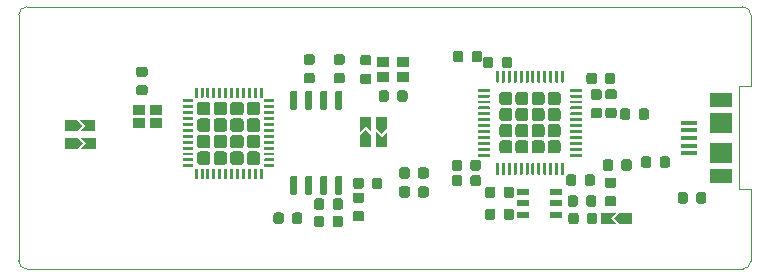
<source format=gtp>
%TF.GenerationSoftware,KiCad,Pcbnew,(5.1.5)-3*%
%TF.CreationDate,2020-06-17T17:11:30-07:00*%
%TF.ProjectId,UPduino_v3.0,55506475-696e-46f5-9f76-332e302e6b69,3.0*%
%TF.SameCoordinates,Original*%
%TF.FileFunction,Paste,Top*%
%TF.FilePolarity,Positive*%
%FSLAX46Y46*%
G04 Gerber Fmt 4.6, Leading zero omitted, Abs format (unit mm)*
G04 Created by KiCad (PCBNEW (5.1.5)-3) date 2020-06-17 17:11:30*
%MOMM*%
%LPD*%
G04 APERTURE LIST*
%ADD10C,0.050000*%
%ADD11R,1.000000X0.900000*%
%ADD12C,0.100000*%
%ADD13R,1.100000X0.900000*%
%ADD14R,1.100000X0.600000*%
%ADD15R,0.100000X0.500000*%
%ADD16R,1.900000X1.260000*%
%ADD17R,1.900000X1.800000*%
%ADD18R,1.350000X0.400000*%
G04 APERTURE END LIST*
D10*
X100000000Y-78480000D02*
G75*
G02X100700000Y-77780000I700000J0D01*
G01*
X161300000Y-77780000D02*
G75*
G02X162000000Y-78480000I0J-700000D01*
G01*
X162000000Y-99300000D02*
G75*
G02X161300000Y-100000000I-700000J0D01*
G01*
X100700000Y-100000000D02*
G75*
G02X100000000Y-99300000I0J700000D01*
G01*
X162000000Y-93200000D02*
X161000000Y-93200000D01*
X162000000Y-84500000D02*
X161000000Y-84500000D01*
X161000000Y-93200000D02*
X161000000Y-84500000D01*
X162000000Y-99300000D02*
X162000000Y-93200000D01*
X100000000Y-78480000D02*
X100000000Y-99300000D01*
X161300000Y-77780000D02*
X100700000Y-77780000D01*
X162000000Y-84500000D02*
X162000000Y-78480000D01*
X100700000Y-100000000D02*
X161300000Y-100000000D01*
D11*
X110172000Y-87596000D03*
X111672000Y-87596000D03*
X111672000Y-86496000D03*
X110172000Y-86496000D03*
D12*
G36*
X127277503Y-92097922D02*
G01*
X127292064Y-92100082D01*
X127306343Y-92103659D01*
X127320203Y-92108618D01*
X127333510Y-92114912D01*
X127346136Y-92122480D01*
X127357959Y-92131248D01*
X127368866Y-92141134D01*
X127378752Y-92152041D01*
X127387520Y-92163864D01*
X127395088Y-92176490D01*
X127401382Y-92189797D01*
X127406341Y-92203657D01*
X127409918Y-92217936D01*
X127412078Y-92232497D01*
X127412800Y-92247200D01*
X127412800Y-93547200D01*
X127412078Y-93561903D01*
X127409918Y-93576464D01*
X127406341Y-93590743D01*
X127401382Y-93604603D01*
X127395088Y-93617910D01*
X127387520Y-93630536D01*
X127378752Y-93642359D01*
X127368866Y-93653266D01*
X127357959Y-93663152D01*
X127346136Y-93671920D01*
X127333510Y-93679488D01*
X127320203Y-93685782D01*
X127306343Y-93690741D01*
X127292064Y-93694318D01*
X127277503Y-93696478D01*
X127262800Y-93697200D01*
X126962800Y-93697200D01*
X126948097Y-93696478D01*
X126933536Y-93694318D01*
X126919257Y-93690741D01*
X126905397Y-93685782D01*
X126892090Y-93679488D01*
X126879464Y-93671920D01*
X126867641Y-93663152D01*
X126856734Y-93653266D01*
X126846848Y-93642359D01*
X126838080Y-93630536D01*
X126830512Y-93617910D01*
X126824218Y-93604603D01*
X126819259Y-93590743D01*
X126815682Y-93576464D01*
X126813522Y-93561903D01*
X126812800Y-93547200D01*
X126812800Y-92247200D01*
X126813522Y-92232497D01*
X126815682Y-92217936D01*
X126819259Y-92203657D01*
X126824218Y-92189797D01*
X126830512Y-92176490D01*
X126838080Y-92163864D01*
X126846848Y-92152041D01*
X126856734Y-92141134D01*
X126867641Y-92131248D01*
X126879464Y-92122480D01*
X126892090Y-92114912D01*
X126905397Y-92108618D01*
X126919257Y-92103659D01*
X126933536Y-92100082D01*
X126948097Y-92097922D01*
X126962800Y-92097200D01*
X127262800Y-92097200D01*
X127277503Y-92097922D01*
G37*
G36*
X126007503Y-92097922D02*
G01*
X126022064Y-92100082D01*
X126036343Y-92103659D01*
X126050203Y-92108618D01*
X126063510Y-92114912D01*
X126076136Y-92122480D01*
X126087959Y-92131248D01*
X126098866Y-92141134D01*
X126108752Y-92152041D01*
X126117520Y-92163864D01*
X126125088Y-92176490D01*
X126131382Y-92189797D01*
X126136341Y-92203657D01*
X126139918Y-92217936D01*
X126142078Y-92232497D01*
X126142800Y-92247200D01*
X126142800Y-93547200D01*
X126142078Y-93561903D01*
X126139918Y-93576464D01*
X126136341Y-93590743D01*
X126131382Y-93604603D01*
X126125088Y-93617910D01*
X126117520Y-93630536D01*
X126108752Y-93642359D01*
X126098866Y-93653266D01*
X126087959Y-93663152D01*
X126076136Y-93671920D01*
X126063510Y-93679488D01*
X126050203Y-93685782D01*
X126036343Y-93690741D01*
X126022064Y-93694318D01*
X126007503Y-93696478D01*
X125992800Y-93697200D01*
X125692800Y-93697200D01*
X125678097Y-93696478D01*
X125663536Y-93694318D01*
X125649257Y-93690741D01*
X125635397Y-93685782D01*
X125622090Y-93679488D01*
X125609464Y-93671920D01*
X125597641Y-93663152D01*
X125586734Y-93653266D01*
X125576848Y-93642359D01*
X125568080Y-93630536D01*
X125560512Y-93617910D01*
X125554218Y-93604603D01*
X125549259Y-93590743D01*
X125545682Y-93576464D01*
X125543522Y-93561903D01*
X125542800Y-93547200D01*
X125542800Y-92247200D01*
X125543522Y-92232497D01*
X125545682Y-92217936D01*
X125549259Y-92203657D01*
X125554218Y-92189797D01*
X125560512Y-92176490D01*
X125568080Y-92163864D01*
X125576848Y-92152041D01*
X125586734Y-92141134D01*
X125597641Y-92131248D01*
X125609464Y-92122480D01*
X125622090Y-92114912D01*
X125635397Y-92108618D01*
X125649257Y-92103659D01*
X125663536Y-92100082D01*
X125678097Y-92097922D01*
X125692800Y-92097200D01*
X125992800Y-92097200D01*
X126007503Y-92097922D01*
G37*
G36*
X124737503Y-92097922D02*
G01*
X124752064Y-92100082D01*
X124766343Y-92103659D01*
X124780203Y-92108618D01*
X124793510Y-92114912D01*
X124806136Y-92122480D01*
X124817959Y-92131248D01*
X124828866Y-92141134D01*
X124838752Y-92152041D01*
X124847520Y-92163864D01*
X124855088Y-92176490D01*
X124861382Y-92189797D01*
X124866341Y-92203657D01*
X124869918Y-92217936D01*
X124872078Y-92232497D01*
X124872800Y-92247200D01*
X124872800Y-93547200D01*
X124872078Y-93561903D01*
X124869918Y-93576464D01*
X124866341Y-93590743D01*
X124861382Y-93604603D01*
X124855088Y-93617910D01*
X124847520Y-93630536D01*
X124838752Y-93642359D01*
X124828866Y-93653266D01*
X124817959Y-93663152D01*
X124806136Y-93671920D01*
X124793510Y-93679488D01*
X124780203Y-93685782D01*
X124766343Y-93690741D01*
X124752064Y-93694318D01*
X124737503Y-93696478D01*
X124722800Y-93697200D01*
X124422800Y-93697200D01*
X124408097Y-93696478D01*
X124393536Y-93694318D01*
X124379257Y-93690741D01*
X124365397Y-93685782D01*
X124352090Y-93679488D01*
X124339464Y-93671920D01*
X124327641Y-93663152D01*
X124316734Y-93653266D01*
X124306848Y-93642359D01*
X124298080Y-93630536D01*
X124290512Y-93617910D01*
X124284218Y-93604603D01*
X124279259Y-93590743D01*
X124275682Y-93576464D01*
X124273522Y-93561903D01*
X124272800Y-93547200D01*
X124272800Y-92247200D01*
X124273522Y-92232497D01*
X124275682Y-92217936D01*
X124279259Y-92203657D01*
X124284218Y-92189797D01*
X124290512Y-92176490D01*
X124298080Y-92163864D01*
X124306848Y-92152041D01*
X124316734Y-92141134D01*
X124327641Y-92131248D01*
X124339464Y-92122480D01*
X124352090Y-92114912D01*
X124365397Y-92108618D01*
X124379257Y-92103659D01*
X124393536Y-92100082D01*
X124408097Y-92097922D01*
X124422800Y-92097200D01*
X124722800Y-92097200D01*
X124737503Y-92097922D01*
G37*
G36*
X123467503Y-92097922D02*
G01*
X123482064Y-92100082D01*
X123496343Y-92103659D01*
X123510203Y-92108618D01*
X123523510Y-92114912D01*
X123536136Y-92122480D01*
X123547959Y-92131248D01*
X123558866Y-92141134D01*
X123568752Y-92152041D01*
X123577520Y-92163864D01*
X123585088Y-92176490D01*
X123591382Y-92189797D01*
X123596341Y-92203657D01*
X123599918Y-92217936D01*
X123602078Y-92232497D01*
X123602800Y-92247200D01*
X123602800Y-93547200D01*
X123602078Y-93561903D01*
X123599918Y-93576464D01*
X123596341Y-93590743D01*
X123591382Y-93604603D01*
X123585088Y-93617910D01*
X123577520Y-93630536D01*
X123568752Y-93642359D01*
X123558866Y-93653266D01*
X123547959Y-93663152D01*
X123536136Y-93671920D01*
X123523510Y-93679488D01*
X123510203Y-93685782D01*
X123496343Y-93690741D01*
X123482064Y-93694318D01*
X123467503Y-93696478D01*
X123452800Y-93697200D01*
X123152800Y-93697200D01*
X123138097Y-93696478D01*
X123123536Y-93694318D01*
X123109257Y-93690741D01*
X123095397Y-93685782D01*
X123082090Y-93679488D01*
X123069464Y-93671920D01*
X123057641Y-93663152D01*
X123046734Y-93653266D01*
X123036848Y-93642359D01*
X123028080Y-93630536D01*
X123020512Y-93617910D01*
X123014218Y-93604603D01*
X123009259Y-93590743D01*
X123005682Y-93576464D01*
X123003522Y-93561903D01*
X123002800Y-93547200D01*
X123002800Y-92247200D01*
X123003522Y-92232497D01*
X123005682Y-92217936D01*
X123009259Y-92203657D01*
X123014218Y-92189797D01*
X123020512Y-92176490D01*
X123028080Y-92163864D01*
X123036848Y-92152041D01*
X123046734Y-92141134D01*
X123057641Y-92131248D01*
X123069464Y-92122480D01*
X123082090Y-92114912D01*
X123095397Y-92108618D01*
X123109257Y-92103659D01*
X123123536Y-92100082D01*
X123138097Y-92097922D01*
X123152800Y-92097200D01*
X123452800Y-92097200D01*
X123467503Y-92097922D01*
G37*
G36*
X123467503Y-84897922D02*
G01*
X123482064Y-84900082D01*
X123496343Y-84903659D01*
X123510203Y-84908618D01*
X123523510Y-84914912D01*
X123536136Y-84922480D01*
X123547959Y-84931248D01*
X123558866Y-84941134D01*
X123568752Y-84952041D01*
X123577520Y-84963864D01*
X123585088Y-84976490D01*
X123591382Y-84989797D01*
X123596341Y-85003657D01*
X123599918Y-85017936D01*
X123602078Y-85032497D01*
X123602800Y-85047200D01*
X123602800Y-86347200D01*
X123602078Y-86361903D01*
X123599918Y-86376464D01*
X123596341Y-86390743D01*
X123591382Y-86404603D01*
X123585088Y-86417910D01*
X123577520Y-86430536D01*
X123568752Y-86442359D01*
X123558866Y-86453266D01*
X123547959Y-86463152D01*
X123536136Y-86471920D01*
X123523510Y-86479488D01*
X123510203Y-86485782D01*
X123496343Y-86490741D01*
X123482064Y-86494318D01*
X123467503Y-86496478D01*
X123452800Y-86497200D01*
X123152800Y-86497200D01*
X123138097Y-86496478D01*
X123123536Y-86494318D01*
X123109257Y-86490741D01*
X123095397Y-86485782D01*
X123082090Y-86479488D01*
X123069464Y-86471920D01*
X123057641Y-86463152D01*
X123046734Y-86453266D01*
X123036848Y-86442359D01*
X123028080Y-86430536D01*
X123020512Y-86417910D01*
X123014218Y-86404603D01*
X123009259Y-86390743D01*
X123005682Y-86376464D01*
X123003522Y-86361903D01*
X123002800Y-86347200D01*
X123002800Y-85047200D01*
X123003522Y-85032497D01*
X123005682Y-85017936D01*
X123009259Y-85003657D01*
X123014218Y-84989797D01*
X123020512Y-84976490D01*
X123028080Y-84963864D01*
X123036848Y-84952041D01*
X123046734Y-84941134D01*
X123057641Y-84931248D01*
X123069464Y-84922480D01*
X123082090Y-84914912D01*
X123095397Y-84908618D01*
X123109257Y-84903659D01*
X123123536Y-84900082D01*
X123138097Y-84897922D01*
X123152800Y-84897200D01*
X123452800Y-84897200D01*
X123467503Y-84897922D01*
G37*
G36*
X124737503Y-84897922D02*
G01*
X124752064Y-84900082D01*
X124766343Y-84903659D01*
X124780203Y-84908618D01*
X124793510Y-84914912D01*
X124806136Y-84922480D01*
X124817959Y-84931248D01*
X124828866Y-84941134D01*
X124838752Y-84952041D01*
X124847520Y-84963864D01*
X124855088Y-84976490D01*
X124861382Y-84989797D01*
X124866341Y-85003657D01*
X124869918Y-85017936D01*
X124872078Y-85032497D01*
X124872800Y-85047200D01*
X124872800Y-86347200D01*
X124872078Y-86361903D01*
X124869918Y-86376464D01*
X124866341Y-86390743D01*
X124861382Y-86404603D01*
X124855088Y-86417910D01*
X124847520Y-86430536D01*
X124838752Y-86442359D01*
X124828866Y-86453266D01*
X124817959Y-86463152D01*
X124806136Y-86471920D01*
X124793510Y-86479488D01*
X124780203Y-86485782D01*
X124766343Y-86490741D01*
X124752064Y-86494318D01*
X124737503Y-86496478D01*
X124722800Y-86497200D01*
X124422800Y-86497200D01*
X124408097Y-86496478D01*
X124393536Y-86494318D01*
X124379257Y-86490741D01*
X124365397Y-86485782D01*
X124352090Y-86479488D01*
X124339464Y-86471920D01*
X124327641Y-86463152D01*
X124316734Y-86453266D01*
X124306848Y-86442359D01*
X124298080Y-86430536D01*
X124290512Y-86417910D01*
X124284218Y-86404603D01*
X124279259Y-86390743D01*
X124275682Y-86376464D01*
X124273522Y-86361903D01*
X124272800Y-86347200D01*
X124272800Y-85047200D01*
X124273522Y-85032497D01*
X124275682Y-85017936D01*
X124279259Y-85003657D01*
X124284218Y-84989797D01*
X124290512Y-84976490D01*
X124298080Y-84963864D01*
X124306848Y-84952041D01*
X124316734Y-84941134D01*
X124327641Y-84931248D01*
X124339464Y-84922480D01*
X124352090Y-84914912D01*
X124365397Y-84908618D01*
X124379257Y-84903659D01*
X124393536Y-84900082D01*
X124408097Y-84897922D01*
X124422800Y-84897200D01*
X124722800Y-84897200D01*
X124737503Y-84897922D01*
G37*
G36*
X126007503Y-84897922D02*
G01*
X126022064Y-84900082D01*
X126036343Y-84903659D01*
X126050203Y-84908618D01*
X126063510Y-84914912D01*
X126076136Y-84922480D01*
X126087959Y-84931248D01*
X126098866Y-84941134D01*
X126108752Y-84952041D01*
X126117520Y-84963864D01*
X126125088Y-84976490D01*
X126131382Y-84989797D01*
X126136341Y-85003657D01*
X126139918Y-85017936D01*
X126142078Y-85032497D01*
X126142800Y-85047200D01*
X126142800Y-86347200D01*
X126142078Y-86361903D01*
X126139918Y-86376464D01*
X126136341Y-86390743D01*
X126131382Y-86404603D01*
X126125088Y-86417910D01*
X126117520Y-86430536D01*
X126108752Y-86442359D01*
X126098866Y-86453266D01*
X126087959Y-86463152D01*
X126076136Y-86471920D01*
X126063510Y-86479488D01*
X126050203Y-86485782D01*
X126036343Y-86490741D01*
X126022064Y-86494318D01*
X126007503Y-86496478D01*
X125992800Y-86497200D01*
X125692800Y-86497200D01*
X125678097Y-86496478D01*
X125663536Y-86494318D01*
X125649257Y-86490741D01*
X125635397Y-86485782D01*
X125622090Y-86479488D01*
X125609464Y-86471920D01*
X125597641Y-86463152D01*
X125586734Y-86453266D01*
X125576848Y-86442359D01*
X125568080Y-86430536D01*
X125560512Y-86417910D01*
X125554218Y-86404603D01*
X125549259Y-86390743D01*
X125545682Y-86376464D01*
X125543522Y-86361903D01*
X125542800Y-86347200D01*
X125542800Y-85047200D01*
X125543522Y-85032497D01*
X125545682Y-85017936D01*
X125549259Y-85003657D01*
X125554218Y-84989797D01*
X125560512Y-84976490D01*
X125568080Y-84963864D01*
X125576848Y-84952041D01*
X125586734Y-84941134D01*
X125597641Y-84931248D01*
X125609464Y-84922480D01*
X125622090Y-84914912D01*
X125635397Y-84908618D01*
X125649257Y-84903659D01*
X125663536Y-84900082D01*
X125678097Y-84897922D01*
X125692800Y-84897200D01*
X125992800Y-84897200D01*
X126007503Y-84897922D01*
G37*
G36*
X127277503Y-84897922D02*
G01*
X127292064Y-84900082D01*
X127306343Y-84903659D01*
X127320203Y-84908618D01*
X127333510Y-84914912D01*
X127346136Y-84922480D01*
X127357959Y-84931248D01*
X127368866Y-84941134D01*
X127378752Y-84952041D01*
X127387520Y-84963864D01*
X127395088Y-84976490D01*
X127401382Y-84989797D01*
X127406341Y-85003657D01*
X127409918Y-85017936D01*
X127412078Y-85032497D01*
X127412800Y-85047200D01*
X127412800Y-86347200D01*
X127412078Y-86361903D01*
X127409918Y-86376464D01*
X127406341Y-86390743D01*
X127401382Y-86404603D01*
X127395088Y-86417910D01*
X127387520Y-86430536D01*
X127378752Y-86442359D01*
X127368866Y-86453266D01*
X127357959Y-86463152D01*
X127346136Y-86471920D01*
X127333510Y-86479488D01*
X127320203Y-86485782D01*
X127306343Y-86490741D01*
X127292064Y-86494318D01*
X127277503Y-86496478D01*
X127262800Y-86497200D01*
X126962800Y-86497200D01*
X126948097Y-86496478D01*
X126933536Y-86494318D01*
X126919257Y-86490741D01*
X126905397Y-86485782D01*
X126892090Y-86479488D01*
X126879464Y-86471920D01*
X126867641Y-86463152D01*
X126856734Y-86453266D01*
X126846848Y-86442359D01*
X126838080Y-86430536D01*
X126830512Y-86417910D01*
X126824218Y-86404603D01*
X126819259Y-86390743D01*
X126815682Y-86376464D01*
X126813522Y-86361903D01*
X126812800Y-86347200D01*
X126812800Y-85047200D01*
X126813522Y-85032497D01*
X126815682Y-85017936D01*
X126819259Y-85003657D01*
X126824218Y-84989797D01*
X126830512Y-84976490D01*
X126838080Y-84963864D01*
X126846848Y-84952041D01*
X126856734Y-84941134D01*
X126867641Y-84931248D01*
X126879464Y-84922480D01*
X126892090Y-84914912D01*
X126905397Y-84908618D01*
X126919257Y-84903659D01*
X126933536Y-84900082D01*
X126948097Y-84897922D01*
X126962800Y-84897200D01*
X127262800Y-84897200D01*
X127277503Y-84897922D01*
G37*
G36*
X134547691Y-91436053D02*
G01*
X134568926Y-91439203D01*
X134589750Y-91444419D01*
X134609962Y-91451651D01*
X134629368Y-91460830D01*
X134647781Y-91471866D01*
X134665024Y-91484654D01*
X134680930Y-91499070D01*
X134695346Y-91514976D01*
X134708134Y-91532219D01*
X134719170Y-91550632D01*
X134728349Y-91570038D01*
X134735581Y-91590250D01*
X134740797Y-91611074D01*
X134743947Y-91632309D01*
X134745000Y-91653750D01*
X134745000Y-92091250D01*
X134743947Y-92112691D01*
X134740797Y-92133926D01*
X134735581Y-92154750D01*
X134728349Y-92174962D01*
X134719170Y-92194368D01*
X134708134Y-92212781D01*
X134695346Y-92230024D01*
X134680930Y-92245930D01*
X134665024Y-92260346D01*
X134647781Y-92273134D01*
X134629368Y-92284170D01*
X134609962Y-92293349D01*
X134589750Y-92300581D01*
X134568926Y-92305797D01*
X134547691Y-92308947D01*
X134526250Y-92310000D01*
X134013750Y-92310000D01*
X133992309Y-92308947D01*
X133971074Y-92305797D01*
X133950250Y-92300581D01*
X133930038Y-92293349D01*
X133910632Y-92284170D01*
X133892219Y-92273134D01*
X133874976Y-92260346D01*
X133859070Y-92245930D01*
X133844654Y-92230024D01*
X133831866Y-92212781D01*
X133820830Y-92194368D01*
X133811651Y-92174962D01*
X133804419Y-92154750D01*
X133799203Y-92133926D01*
X133796053Y-92112691D01*
X133795000Y-92091250D01*
X133795000Y-91653750D01*
X133796053Y-91632309D01*
X133799203Y-91611074D01*
X133804419Y-91590250D01*
X133811651Y-91570038D01*
X133820830Y-91550632D01*
X133831866Y-91532219D01*
X133844654Y-91514976D01*
X133859070Y-91499070D01*
X133874976Y-91484654D01*
X133892219Y-91471866D01*
X133910632Y-91460830D01*
X133930038Y-91451651D01*
X133950250Y-91444419D01*
X133971074Y-91439203D01*
X133992309Y-91436053D01*
X134013750Y-91435000D01*
X134526250Y-91435000D01*
X134547691Y-91436053D01*
G37*
G36*
X134547691Y-93011053D02*
G01*
X134568926Y-93014203D01*
X134589750Y-93019419D01*
X134609962Y-93026651D01*
X134629368Y-93035830D01*
X134647781Y-93046866D01*
X134665024Y-93059654D01*
X134680930Y-93074070D01*
X134695346Y-93089976D01*
X134708134Y-93107219D01*
X134719170Y-93125632D01*
X134728349Y-93145038D01*
X134735581Y-93165250D01*
X134740797Y-93186074D01*
X134743947Y-93207309D01*
X134745000Y-93228750D01*
X134745000Y-93666250D01*
X134743947Y-93687691D01*
X134740797Y-93708926D01*
X134735581Y-93729750D01*
X134728349Y-93749962D01*
X134719170Y-93769368D01*
X134708134Y-93787781D01*
X134695346Y-93805024D01*
X134680930Y-93820930D01*
X134665024Y-93835346D01*
X134647781Y-93848134D01*
X134629368Y-93859170D01*
X134609962Y-93868349D01*
X134589750Y-93875581D01*
X134568926Y-93880797D01*
X134547691Y-93883947D01*
X134526250Y-93885000D01*
X134013750Y-93885000D01*
X133992309Y-93883947D01*
X133971074Y-93880797D01*
X133950250Y-93875581D01*
X133930038Y-93868349D01*
X133910632Y-93859170D01*
X133892219Y-93848134D01*
X133874976Y-93835346D01*
X133859070Y-93820930D01*
X133844654Y-93805024D01*
X133831866Y-93787781D01*
X133820830Y-93769368D01*
X133811651Y-93749962D01*
X133804419Y-93729750D01*
X133799203Y-93708926D01*
X133796053Y-93687691D01*
X133795000Y-93666250D01*
X133795000Y-93228750D01*
X133796053Y-93207309D01*
X133799203Y-93186074D01*
X133804419Y-93165250D01*
X133811651Y-93145038D01*
X133820830Y-93125632D01*
X133831866Y-93107219D01*
X133844654Y-93089976D01*
X133859070Y-93074070D01*
X133874976Y-93059654D01*
X133892219Y-93046866D01*
X133910632Y-93035830D01*
X133930038Y-93026651D01*
X133950250Y-93019419D01*
X133971074Y-93014203D01*
X133992309Y-93011053D01*
X134013750Y-93010000D01*
X134526250Y-93010000D01*
X134547691Y-93011053D01*
G37*
G36*
X134477691Y-91386053D02*
G01*
X134498926Y-91389203D01*
X134519750Y-91394419D01*
X134539962Y-91401651D01*
X134559368Y-91410830D01*
X134577781Y-91421866D01*
X134595024Y-91434654D01*
X134610930Y-91449070D01*
X134625346Y-91464976D01*
X134638134Y-91482219D01*
X134649170Y-91500632D01*
X134658349Y-91520038D01*
X134665581Y-91540250D01*
X134670797Y-91561074D01*
X134673947Y-91582309D01*
X134675000Y-91603750D01*
X134675000Y-92116250D01*
X134673947Y-92137691D01*
X134670797Y-92158926D01*
X134665581Y-92179750D01*
X134658349Y-92199962D01*
X134649170Y-92219368D01*
X134638134Y-92237781D01*
X134625346Y-92255024D01*
X134610930Y-92270930D01*
X134595024Y-92285346D01*
X134577781Y-92298134D01*
X134559368Y-92309170D01*
X134539962Y-92318349D01*
X134519750Y-92325581D01*
X134498926Y-92330797D01*
X134477691Y-92333947D01*
X134456250Y-92335000D01*
X134018750Y-92335000D01*
X133997309Y-92333947D01*
X133976074Y-92330797D01*
X133955250Y-92325581D01*
X133935038Y-92318349D01*
X133915632Y-92309170D01*
X133897219Y-92298134D01*
X133879976Y-92285346D01*
X133864070Y-92270930D01*
X133849654Y-92255024D01*
X133836866Y-92237781D01*
X133825830Y-92219368D01*
X133816651Y-92199962D01*
X133809419Y-92179750D01*
X133804203Y-92158926D01*
X133801053Y-92137691D01*
X133800000Y-92116250D01*
X133800000Y-91603750D01*
X133801053Y-91582309D01*
X133804203Y-91561074D01*
X133809419Y-91540250D01*
X133816651Y-91520038D01*
X133825830Y-91500632D01*
X133836866Y-91482219D01*
X133849654Y-91464976D01*
X133864070Y-91449070D01*
X133879976Y-91434654D01*
X133897219Y-91421866D01*
X133915632Y-91410830D01*
X133935038Y-91401651D01*
X133955250Y-91394419D01*
X133976074Y-91389203D01*
X133997309Y-91386053D01*
X134018750Y-91385000D01*
X134456250Y-91385000D01*
X134477691Y-91386053D01*
G37*
G36*
X132902691Y-91386053D02*
G01*
X132923926Y-91389203D01*
X132944750Y-91394419D01*
X132964962Y-91401651D01*
X132984368Y-91410830D01*
X133002781Y-91421866D01*
X133020024Y-91434654D01*
X133035930Y-91449070D01*
X133050346Y-91464976D01*
X133063134Y-91482219D01*
X133074170Y-91500632D01*
X133083349Y-91520038D01*
X133090581Y-91540250D01*
X133095797Y-91561074D01*
X133098947Y-91582309D01*
X133100000Y-91603750D01*
X133100000Y-92116250D01*
X133098947Y-92137691D01*
X133095797Y-92158926D01*
X133090581Y-92179750D01*
X133083349Y-92199962D01*
X133074170Y-92219368D01*
X133063134Y-92237781D01*
X133050346Y-92255024D01*
X133035930Y-92270930D01*
X133020024Y-92285346D01*
X133002781Y-92298134D01*
X132984368Y-92309170D01*
X132964962Y-92318349D01*
X132944750Y-92325581D01*
X132923926Y-92330797D01*
X132902691Y-92333947D01*
X132881250Y-92335000D01*
X132443750Y-92335000D01*
X132422309Y-92333947D01*
X132401074Y-92330797D01*
X132380250Y-92325581D01*
X132360038Y-92318349D01*
X132340632Y-92309170D01*
X132322219Y-92298134D01*
X132304976Y-92285346D01*
X132289070Y-92270930D01*
X132274654Y-92255024D01*
X132261866Y-92237781D01*
X132250830Y-92219368D01*
X132241651Y-92199962D01*
X132234419Y-92179750D01*
X132229203Y-92158926D01*
X132226053Y-92137691D01*
X132225000Y-92116250D01*
X132225000Y-91603750D01*
X132226053Y-91582309D01*
X132229203Y-91561074D01*
X132234419Y-91540250D01*
X132241651Y-91520038D01*
X132250830Y-91500632D01*
X132261866Y-91482219D01*
X132274654Y-91464976D01*
X132289070Y-91449070D01*
X132304976Y-91434654D01*
X132322219Y-91421866D01*
X132340632Y-91410830D01*
X132360038Y-91401651D01*
X132380250Y-91394419D01*
X132401074Y-91389203D01*
X132422309Y-91386053D01*
X132443750Y-91385000D01*
X132881250Y-91385000D01*
X132902691Y-91386053D01*
G37*
G36*
X134487691Y-92996053D02*
G01*
X134508926Y-92999203D01*
X134529750Y-93004419D01*
X134549962Y-93011651D01*
X134569368Y-93020830D01*
X134587781Y-93031866D01*
X134605024Y-93044654D01*
X134620930Y-93059070D01*
X134635346Y-93074976D01*
X134648134Y-93092219D01*
X134659170Y-93110632D01*
X134668349Y-93130038D01*
X134675581Y-93150250D01*
X134680797Y-93171074D01*
X134683947Y-93192309D01*
X134685000Y-93213750D01*
X134685000Y-93726250D01*
X134683947Y-93747691D01*
X134680797Y-93768926D01*
X134675581Y-93789750D01*
X134668349Y-93809962D01*
X134659170Y-93829368D01*
X134648134Y-93847781D01*
X134635346Y-93865024D01*
X134620930Y-93880930D01*
X134605024Y-93895346D01*
X134587781Y-93908134D01*
X134569368Y-93919170D01*
X134549962Y-93928349D01*
X134529750Y-93935581D01*
X134508926Y-93940797D01*
X134487691Y-93943947D01*
X134466250Y-93945000D01*
X134028750Y-93945000D01*
X134007309Y-93943947D01*
X133986074Y-93940797D01*
X133965250Y-93935581D01*
X133945038Y-93928349D01*
X133925632Y-93919170D01*
X133907219Y-93908134D01*
X133889976Y-93895346D01*
X133874070Y-93880930D01*
X133859654Y-93865024D01*
X133846866Y-93847781D01*
X133835830Y-93829368D01*
X133826651Y-93809962D01*
X133819419Y-93789750D01*
X133814203Y-93768926D01*
X133811053Y-93747691D01*
X133810000Y-93726250D01*
X133810000Y-93213750D01*
X133811053Y-93192309D01*
X133814203Y-93171074D01*
X133819419Y-93150250D01*
X133826651Y-93130038D01*
X133835830Y-93110632D01*
X133846866Y-93092219D01*
X133859654Y-93074976D01*
X133874070Y-93059070D01*
X133889976Y-93044654D01*
X133907219Y-93031866D01*
X133925632Y-93020830D01*
X133945038Y-93011651D01*
X133965250Y-93004419D01*
X133986074Y-92999203D01*
X134007309Y-92996053D01*
X134028750Y-92995000D01*
X134466250Y-92995000D01*
X134487691Y-92996053D01*
G37*
G36*
X132912691Y-92996053D02*
G01*
X132933926Y-92999203D01*
X132954750Y-93004419D01*
X132974962Y-93011651D01*
X132994368Y-93020830D01*
X133012781Y-93031866D01*
X133030024Y-93044654D01*
X133045930Y-93059070D01*
X133060346Y-93074976D01*
X133073134Y-93092219D01*
X133084170Y-93110632D01*
X133093349Y-93130038D01*
X133100581Y-93150250D01*
X133105797Y-93171074D01*
X133108947Y-93192309D01*
X133110000Y-93213750D01*
X133110000Y-93726250D01*
X133108947Y-93747691D01*
X133105797Y-93768926D01*
X133100581Y-93789750D01*
X133093349Y-93809962D01*
X133084170Y-93829368D01*
X133073134Y-93847781D01*
X133060346Y-93865024D01*
X133045930Y-93880930D01*
X133030024Y-93895346D01*
X133012781Y-93908134D01*
X132994368Y-93919170D01*
X132974962Y-93928349D01*
X132954750Y-93935581D01*
X132933926Y-93940797D01*
X132912691Y-93943947D01*
X132891250Y-93945000D01*
X132453750Y-93945000D01*
X132432309Y-93943947D01*
X132411074Y-93940797D01*
X132390250Y-93935581D01*
X132370038Y-93928349D01*
X132350632Y-93919170D01*
X132332219Y-93908134D01*
X132314976Y-93895346D01*
X132299070Y-93880930D01*
X132284654Y-93865024D01*
X132271866Y-93847781D01*
X132260830Y-93829368D01*
X132251651Y-93809962D01*
X132244419Y-93789750D01*
X132239203Y-93768926D01*
X132236053Y-93747691D01*
X132235000Y-93726250D01*
X132235000Y-93213750D01*
X132236053Y-93192309D01*
X132239203Y-93171074D01*
X132244419Y-93150250D01*
X132251651Y-93130038D01*
X132260830Y-93110632D01*
X132271866Y-93092219D01*
X132284654Y-93074976D01*
X132299070Y-93059070D01*
X132314976Y-93044654D01*
X132332219Y-93031866D01*
X132350632Y-93020830D01*
X132370038Y-93011651D01*
X132390250Y-93004419D01*
X132411074Y-92999203D01*
X132432309Y-92996053D01*
X132453750Y-92995000D01*
X132891250Y-92995000D01*
X132912691Y-92996053D01*
G37*
G36*
X132947691Y-91426053D02*
G01*
X132968926Y-91429203D01*
X132989750Y-91434419D01*
X133009962Y-91441651D01*
X133029368Y-91450830D01*
X133047781Y-91461866D01*
X133065024Y-91474654D01*
X133080930Y-91489070D01*
X133095346Y-91504976D01*
X133108134Y-91522219D01*
X133119170Y-91540632D01*
X133128349Y-91560038D01*
X133135581Y-91580250D01*
X133140797Y-91601074D01*
X133143947Y-91622309D01*
X133145000Y-91643750D01*
X133145000Y-92081250D01*
X133143947Y-92102691D01*
X133140797Y-92123926D01*
X133135581Y-92144750D01*
X133128349Y-92164962D01*
X133119170Y-92184368D01*
X133108134Y-92202781D01*
X133095346Y-92220024D01*
X133080930Y-92235930D01*
X133065024Y-92250346D01*
X133047781Y-92263134D01*
X133029368Y-92274170D01*
X133009962Y-92283349D01*
X132989750Y-92290581D01*
X132968926Y-92295797D01*
X132947691Y-92298947D01*
X132926250Y-92300000D01*
X132413750Y-92300000D01*
X132392309Y-92298947D01*
X132371074Y-92295797D01*
X132350250Y-92290581D01*
X132330038Y-92283349D01*
X132310632Y-92274170D01*
X132292219Y-92263134D01*
X132274976Y-92250346D01*
X132259070Y-92235930D01*
X132244654Y-92220024D01*
X132231866Y-92202781D01*
X132220830Y-92184368D01*
X132211651Y-92164962D01*
X132204419Y-92144750D01*
X132199203Y-92123926D01*
X132196053Y-92102691D01*
X132195000Y-92081250D01*
X132195000Y-91643750D01*
X132196053Y-91622309D01*
X132199203Y-91601074D01*
X132204419Y-91580250D01*
X132211651Y-91560038D01*
X132220830Y-91540632D01*
X132231866Y-91522219D01*
X132244654Y-91504976D01*
X132259070Y-91489070D01*
X132274976Y-91474654D01*
X132292219Y-91461866D01*
X132310632Y-91450830D01*
X132330038Y-91441651D01*
X132350250Y-91434419D01*
X132371074Y-91429203D01*
X132392309Y-91426053D01*
X132413750Y-91425000D01*
X132926250Y-91425000D01*
X132947691Y-91426053D01*
G37*
G36*
X132947691Y-93001053D02*
G01*
X132968926Y-93004203D01*
X132989750Y-93009419D01*
X133009962Y-93016651D01*
X133029368Y-93025830D01*
X133047781Y-93036866D01*
X133065024Y-93049654D01*
X133080930Y-93064070D01*
X133095346Y-93079976D01*
X133108134Y-93097219D01*
X133119170Y-93115632D01*
X133128349Y-93135038D01*
X133135581Y-93155250D01*
X133140797Y-93176074D01*
X133143947Y-93197309D01*
X133145000Y-93218750D01*
X133145000Y-93656250D01*
X133143947Y-93677691D01*
X133140797Y-93698926D01*
X133135581Y-93719750D01*
X133128349Y-93739962D01*
X133119170Y-93759368D01*
X133108134Y-93777781D01*
X133095346Y-93795024D01*
X133080930Y-93810930D01*
X133065024Y-93825346D01*
X133047781Y-93838134D01*
X133029368Y-93849170D01*
X133009962Y-93858349D01*
X132989750Y-93865581D01*
X132968926Y-93870797D01*
X132947691Y-93873947D01*
X132926250Y-93875000D01*
X132413750Y-93875000D01*
X132392309Y-93873947D01*
X132371074Y-93870797D01*
X132350250Y-93865581D01*
X132330038Y-93858349D01*
X132310632Y-93849170D01*
X132292219Y-93838134D01*
X132274976Y-93825346D01*
X132259070Y-93810930D01*
X132244654Y-93795024D01*
X132231866Y-93777781D01*
X132220830Y-93759368D01*
X132211651Y-93739962D01*
X132204419Y-93719750D01*
X132199203Y-93698926D01*
X132196053Y-93677691D01*
X132195000Y-93656250D01*
X132195000Y-93218750D01*
X132196053Y-93197309D01*
X132199203Y-93176074D01*
X132204419Y-93155250D01*
X132211651Y-93135038D01*
X132220830Y-93115632D01*
X132231866Y-93097219D01*
X132244654Y-93079976D01*
X132259070Y-93064070D01*
X132274976Y-93049654D01*
X132292219Y-93036866D01*
X132310632Y-93025830D01*
X132330038Y-93016651D01*
X132350250Y-93009419D01*
X132371074Y-93004203D01*
X132392309Y-93001053D01*
X132413750Y-93000000D01*
X132926250Y-93000000D01*
X132947691Y-93001053D01*
G37*
D13*
X130820000Y-82450000D03*
X132550000Y-82450000D03*
X132550000Y-83750000D03*
X130850000Y-83750000D03*
D12*
G36*
X146117026Y-91001501D02*
G01*
X146123093Y-91002401D01*
X146129043Y-91003891D01*
X146134818Y-91005958D01*
X146140362Y-91008580D01*
X146145623Y-91011733D01*
X146150550Y-91015387D01*
X146155094Y-91019506D01*
X146159213Y-91024050D01*
X146162867Y-91028977D01*
X146166020Y-91034238D01*
X146168642Y-91039782D01*
X146170709Y-91045557D01*
X146172199Y-91051507D01*
X146173099Y-91057574D01*
X146173400Y-91063700D01*
X146173400Y-91938700D01*
X146173099Y-91944826D01*
X146172199Y-91950893D01*
X146170709Y-91956843D01*
X146168642Y-91962618D01*
X146166020Y-91968162D01*
X146162867Y-91973423D01*
X146159213Y-91978350D01*
X146155094Y-91982894D01*
X146150550Y-91987013D01*
X146145623Y-91990667D01*
X146140362Y-91993820D01*
X146134818Y-91996442D01*
X146129043Y-91998509D01*
X146123093Y-91999999D01*
X146117026Y-92000899D01*
X146110900Y-92001200D01*
X145985900Y-92001200D01*
X145979774Y-92000899D01*
X145973707Y-91999999D01*
X145967757Y-91998509D01*
X145961982Y-91996442D01*
X145956438Y-91993820D01*
X145951177Y-91990667D01*
X145946250Y-91987013D01*
X145941706Y-91982894D01*
X145937587Y-91978350D01*
X145933933Y-91973423D01*
X145930780Y-91968162D01*
X145928158Y-91962618D01*
X145926091Y-91956843D01*
X145924601Y-91950893D01*
X145923701Y-91944826D01*
X145923400Y-91938700D01*
X145923400Y-91063700D01*
X145923701Y-91057574D01*
X145924601Y-91051507D01*
X145926091Y-91045557D01*
X145928158Y-91039782D01*
X145930780Y-91034238D01*
X145933933Y-91028977D01*
X145937587Y-91024050D01*
X145941706Y-91019506D01*
X145946250Y-91015387D01*
X145951177Y-91011733D01*
X145956438Y-91008580D01*
X145961982Y-91005958D01*
X145967757Y-91003891D01*
X145973707Y-91002401D01*
X145979774Y-91001501D01*
X145985900Y-91001200D01*
X146110900Y-91001200D01*
X146117026Y-91001501D01*
G37*
G36*
X145617026Y-91001501D02*
G01*
X145623093Y-91002401D01*
X145629043Y-91003891D01*
X145634818Y-91005958D01*
X145640362Y-91008580D01*
X145645623Y-91011733D01*
X145650550Y-91015387D01*
X145655094Y-91019506D01*
X145659213Y-91024050D01*
X145662867Y-91028977D01*
X145666020Y-91034238D01*
X145668642Y-91039782D01*
X145670709Y-91045557D01*
X145672199Y-91051507D01*
X145673099Y-91057574D01*
X145673400Y-91063700D01*
X145673400Y-91938700D01*
X145673099Y-91944826D01*
X145672199Y-91950893D01*
X145670709Y-91956843D01*
X145668642Y-91962618D01*
X145666020Y-91968162D01*
X145662867Y-91973423D01*
X145659213Y-91978350D01*
X145655094Y-91982894D01*
X145650550Y-91987013D01*
X145645623Y-91990667D01*
X145640362Y-91993820D01*
X145634818Y-91996442D01*
X145629043Y-91998509D01*
X145623093Y-91999999D01*
X145617026Y-92000899D01*
X145610900Y-92001200D01*
X145485900Y-92001200D01*
X145479774Y-92000899D01*
X145473707Y-91999999D01*
X145467757Y-91998509D01*
X145461982Y-91996442D01*
X145456438Y-91993820D01*
X145451177Y-91990667D01*
X145446250Y-91987013D01*
X145441706Y-91982894D01*
X145437587Y-91978350D01*
X145433933Y-91973423D01*
X145430780Y-91968162D01*
X145428158Y-91962618D01*
X145426091Y-91956843D01*
X145424601Y-91950893D01*
X145423701Y-91944826D01*
X145423400Y-91938700D01*
X145423400Y-91063700D01*
X145423701Y-91057574D01*
X145424601Y-91051507D01*
X145426091Y-91045557D01*
X145428158Y-91039782D01*
X145430780Y-91034238D01*
X145433933Y-91028977D01*
X145437587Y-91024050D01*
X145441706Y-91019506D01*
X145446250Y-91015387D01*
X145451177Y-91011733D01*
X145456438Y-91008580D01*
X145461982Y-91005958D01*
X145467757Y-91003891D01*
X145473707Y-91002401D01*
X145479774Y-91001501D01*
X145485900Y-91001200D01*
X145610900Y-91001200D01*
X145617026Y-91001501D01*
G37*
G36*
X145117026Y-91001501D02*
G01*
X145123093Y-91002401D01*
X145129043Y-91003891D01*
X145134818Y-91005958D01*
X145140362Y-91008580D01*
X145145623Y-91011733D01*
X145150550Y-91015387D01*
X145155094Y-91019506D01*
X145159213Y-91024050D01*
X145162867Y-91028977D01*
X145166020Y-91034238D01*
X145168642Y-91039782D01*
X145170709Y-91045557D01*
X145172199Y-91051507D01*
X145173099Y-91057574D01*
X145173400Y-91063700D01*
X145173400Y-91938700D01*
X145173099Y-91944826D01*
X145172199Y-91950893D01*
X145170709Y-91956843D01*
X145168642Y-91962618D01*
X145166020Y-91968162D01*
X145162867Y-91973423D01*
X145159213Y-91978350D01*
X145155094Y-91982894D01*
X145150550Y-91987013D01*
X145145623Y-91990667D01*
X145140362Y-91993820D01*
X145134818Y-91996442D01*
X145129043Y-91998509D01*
X145123093Y-91999999D01*
X145117026Y-92000899D01*
X145110900Y-92001200D01*
X144985900Y-92001200D01*
X144979774Y-92000899D01*
X144973707Y-91999999D01*
X144967757Y-91998509D01*
X144961982Y-91996442D01*
X144956438Y-91993820D01*
X144951177Y-91990667D01*
X144946250Y-91987013D01*
X144941706Y-91982894D01*
X144937587Y-91978350D01*
X144933933Y-91973423D01*
X144930780Y-91968162D01*
X144928158Y-91962618D01*
X144926091Y-91956843D01*
X144924601Y-91950893D01*
X144923701Y-91944826D01*
X144923400Y-91938700D01*
X144923400Y-91063700D01*
X144923701Y-91057574D01*
X144924601Y-91051507D01*
X144926091Y-91045557D01*
X144928158Y-91039782D01*
X144930780Y-91034238D01*
X144933933Y-91028977D01*
X144937587Y-91024050D01*
X144941706Y-91019506D01*
X144946250Y-91015387D01*
X144951177Y-91011733D01*
X144956438Y-91008580D01*
X144961982Y-91005958D01*
X144967757Y-91003891D01*
X144973707Y-91002401D01*
X144979774Y-91001501D01*
X144985900Y-91001200D01*
X145110900Y-91001200D01*
X145117026Y-91001501D01*
G37*
G36*
X144617026Y-91001501D02*
G01*
X144623093Y-91002401D01*
X144629043Y-91003891D01*
X144634818Y-91005958D01*
X144640362Y-91008580D01*
X144645623Y-91011733D01*
X144650550Y-91015387D01*
X144655094Y-91019506D01*
X144659213Y-91024050D01*
X144662867Y-91028977D01*
X144666020Y-91034238D01*
X144668642Y-91039782D01*
X144670709Y-91045557D01*
X144672199Y-91051507D01*
X144673099Y-91057574D01*
X144673400Y-91063700D01*
X144673400Y-91938700D01*
X144673099Y-91944826D01*
X144672199Y-91950893D01*
X144670709Y-91956843D01*
X144668642Y-91962618D01*
X144666020Y-91968162D01*
X144662867Y-91973423D01*
X144659213Y-91978350D01*
X144655094Y-91982894D01*
X144650550Y-91987013D01*
X144645623Y-91990667D01*
X144640362Y-91993820D01*
X144634818Y-91996442D01*
X144629043Y-91998509D01*
X144623093Y-91999999D01*
X144617026Y-92000899D01*
X144610900Y-92001200D01*
X144485900Y-92001200D01*
X144479774Y-92000899D01*
X144473707Y-91999999D01*
X144467757Y-91998509D01*
X144461982Y-91996442D01*
X144456438Y-91993820D01*
X144451177Y-91990667D01*
X144446250Y-91987013D01*
X144441706Y-91982894D01*
X144437587Y-91978350D01*
X144433933Y-91973423D01*
X144430780Y-91968162D01*
X144428158Y-91962618D01*
X144426091Y-91956843D01*
X144424601Y-91950893D01*
X144423701Y-91944826D01*
X144423400Y-91938700D01*
X144423400Y-91063700D01*
X144423701Y-91057574D01*
X144424601Y-91051507D01*
X144426091Y-91045557D01*
X144428158Y-91039782D01*
X144430780Y-91034238D01*
X144433933Y-91028977D01*
X144437587Y-91024050D01*
X144441706Y-91019506D01*
X144446250Y-91015387D01*
X144451177Y-91011733D01*
X144456438Y-91008580D01*
X144461982Y-91005958D01*
X144467757Y-91003891D01*
X144473707Y-91002401D01*
X144479774Y-91001501D01*
X144485900Y-91001200D01*
X144610900Y-91001200D01*
X144617026Y-91001501D01*
G37*
G36*
X144117026Y-91001501D02*
G01*
X144123093Y-91002401D01*
X144129043Y-91003891D01*
X144134818Y-91005958D01*
X144140362Y-91008580D01*
X144145623Y-91011733D01*
X144150550Y-91015387D01*
X144155094Y-91019506D01*
X144159213Y-91024050D01*
X144162867Y-91028977D01*
X144166020Y-91034238D01*
X144168642Y-91039782D01*
X144170709Y-91045557D01*
X144172199Y-91051507D01*
X144173099Y-91057574D01*
X144173400Y-91063700D01*
X144173400Y-91938700D01*
X144173099Y-91944826D01*
X144172199Y-91950893D01*
X144170709Y-91956843D01*
X144168642Y-91962618D01*
X144166020Y-91968162D01*
X144162867Y-91973423D01*
X144159213Y-91978350D01*
X144155094Y-91982894D01*
X144150550Y-91987013D01*
X144145623Y-91990667D01*
X144140362Y-91993820D01*
X144134818Y-91996442D01*
X144129043Y-91998509D01*
X144123093Y-91999999D01*
X144117026Y-92000899D01*
X144110900Y-92001200D01*
X143985900Y-92001200D01*
X143979774Y-92000899D01*
X143973707Y-91999999D01*
X143967757Y-91998509D01*
X143961982Y-91996442D01*
X143956438Y-91993820D01*
X143951177Y-91990667D01*
X143946250Y-91987013D01*
X143941706Y-91982894D01*
X143937587Y-91978350D01*
X143933933Y-91973423D01*
X143930780Y-91968162D01*
X143928158Y-91962618D01*
X143926091Y-91956843D01*
X143924601Y-91950893D01*
X143923701Y-91944826D01*
X143923400Y-91938700D01*
X143923400Y-91063700D01*
X143923701Y-91057574D01*
X143924601Y-91051507D01*
X143926091Y-91045557D01*
X143928158Y-91039782D01*
X143930780Y-91034238D01*
X143933933Y-91028977D01*
X143937587Y-91024050D01*
X143941706Y-91019506D01*
X143946250Y-91015387D01*
X143951177Y-91011733D01*
X143956438Y-91008580D01*
X143961982Y-91005958D01*
X143967757Y-91003891D01*
X143973707Y-91002401D01*
X143979774Y-91001501D01*
X143985900Y-91001200D01*
X144110900Y-91001200D01*
X144117026Y-91001501D01*
G37*
G36*
X143617026Y-91001501D02*
G01*
X143623093Y-91002401D01*
X143629043Y-91003891D01*
X143634818Y-91005958D01*
X143640362Y-91008580D01*
X143645623Y-91011733D01*
X143650550Y-91015387D01*
X143655094Y-91019506D01*
X143659213Y-91024050D01*
X143662867Y-91028977D01*
X143666020Y-91034238D01*
X143668642Y-91039782D01*
X143670709Y-91045557D01*
X143672199Y-91051507D01*
X143673099Y-91057574D01*
X143673400Y-91063700D01*
X143673400Y-91938700D01*
X143673099Y-91944826D01*
X143672199Y-91950893D01*
X143670709Y-91956843D01*
X143668642Y-91962618D01*
X143666020Y-91968162D01*
X143662867Y-91973423D01*
X143659213Y-91978350D01*
X143655094Y-91982894D01*
X143650550Y-91987013D01*
X143645623Y-91990667D01*
X143640362Y-91993820D01*
X143634818Y-91996442D01*
X143629043Y-91998509D01*
X143623093Y-91999999D01*
X143617026Y-92000899D01*
X143610900Y-92001200D01*
X143485900Y-92001200D01*
X143479774Y-92000899D01*
X143473707Y-91999999D01*
X143467757Y-91998509D01*
X143461982Y-91996442D01*
X143456438Y-91993820D01*
X143451177Y-91990667D01*
X143446250Y-91987013D01*
X143441706Y-91982894D01*
X143437587Y-91978350D01*
X143433933Y-91973423D01*
X143430780Y-91968162D01*
X143428158Y-91962618D01*
X143426091Y-91956843D01*
X143424601Y-91950893D01*
X143423701Y-91944826D01*
X143423400Y-91938700D01*
X143423400Y-91063700D01*
X143423701Y-91057574D01*
X143424601Y-91051507D01*
X143426091Y-91045557D01*
X143428158Y-91039782D01*
X143430780Y-91034238D01*
X143433933Y-91028977D01*
X143437587Y-91024050D01*
X143441706Y-91019506D01*
X143446250Y-91015387D01*
X143451177Y-91011733D01*
X143456438Y-91008580D01*
X143461982Y-91005958D01*
X143467757Y-91003891D01*
X143473707Y-91002401D01*
X143479774Y-91001501D01*
X143485900Y-91001200D01*
X143610900Y-91001200D01*
X143617026Y-91001501D01*
G37*
G36*
X143117026Y-91001501D02*
G01*
X143123093Y-91002401D01*
X143129043Y-91003891D01*
X143134818Y-91005958D01*
X143140362Y-91008580D01*
X143145623Y-91011733D01*
X143150550Y-91015387D01*
X143155094Y-91019506D01*
X143159213Y-91024050D01*
X143162867Y-91028977D01*
X143166020Y-91034238D01*
X143168642Y-91039782D01*
X143170709Y-91045557D01*
X143172199Y-91051507D01*
X143173099Y-91057574D01*
X143173400Y-91063700D01*
X143173400Y-91938700D01*
X143173099Y-91944826D01*
X143172199Y-91950893D01*
X143170709Y-91956843D01*
X143168642Y-91962618D01*
X143166020Y-91968162D01*
X143162867Y-91973423D01*
X143159213Y-91978350D01*
X143155094Y-91982894D01*
X143150550Y-91987013D01*
X143145623Y-91990667D01*
X143140362Y-91993820D01*
X143134818Y-91996442D01*
X143129043Y-91998509D01*
X143123093Y-91999999D01*
X143117026Y-92000899D01*
X143110900Y-92001200D01*
X142985900Y-92001200D01*
X142979774Y-92000899D01*
X142973707Y-91999999D01*
X142967757Y-91998509D01*
X142961982Y-91996442D01*
X142956438Y-91993820D01*
X142951177Y-91990667D01*
X142946250Y-91987013D01*
X142941706Y-91982894D01*
X142937587Y-91978350D01*
X142933933Y-91973423D01*
X142930780Y-91968162D01*
X142928158Y-91962618D01*
X142926091Y-91956843D01*
X142924601Y-91950893D01*
X142923701Y-91944826D01*
X142923400Y-91938700D01*
X142923400Y-91063700D01*
X142923701Y-91057574D01*
X142924601Y-91051507D01*
X142926091Y-91045557D01*
X142928158Y-91039782D01*
X142930780Y-91034238D01*
X142933933Y-91028977D01*
X142937587Y-91024050D01*
X142941706Y-91019506D01*
X142946250Y-91015387D01*
X142951177Y-91011733D01*
X142956438Y-91008580D01*
X142961982Y-91005958D01*
X142967757Y-91003891D01*
X142973707Y-91002401D01*
X142979774Y-91001501D01*
X142985900Y-91001200D01*
X143110900Y-91001200D01*
X143117026Y-91001501D01*
G37*
G36*
X142617026Y-91001501D02*
G01*
X142623093Y-91002401D01*
X142629043Y-91003891D01*
X142634818Y-91005958D01*
X142640362Y-91008580D01*
X142645623Y-91011733D01*
X142650550Y-91015387D01*
X142655094Y-91019506D01*
X142659213Y-91024050D01*
X142662867Y-91028977D01*
X142666020Y-91034238D01*
X142668642Y-91039782D01*
X142670709Y-91045557D01*
X142672199Y-91051507D01*
X142673099Y-91057574D01*
X142673400Y-91063700D01*
X142673400Y-91938700D01*
X142673099Y-91944826D01*
X142672199Y-91950893D01*
X142670709Y-91956843D01*
X142668642Y-91962618D01*
X142666020Y-91968162D01*
X142662867Y-91973423D01*
X142659213Y-91978350D01*
X142655094Y-91982894D01*
X142650550Y-91987013D01*
X142645623Y-91990667D01*
X142640362Y-91993820D01*
X142634818Y-91996442D01*
X142629043Y-91998509D01*
X142623093Y-91999999D01*
X142617026Y-92000899D01*
X142610900Y-92001200D01*
X142485900Y-92001200D01*
X142479774Y-92000899D01*
X142473707Y-91999999D01*
X142467757Y-91998509D01*
X142461982Y-91996442D01*
X142456438Y-91993820D01*
X142451177Y-91990667D01*
X142446250Y-91987013D01*
X142441706Y-91982894D01*
X142437587Y-91978350D01*
X142433933Y-91973423D01*
X142430780Y-91968162D01*
X142428158Y-91962618D01*
X142426091Y-91956843D01*
X142424601Y-91950893D01*
X142423701Y-91944826D01*
X142423400Y-91938700D01*
X142423400Y-91063700D01*
X142423701Y-91057574D01*
X142424601Y-91051507D01*
X142426091Y-91045557D01*
X142428158Y-91039782D01*
X142430780Y-91034238D01*
X142433933Y-91028977D01*
X142437587Y-91024050D01*
X142441706Y-91019506D01*
X142446250Y-91015387D01*
X142451177Y-91011733D01*
X142456438Y-91008580D01*
X142461982Y-91005958D01*
X142467757Y-91003891D01*
X142473707Y-91002401D01*
X142479774Y-91001501D01*
X142485900Y-91001200D01*
X142610900Y-91001200D01*
X142617026Y-91001501D01*
G37*
G36*
X142117026Y-91001501D02*
G01*
X142123093Y-91002401D01*
X142129043Y-91003891D01*
X142134818Y-91005958D01*
X142140362Y-91008580D01*
X142145623Y-91011733D01*
X142150550Y-91015387D01*
X142155094Y-91019506D01*
X142159213Y-91024050D01*
X142162867Y-91028977D01*
X142166020Y-91034238D01*
X142168642Y-91039782D01*
X142170709Y-91045557D01*
X142172199Y-91051507D01*
X142173099Y-91057574D01*
X142173400Y-91063700D01*
X142173400Y-91938700D01*
X142173099Y-91944826D01*
X142172199Y-91950893D01*
X142170709Y-91956843D01*
X142168642Y-91962618D01*
X142166020Y-91968162D01*
X142162867Y-91973423D01*
X142159213Y-91978350D01*
X142155094Y-91982894D01*
X142150550Y-91987013D01*
X142145623Y-91990667D01*
X142140362Y-91993820D01*
X142134818Y-91996442D01*
X142129043Y-91998509D01*
X142123093Y-91999999D01*
X142117026Y-92000899D01*
X142110900Y-92001200D01*
X141985900Y-92001200D01*
X141979774Y-92000899D01*
X141973707Y-91999999D01*
X141967757Y-91998509D01*
X141961982Y-91996442D01*
X141956438Y-91993820D01*
X141951177Y-91990667D01*
X141946250Y-91987013D01*
X141941706Y-91982894D01*
X141937587Y-91978350D01*
X141933933Y-91973423D01*
X141930780Y-91968162D01*
X141928158Y-91962618D01*
X141926091Y-91956843D01*
X141924601Y-91950893D01*
X141923701Y-91944826D01*
X141923400Y-91938700D01*
X141923400Y-91063700D01*
X141923701Y-91057574D01*
X141924601Y-91051507D01*
X141926091Y-91045557D01*
X141928158Y-91039782D01*
X141930780Y-91034238D01*
X141933933Y-91028977D01*
X141937587Y-91024050D01*
X141941706Y-91019506D01*
X141946250Y-91015387D01*
X141951177Y-91011733D01*
X141956438Y-91008580D01*
X141961982Y-91005958D01*
X141967757Y-91003891D01*
X141973707Y-91002401D01*
X141979774Y-91001501D01*
X141985900Y-91001200D01*
X142110900Y-91001200D01*
X142117026Y-91001501D01*
G37*
G36*
X141617026Y-91001501D02*
G01*
X141623093Y-91002401D01*
X141629043Y-91003891D01*
X141634818Y-91005958D01*
X141640362Y-91008580D01*
X141645623Y-91011733D01*
X141650550Y-91015387D01*
X141655094Y-91019506D01*
X141659213Y-91024050D01*
X141662867Y-91028977D01*
X141666020Y-91034238D01*
X141668642Y-91039782D01*
X141670709Y-91045557D01*
X141672199Y-91051507D01*
X141673099Y-91057574D01*
X141673400Y-91063700D01*
X141673400Y-91938700D01*
X141673099Y-91944826D01*
X141672199Y-91950893D01*
X141670709Y-91956843D01*
X141668642Y-91962618D01*
X141666020Y-91968162D01*
X141662867Y-91973423D01*
X141659213Y-91978350D01*
X141655094Y-91982894D01*
X141650550Y-91987013D01*
X141645623Y-91990667D01*
X141640362Y-91993820D01*
X141634818Y-91996442D01*
X141629043Y-91998509D01*
X141623093Y-91999999D01*
X141617026Y-92000899D01*
X141610900Y-92001200D01*
X141485900Y-92001200D01*
X141479774Y-92000899D01*
X141473707Y-91999999D01*
X141467757Y-91998509D01*
X141461982Y-91996442D01*
X141456438Y-91993820D01*
X141451177Y-91990667D01*
X141446250Y-91987013D01*
X141441706Y-91982894D01*
X141437587Y-91978350D01*
X141433933Y-91973423D01*
X141430780Y-91968162D01*
X141428158Y-91962618D01*
X141426091Y-91956843D01*
X141424601Y-91950893D01*
X141423701Y-91944826D01*
X141423400Y-91938700D01*
X141423400Y-91063700D01*
X141423701Y-91057574D01*
X141424601Y-91051507D01*
X141426091Y-91045557D01*
X141428158Y-91039782D01*
X141430780Y-91034238D01*
X141433933Y-91028977D01*
X141437587Y-91024050D01*
X141441706Y-91019506D01*
X141446250Y-91015387D01*
X141451177Y-91011733D01*
X141456438Y-91008580D01*
X141461982Y-91005958D01*
X141467757Y-91003891D01*
X141473707Y-91002401D01*
X141479774Y-91001501D01*
X141485900Y-91001200D01*
X141610900Y-91001200D01*
X141617026Y-91001501D01*
G37*
G36*
X141117026Y-91001501D02*
G01*
X141123093Y-91002401D01*
X141129043Y-91003891D01*
X141134818Y-91005958D01*
X141140362Y-91008580D01*
X141145623Y-91011733D01*
X141150550Y-91015387D01*
X141155094Y-91019506D01*
X141159213Y-91024050D01*
X141162867Y-91028977D01*
X141166020Y-91034238D01*
X141168642Y-91039782D01*
X141170709Y-91045557D01*
X141172199Y-91051507D01*
X141173099Y-91057574D01*
X141173400Y-91063700D01*
X141173400Y-91938700D01*
X141173099Y-91944826D01*
X141172199Y-91950893D01*
X141170709Y-91956843D01*
X141168642Y-91962618D01*
X141166020Y-91968162D01*
X141162867Y-91973423D01*
X141159213Y-91978350D01*
X141155094Y-91982894D01*
X141150550Y-91987013D01*
X141145623Y-91990667D01*
X141140362Y-91993820D01*
X141134818Y-91996442D01*
X141129043Y-91998509D01*
X141123093Y-91999999D01*
X141117026Y-92000899D01*
X141110900Y-92001200D01*
X140985900Y-92001200D01*
X140979774Y-92000899D01*
X140973707Y-91999999D01*
X140967757Y-91998509D01*
X140961982Y-91996442D01*
X140956438Y-91993820D01*
X140951177Y-91990667D01*
X140946250Y-91987013D01*
X140941706Y-91982894D01*
X140937587Y-91978350D01*
X140933933Y-91973423D01*
X140930780Y-91968162D01*
X140928158Y-91962618D01*
X140926091Y-91956843D01*
X140924601Y-91950893D01*
X140923701Y-91944826D01*
X140923400Y-91938700D01*
X140923400Y-91063700D01*
X140923701Y-91057574D01*
X140924601Y-91051507D01*
X140926091Y-91045557D01*
X140928158Y-91039782D01*
X140930780Y-91034238D01*
X140933933Y-91028977D01*
X140937587Y-91024050D01*
X140941706Y-91019506D01*
X140946250Y-91015387D01*
X140951177Y-91011733D01*
X140956438Y-91008580D01*
X140961982Y-91005958D01*
X140967757Y-91003891D01*
X140973707Y-91002401D01*
X140979774Y-91001501D01*
X140985900Y-91001200D01*
X141110900Y-91001200D01*
X141117026Y-91001501D01*
G37*
G36*
X140617026Y-91001501D02*
G01*
X140623093Y-91002401D01*
X140629043Y-91003891D01*
X140634818Y-91005958D01*
X140640362Y-91008580D01*
X140645623Y-91011733D01*
X140650550Y-91015387D01*
X140655094Y-91019506D01*
X140659213Y-91024050D01*
X140662867Y-91028977D01*
X140666020Y-91034238D01*
X140668642Y-91039782D01*
X140670709Y-91045557D01*
X140672199Y-91051507D01*
X140673099Y-91057574D01*
X140673400Y-91063700D01*
X140673400Y-91938700D01*
X140673099Y-91944826D01*
X140672199Y-91950893D01*
X140670709Y-91956843D01*
X140668642Y-91962618D01*
X140666020Y-91968162D01*
X140662867Y-91973423D01*
X140659213Y-91978350D01*
X140655094Y-91982894D01*
X140650550Y-91987013D01*
X140645623Y-91990667D01*
X140640362Y-91993820D01*
X140634818Y-91996442D01*
X140629043Y-91998509D01*
X140623093Y-91999999D01*
X140617026Y-92000899D01*
X140610900Y-92001200D01*
X140485900Y-92001200D01*
X140479774Y-92000899D01*
X140473707Y-91999999D01*
X140467757Y-91998509D01*
X140461982Y-91996442D01*
X140456438Y-91993820D01*
X140451177Y-91990667D01*
X140446250Y-91987013D01*
X140441706Y-91982894D01*
X140437587Y-91978350D01*
X140433933Y-91973423D01*
X140430780Y-91968162D01*
X140428158Y-91962618D01*
X140426091Y-91956843D01*
X140424601Y-91950893D01*
X140423701Y-91944826D01*
X140423400Y-91938700D01*
X140423400Y-91063700D01*
X140423701Y-91057574D01*
X140424601Y-91051507D01*
X140426091Y-91045557D01*
X140428158Y-91039782D01*
X140430780Y-91034238D01*
X140433933Y-91028977D01*
X140437587Y-91024050D01*
X140441706Y-91019506D01*
X140446250Y-91015387D01*
X140451177Y-91011733D01*
X140456438Y-91008580D01*
X140461982Y-91005958D01*
X140467757Y-91003891D01*
X140473707Y-91002401D01*
X140479774Y-91001501D01*
X140485900Y-91001200D01*
X140610900Y-91001200D01*
X140617026Y-91001501D01*
G37*
G36*
X139842026Y-90226501D02*
G01*
X139848093Y-90227401D01*
X139854043Y-90228891D01*
X139859818Y-90230958D01*
X139865362Y-90233580D01*
X139870623Y-90236733D01*
X139875550Y-90240387D01*
X139880094Y-90244506D01*
X139884213Y-90249050D01*
X139887867Y-90253977D01*
X139891020Y-90259238D01*
X139893642Y-90264782D01*
X139895709Y-90270557D01*
X139897199Y-90276507D01*
X139898099Y-90282574D01*
X139898400Y-90288700D01*
X139898400Y-90413700D01*
X139898099Y-90419826D01*
X139897199Y-90425893D01*
X139895709Y-90431843D01*
X139893642Y-90437618D01*
X139891020Y-90443162D01*
X139887867Y-90448423D01*
X139884213Y-90453350D01*
X139880094Y-90457894D01*
X139875550Y-90462013D01*
X139870623Y-90465667D01*
X139865362Y-90468820D01*
X139859818Y-90471442D01*
X139854043Y-90473509D01*
X139848093Y-90474999D01*
X139842026Y-90475899D01*
X139835900Y-90476200D01*
X138960900Y-90476200D01*
X138954774Y-90475899D01*
X138948707Y-90474999D01*
X138942757Y-90473509D01*
X138936982Y-90471442D01*
X138931438Y-90468820D01*
X138926177Y-90465667D01*
X138921250Y-90462013D01*
X138916706Y-90457894D01*
X138912587Y-90453350D01*
X138908933Y-90448423D01*
X138905780Y-90443162D01*
X138903158Y-90437618D01*
X138901091Y-90431843D01*
X138899601Y-90425893D01*
X138898701Y-90419826D01*
X138898400Y-90413700D01*
X138898400Y-90288700D01*
X138898701Y-90282574D01*
X138899601Y-90276507D01*
X138901091Y-90270557D01*
X138903158Y-90264782D01*
X138905780Y-90259238D01*
X138908933Y-90253977D01*
X138912587Y-90249050D01*
X138916706Y-90244506D01*
X138921250Y-90240387D01*
X138926177Y-90236733D01*
X138931438Y-90233580D01*
X138936982Y-90230958D01*
X138942757Y-90228891D01*
X138948707Y-90227401D01*
X138954774Y-90226501D01*
X138960900Y-90226200D01*
X139835900Y-90226200D01*
X139842026Y-90226501D01*
G37*
G36*
X139842026Y-89726501D02*
G01*
X139848093Y-89727401D01*
X139854043Y-89728891D01*
X139859818Y-89730958D01*
X139865362Y-89733580D01*
X139870623Y-89736733D01*
X139875550Y-89740387D01*
X139880094Y-89744506D01*
X139884213Y-89749050D01*
X139887867Y-89753977D01*
X139891020Y-89759238D01*
X139893642Y-89764782D01*
X139895709Y-89770557D01*
X139897199Y-89776507D01*
X139898099Y-89782574D01*
X139898400Y-89788700D01*
X139898400Y-89913700D01*
X139898099Y-89919826D01*
X139897199Y-89925893D01*
X139895709Y-89931843D01*
X139893642Y-89937618D01*
X139891020Y-89943162D01*
X139887867Y-89948423D01*
X139884213Y-89953350D01*
X139880094Y-89957894D01*
X139875550Y-89962013D01*
X139870623Y-89965667D01*
X139865362Y-89968820D01*
X139859818Y-89971442D01*
X139854043Y-89973509D01*
X139848093Y-89974999D01*
X139842026Y-89975899D01*
X139835900Y-89976200D01*
X138960900Y-89976200D01*
X138954774Y-89975899D01*
X138948707Y-89974999D01*
X138942757Y-89973509D01*
X138936982Y-89971442D01*
X138931438Y-89968820D01*
X138926177Y-89965667D01*
X138921250Y-89962013D01*
X138916706Y-89957894D01*
X138912587Y-89953350D01*
X138908933Y-89948423D01*
X138905780Y-89943162D01*
X138903158Y-89937618D01*
X138901091Y-89931843D01*
X138899601Y-89925893D01*
X138898701Y-89919826D01*
X138898400Y-89913700D01*
X138898400Y-89788700D01*
X138898701Y-89782574D01*
X138899601Y-89776507D01*
X138901091Y-89770557D01*
X138903158Y-89764782D01*
X138905780Y-89759238D01*
X138908933Y-89753977D01*
X138912587Y-89749050D01*
X138916706Y-89744506D01*
X138921250Y-89740387D01*
X138926177Y-89736733D01*
X138931438Y-89733580D01*
X138936982Y-89730958D01*
X138942757Y-89728891D01*
X138948707Y-89727401D01*
X138954774Y-89726501D01*
X138960900Y-89726200D01*
X139835900Y-89726200D01*
X139842026Y-89726501D01*
G37*
G36*
X139842026Y-89226501D02*
G01*
X139848093Y-89227401D01*
X139854043Y-89228891D01*
X139859818Y-89230958D01*
X139865362Y-89233580D01*
X139870623Y-89236733D01*
X139875550Y-89240387D01*
X139880094Y-89244506D01*
X139884213Y-89249050D01*
X139887867Y-89253977D01*
X139891020Y-89259238D01*
X139893642Y-89264782D01*
X139895709Y-89270557D01*
X139897199Y-89276507D01*
X139898099Y-89282574D01*
X139898400Y-89288700D01*
X139898400Y-89413700D01*
X139898099Y-89419826D01*
X139897199Y-89425893D01*
X139895709Y-89431843D01*
X139893642Y-89437618D01*
X139891020Y-89443162D01*
X139887867Y-89448423D01*
X139884213Y-89453350D01*
X139880094Y-89457894D01*
X139875550Y-89462013D01*
X139870623Y-89465667D01*
X139865362Y-89468820D01*
X139859818Y-89471442D01*
X139854043Y-89473509D01*
X139848093Y-89474999D01*
X139842026Y-89475899D01*
X139835900Y-89476200D01*
X138960900Y-89476200D01*
X138954774Y-89475899D01*
X138948707Y-89474999D01*
X138942757Y-89473509D01*
X138936982Y-89471442D01*
X138931438Y-89468820D01*
X138926177Y-89465667D01*
X138921250Y-89462013D01*
X138916706Y-89457894D01*
X138912587Y-89453350D01*
X138908933Y-89448423D01*
X138905780Y-89443162D01*
X138903158Y-89437618D01*
X138901091Y-89431843D01*
X138899601Y-89425893D01*
X138898701Y-89419826D01*
X138898400Y-89413700D01*
X138898400Y-89288700D01*
X138898701Y-89282574D01*
X138899601Y-89276507D01*
X138901091Y-89270557D01*
X138903158Y-89264782D01*
X138905780Y-89259238D01*
X138908933Y-89253977D01*
X138912587Y-89249050D01*
X138916706Y-89244506D01*
X138921250Y-89240387D01*
X138926177Y-89236733D01*
X138931438Y-89233580D01*
X138936982Y-89230958D01*
X138942757Y-89228891D01*
X138948707Y-89227401D01*
X138954774Y-89226501D01*
X138960900Y-89226200D01*
X139835900Y-89226200D01*
X139842026Y-89226501D01*
G37*
G36*
X139842026Y-88726501D02*
G01*
X139848093Y-88727401D01*
X139854043Y-88728891D01*
X139859818Y-88730958D01*
X139865362Y-88733580D01*
X139870623Y-88736733D01*
X139875550Y-88740387D01*
X139880094Y-88744506D01*
X139884213Y-88749050D01*
X139887867Y-88753977D01*
X139891020Y-88759238D01*
X139893642Y-88764782D01*
X139895709Y-88770557D01*
X139897199Y-88776507D01*
X139898099Y-88782574D01*
X139898400Y-88788700D01*
X139898400Y-88913700D01*
X139898099Y-88919826D01*
X139897199Y-88925893D01*
X139895709Y-88931843D01*
X139893642Y-88937618D01*
X139891020Y-88943162D01*
X139887867Y-88948423D01*
X139884213Y-88953350D01*
X139880094Y-88957894D01*
X139875550Y-88962013D01*
X139870623Y-88965667D01*
X139865362Y-88968820D01*
X139859818Y-88971442D01*
X139854043Y-88973509D01*
X139848093Y-88974999D01*
X139842026Y-88975899D01*
X139835900Y-88976200D01*
X138960900Y-88976200D01*
X138954774Y-88975899D01*
X138948707Y-88974999D01*
X138942757Y-88973509D01*
X138936982Y-88971442D01*
X138931438Y-88968820D01*
X138926177Y-88965667D01*
X138921250Y-88962013D01*
X138916706Y-88957894D01*
X138912587Y-88953350D01*
X138908933Y-88948423D01*
X138905780Y-88943162D01*
X138903158Y-88937618D01*
X138901091Y-88931843D01*
X138899601Y-88925893D01*
X138898701Y-88919826D01*
X138898400Y-88913700D01*
X138898400Y-88788700D01*
X138898701Y-88782574D01*
X138899601Y-88776507D01*
X138901091Y-88770557D01*
X138903158Y-88764782D01*
X138905780Y-88759238D01*
X138908933Y-88753977D01*
X138912587Y-88749050D01*
X138916706Y-88744506D01*
X138921250Y-88740387D01*
X138926177Y-88736733D01*
X138931438Y-88733580D01*
X138936982Y-88730958D01*
X138942757Y-88728891D01*
X138948707Y-88727401D01*
X138954774Y-88726501D01*
X138960900Y-88726200D01*
X139835900Y-88726200D01*
X139842026Y-88726501D01*
G37*
G36*
X139842026Y-88226501D02*
G01*
X139848093Y-88227401D01*
X139854043Y-88228891D01*
X139859818Y-88230958D01*
X139865362Y-88233580D01*
X139870623Y-88236733D01*
X139875550Y-88240387D01*
X139880094Y-88244506D01*
X139884213Y-88249050D01*
X139887867Y-88253977D01*
X139891020Y-88259238D01*
X139893642Y-88264782D01*
X139895709Y-88270557D01*
X139897199Y-88276507D01*
X139898099Y-88282574D01*
X139898400Y-88288700D01*
X139898400Y-88413700D01*
X139898099Y-88419826D01*
X139897199Y-88425893D01*
X139895709Y-88431843D01*
X139893642Y-88437618D01*
X139891020Y-88443162D01*
X139887867Y-88448423D01*
X139884213Y-88453350D01*
X139880094Y-88457894D01*
X139875550Y-88462013D01*
X139870623Y-88465667D01*
X139865362Y-88468820D01*
X139859818Y-88471442D01*
X139854043Y-88473509D01*
X139848093Y-88474999D01*
X139842026Y-88475899D01*
X139835900Y-88476200D01*
X138960900Y-88476200D01*
X138954774Y-88475899D01*
X138948707Y-88474999D01*
X138942757Y-88473509D01*
X138936982Y-88471442D01*
X138931438Y-88468820D01*
X138926177Y-88465667D01*
X138921250Y-88462013D01*
X138916706Y-88457894D01*
X138912587Y-88453350D01*
X138908933Y-88448423D01*
X138905780Y-88443162D01*
X138903158Y-88437618D01*
X138901091Y-88431843D01*
X138899601Y-88425893D01*
X138898701Y-88419826D01*
X138898400Y-88413700D01*
X138898400Y-88288700D01*
X138898701Y-88282574D01*
X138899601Y-88276507D01*
X138901091Y-88270557D01*
X138903158Y-88264782D01*
X138905780Y-88259238D01*
X138908933Y-88253977D01*
X138912587Y-88249050D01*
X138916706Y-88244506D01*
X138921250Y-88240387D01*
X138926177Y-88236733D01*
X138931438Y-88233580D01*
X138936982Y-88230958D01*
X138942757Y-88228891D01*
X138948707Y-88227401D01*
X138954774Y-88226501D01*
X138960900Y-88226200D01*
X139835900Y-88226200D01*
X139842026Y-88226501D01*
G37*
G36*
X139842026Y-87726501D02*
G01*
X139848093Y-87727401D01*
X139854043Y-87728891D01*
X139859818Y-87730958D01*
X139865362Y-87733580D01*
X139870623Y-87736733D01*
X139875550Y-87740387D01*
X139880094Y-87744506D01*
X139884213Y-87749050D01*
X139887867Y-87753977D01*
X139891020Y-87759238D01*
X139893642Y-87764782D01*
X139895709Y-87770557D01*
X139897199Y-87776507D01*
X139898099Y-87782574D01*
X139898400Y-87788700D01*
X139898400Y-87913700D01*
X139898099Y-87919826D01*
X139897199Y-87925893D01*
X139895709Y-87931843D01*
X139893642Y-87937618D01*
X139891020Y-87943162D01*
X139887867Y-87948423D01*
X139884213Y-87953350D01*
X139880094Y-87957894D01*
X139875550Y-87962013D01*
X139870623Y-87965667D01*
X139865362Y-87968820D01*
X139859818Y-87971442D01*
X139854043Y-87973509D01*
X139848093Y-87974999D01*
X139842026Y-87975899D01*
X139835900Y-87976200D01*
X138960900Y-87976200D01*
X138954774Y-87975899D01*
X138948707Y-87974999D01*
X138942757Y-87973509D01*
X138936982Y-87971442D01*
X138931438Y-87968820D01*
X138926177Y-87965667D01*
X138921250Y-87962013D01*
X138916706Y-87957894D01*
X138912587Y-87953350D01*
X138908933Y-87948423D01*
X138905780Y-87943162D01*
X138903158Y-87937618D01*
X138901091Y-87931843D01*
X138899601Y-87925893D01*
X138898701Y-87919826D01*
X138898400Y-87913700D01*
X138898400Y-87788700D01*
X138898701Y-87782574D01*
X138899601Y-87776507D01*
X138901091Y-87770557D01*
X138903158Y-87764782D01*
X138905780Y-87759238D01*
X138908933Y-87753977D01*
X138912587Y-87749050D01*
X138916706Y-87744506D01*
X138921250Y-87740387D01*
X138926177Y-87736733D01*
X138931438Y-87733580D01*
X138936982Y-87730958D01*
X138942757Y-87728891D01*
X138948707Y-87727401D01*
X138954774Y-87726501D01*
X138960900Y-87726200D01*
X139835900Y-87726200D01*
X139842026Y-87726501D01*
G37*
G36*
X139842026Y-87226501D02*
G01*
X139848093Y-87227401D01*
X139854043Y-87228891D01*
X139859818Y-87230958D01*
X139865362Y-87233580D01*
X139870623Y-87236733D01*
X139875550Y-87240387D01*
X139880094Y-87244506D01*
X139884213Y-87249050D01*
X139887867Y-87253977D01*
X139891020Y-87259238D01*
X139893642Y-87264782D01*
X139895709Y-87270557D01*
X139897199Y-87276507D01*
X139898099Y-87282574D01*
X139898400Y-87288700D01*
X139898400Y-87413700D01*
X139898099Y-87419826D01*
X139897199Y-87425893D01*
X139895709Y-87431843D01*
X139893642Y-87437618D01*
X139891020Y-87443162D01*
X139887867Y-87448423D01*
X139884213Y-87453350D01*
X139880094Y-87457894D01*
X139875550Y-87462013D01*
X139870623Y-87465667D01*
X139865362Y-87468820D01*
X139859818Y-87471442D01*
X139854043Y-87473509D01*
X139848093Y-87474999D01*
X139842026Y-87475899D01*
X139835900Y-87476200D01*
X138960900Y-87476200D01*
X138954774Y-87475899D01*
X138948707Y-87474999D01*
X138942757Y-87473509D01*
X138936982Y-87471442D01*
X138931438Y-87468820D01*
X138926177Y-87465667D01*
X138921250Y-87462013D01*
X138916706Y-87457894D01*
X138912587Y-87453350D01*
X138908933Y-87448423D01*
X138905780Y-87443162D01*
X138903158Y-87437618D01*
X138901091Y-87431843D01*
X138899601Y-87425893D01*
X138898701Y-87419826D01*
X138898400Y-87413700D01*
X138898400Y-87288700D01*
X138898701Y-87282574D01*
X138899601Y-87276507D01*
X138901091Y-87270557D01*
X138903158Y-87264782D01*
X138905780Y-87259238D01*
X138908933Y-87253977D01*
X138912587Y-87249050D01*
X138916706Y-87244506D01*
X138921250Y-87240387D01*
X138926177Y-87236733D01*
X138931438Y-87233580D01*
X138936982Y-87230958D01*
X138942757Y-87228891D01*
X138948707Y-87227401D01*
X138954774Y-87226501D01*
X138960900Y-87226200D01*
X139835900Y-87226200D01*
X139842026Y-87226501D01*
G37*
G36*
X139842026Y-86726501D02*
G01*
X139848093Y-86727401D01*
X139854043Y-86728891D01*
X139859818Y-86730958D01*
X139865362Y-86733580D01*
X139870623Y-86736733D01*
X139875550Y-86740387D01*
X139880094Y-86744506D01*
X139884213Y-86749050D01*
X139887867Y-86753977D01*
X139891020Y-86759238D01*
X139893642Y-86764782D01*
X139895709Y-86770557D01*
X139897199Y-86776507D01*
X139898099Y-86782574D01*
X139898400Y-86788700D01*
X139898400Y-86913700D01*
X139898099Y-86919826D01*
X139897199Y-86925893D01*
X139895709Y-86931843D01*
X139893642Y-86937618D01*
X139891020Y-86943162D01*
X139887867Y-86948423D01*
X139884213Y-86953350D01*
X139880094Y-86957894D01*
X139875550Y-86962013D01*
X139870623Y-86965667D01*
X139865362Y-86968820D01*
X139859818Y-86971442D01*
X139854043Y-86973509D01*
X139848093Y-86974999D01*
X139842026Y-86975899D01*
X139835900Y-86976200D01*
X138960900Y-86976200D01*
X138954774Y-86975899D01*
X138948707Y-86974999D01*
X138942757Y-86973509D01*
X138936982Y-86971442D01*
X138931438Y-86968820D01*
X138926177Y-86965667D01*
X138921250Y-86962013D01*
X138916706Y-86957894D01*
X138912587Y-86953350D01*
X138908933Y-86948423D01*
X138905780Y-86943162D01*
X138903158Y-86937618D01*
X138901091Y-86931843D01*
X138899601Y-86925893D01*
X138898701Y-86919826D01*
X138898400Y-86913700D01*
X138898400Y-86788700D01*
X138898701Y-86782574D01*
X138899601Y-86776507D01*
X138901091Y-86770557D01*
X138903158Y-86764782D01*
X138905780Y-86759238D01*
X138908933Y-86753977D01*
X138912587Y-86749050D01*
X138916706Y-86744506D01*
X138921250Y-86740387D01*
X138926177Y-86736733D01*
X138931438Y-86733580D01*
X138936982Y-86730958D01*
X138942757Y-86728891D01*
X138948707Y-86727401D01*
X138954774Y-86726501D01*
X138960900Y-86726200D01*
X139835900Y-86726200D01*
X139842026Y-86726501D01*
G37*
G36*
X139842026Y-86226501D02*
G01*
X139848093Y-86227401D01*
X139854043Y-86228891D01*
X139859818Y-86230958D01*
X139865362Y-86233580D01*
X139870623Y-86236733D01*
X139875550Y-86240387D01*
X139880094Y-86244506D01*
X139884213Y-86249050D01*
X139887867Y-86253977D01*
X139891020Y-86259238D01*
X139893642Y-86264782D01*
X139895709Y-86270557D01*
X139897199Y-86276507D01*
X139898099Y-86282574D01*
X139898400Y-86288700D01*
X139898400Y-86413700D01*
X139898099Y-86419826D01*
X139897199Y-86425893D01*
X139895709Y-86431843D01*
X139893642Y-86437618D01*
X139891020Y-86443162D01*
X139887867Y-86448423D01*
X139884213Y-86453350D01*
X139880094Y-86457894D01*
X139875550Y-86462013D01*
X139870623Y-86465667D01*
X139865362Y-86468820D01*
X139859818Y-86471442D01*
X139854043Y-86473509D01*
X139848093Y-86474999D01*
X139842026Y-86475899D01*
X139835900Y-86476200D01*
X138960900Y-86476200D01*
X138954774Y-86475899D01*
X138948707Y-86474999D01*
X138942757Y-86473509D01*
X138936982Y-86471442D01*
X138931438Y-86468820D01*
X138926177Y-86465667D01*
X138921250Y-86462013D01*
X138916706Y-86457894D01*
X138912587Y-86453350D01*
X138908933Y-86448423D01*
X138905780Y-86443162D01*
X138903158Y-86437618D01*
X138901091Y-86431843D01*
X138899601Y-86425893D01*
X138898701Y-86419826D01*
X138898400Y-86413700D01*
X138898400Y-86288700D01*
X138898701Y-86282574D01*
X138899601Y-86276507D01*
X138901091Y-86270557D01*
X138903158Y-86264782D01*
X138905780Y-86259238D01*
X138908933Y-86253977D01*
X138912587Y-86249050D01*
X138916706Y-86244506D01*
X138921250Y-86240387D01*
X138926177Y-86236733D01*
X138931438Y-86233580D01*
X138936982Y-86230958D01*
X138942757Y-86228891D01*
X138948707Y-86227401D01*
X138954774Y-86226501D01*
X138960900Y-86226200D01*
X139835900Y-86226200D01*
X139842026Y-86226501D01*
G37*
G36*
X139842026Y-85726501D02*
G01*
X139848093Y-85727401D01*
X139854043Y-85728891D01*
X139859818Y-85730958D01*
X139865362Y-85733580D01*
X139870623Y-85736733D01*
X139875550Y-85740387D01*
X139880094Y-85744506D01*
X139884213Y-85749050D01*
X139887867Y-85753977D01*
X139891020Y-85759238D01*
X139893642Y-85764782D01*
X139895709Y-85770557D01*
X139897199Y-85776507D01*
X139898099Y-85782574D01*
X139898400Y-85788700D01*
X139898400Y-85913700D01*
X139898099Y-85919826D01*
X139897199Y-85925893D01*
X139895709Y-85931843D01*
X139893642Y-85937618D01*
X139891020Y-85943162D01*
X139887867Y-85948423D01*
X139884213Y-85953350D01*
X139880094Y-85957894D01*
X139875550Y-85962013D01*
X139870623Y-85965667D01*
X139865362Y-85968820D01*
X139859818Y-85971442D01*
X139854043Y-85973509D01*
X139848093Y-85974999D01*
X139842026Y-85975899D01*
X139835900Y-85976200D01*
X138960900Y-85976200D01*
X138954774Y-85975899D01*
X138948707Y-85974999D01*
X138942757Y-85973509D01*
X138936982Y-85971442D01*
X138931438Y-85968820D01*
X138926177Y-85965667D01*
X138921250Y-85962013D01*
X138916706Y-85957894D01*
X138912587Y-85953350D01*
X138908933Y-85948423D01*
X138905780Y-85943162D01*
X138903158Y-85937618D01*
X138901091Y-85931843D01*
X138899601Y-85925893D01*
X138898701Y-85919826D01*
X138898400Y-85913700D01*
X138898400Y-85788700D01*
X138898701Y-85782574D01*
X138899601Y-85776507D01*
X138901091Y-85770557D01*
X138903158Y-85764782D01*
X138905780Y-85759238D01*
X138908933Y-85753977D01*
X138912587Y-85749050D01*
X138916706Y-85744506D01*
X138921250Y-85740387D01*
X138926177Y-85736733D01*
X138931438Y-85733580D01*
X138936982Y-85730958D01*
X138942757Y-85728891D01*
X138948707Y-85727401D01*
X138954774Y-85726501D01*
X138960900Y-85726200D01*
X139835900Y-85726200D01*
X139842026Y-85726501D01*
G37*
G36*
X139842026Y-85226501D02*
G01*
X139848093Y-85227401D01*
X139854043Y-85228891D01*
X139859818Y-85230958D01*
X139865362Y-85233580D01*
X139870623Y-85236733D01*
X139875550Y-85240387D01*
X139880094Y-85244506D01*
X139884213Y-85249050D01*
X139887867Y-85253977D01*
X139891020Y-85259238D01*
X139893642Y-85264782D01*
X139895709Y-85270557D01*
X139897199Y-85276507D01*
X139898099Y-85282574D01*
X139898400Y-85288700D01*
X139898400Y-85413700D01*
X139898099Y-85419826D01*
X139897199Y-85425893D01*
X139895709Y-85431843D01*
X139893642Y-85437618D01*
X139891020Y-85443162D01*
X139887867Y-85448423D01*
X139884213Y-85453350D01*
X139880094Y-85457894D01*
X139875550Y-85462013D01*
X139870623Y-85465667D01*
X139865362Y-85468820D01*
X139859818Y-85471442D01*
X139854043Y-85473509D01*
X139848093Y-85474999D01*
X139842026Y-85475899D01*
X139835900Y-85476200D01*
X138960900Y-85476200D01*
X138954774Y-85475899D01*
X138948707Y-85474999D01*
X138942757Y-85473509D01*
X138936982Y-85471442D01*
X138931438Y-85468820D01*
X138926177Y-85465667D01*
X138921250Y-85462013D01*
X138916706Y-85457894D01*
X138912587Y-85453350D01*
X138908933Y-85448423D01*
X138905780Y-85443162D01*
X138903158Y-85437618D01*
X138901091Y-85431843D01*
X138899601Y-85425893D01*
X138898701Y-85419826D01*
X138898400Y-85413700D01*
X138898400Y-85288700D01*
X138898701Y-85282574D01*
X138899601Y-85276507D01*
X138901091Y-85270557D01*
X138903158Y-85264782D01*
X138905780Y-85259238D01*
X138908933Y-85253977D01*
X138912587Y-85249050D01*
X138916706Y-85244506D01*
X138921250Y-85240387D01*
X138926177Y-85236733D01*
X138931438Y-85233580D01*
X138936982Y-85230958D01*
X138942757Y-85228891D01*
X138948707Y-85227401D01*
X138954774Y-85226501D01*
X138960900Y-85226200D01*
X139835900Y-85226200D01*
X139842026Y-85226501D01*
G37*
G36*
X139842026Y-84726501D02*
G01*
X139848093Y-84727401D01*
X139854043Y-84728891D01*
X139859818Y-84730958D01*
X139865362Y-84733580D01*
X139870623Y-84736733D01*
X139875550Y-84740387D01*
X139880094Y-84744506D01*
X139884213Y-84749050D01*
X139887867Y-84753977D01*
X139891020Y-84759238D01*
X139893642Y-84764782D01*
X139895709Y-84770557D01*
X139897199Y-84776507D01*
X139898099Y-84782574D01*
X139898400Y-84788700D01*
X139898400Y-84913700D01*
X139898099Y-84919826D01*
X139897199Y-84925893D01*
X139895709Y-84931843D01*
X139893642Y-84937618D01*
X139891020Y-84943162D01*
X139887867Y-84948423D01*
X139884213Y-84953350D01*
X139880094Y-84957894D01*
X139875550Y-84962013D01*
X139870623Y-84965667D01*
X139865362Y-84968820D01*
X139859818Y-84971442D01*
X139854043Y-84973509D01*
X139848093Y-84974999D01*
X139842026Y-84975899D01*
X139835900Y-84976200D01*
X138960900Y-84976200D01*
X138954774Y-84975899D01*
X138948707Y-84974999D01*
X138942757Y-84973509D01*
X138936982Y-84971442D01*
X138931438Y-84968820D01*
X138926177Y-84965667D01*
X138921250Y-84962013D01*
X138916706Y-84957894D01*
X138912587Y-84953350D01*
X138908933Y-84948423D01*
X138905780Y-84943162D01*
X138903158Y-84937618D01*
X138901091Y-84931843D01*
X138899601Y-84925893D01*
X138898701Y-84919826D01*
X138898400Y-84913700D01*
X138898400Y-84788700D01*
X138898701Y-84782574D01*
X138899601Y-84776507D01*
X138901091Y-84770557D01*
X138903158Y-84764782D01*
X138905780Y-84759238D01*
X138908933Y-84753977D01*
X138912587Y-84749050D01*
X138916706Y-84744506D01*
X138921250Y-84740387D01*
X138926177Y-84736733D01*
X138931438Y-84733580D01*
X138936982Y-84730958D01*
X138942757Y-84728891D01*
X138948707Y-84727401D01*
X138954774Y-84726501D01*
X138960900Y-84726200D01*
X139835900Y-84726200D01*
X139842026Y-84726501D01*
G37*
G36*
X140617026Y-83201501D02*
G01*
X140623093Y-83202401D01*
X140629043Y-83203891D01*
X140634818Y-83205958D01*
X140640362Y-83208580D01*
X140645623Y-83211733D01*
X140650550Y-83215387D01*
X140655094Y-83219506D01*
X140659213Y-83224050D01*
X140662867Y-83228977D01*
X140666020Y-83234238D01*
X140668642Y-83239782D01*
X140670709Y-83245557D01*
X140672199Y-83251507D01*
X140673099Y-83257574D01*
X140673400Y-83263700D01*
X140673400Y-84138700D01*
X140673099Y-84144826D01*
X140672199Y-84150893D01*
X140670709Y-84156843D01*
X140668642Y-84162618D01*
X140666020Y-84168162D01*
X140662867Y-84173423D01*
X140659213Y-84178350D01*
X140655094Y-84182894D01*
X140650550Y-84187013D01*
X140645623Y-84190667D01*
X140640362Y-84193820D01*
X140634818Y-84196442D01*
X140629043Y-84198509D01*
X140623093Y-84199999D01*
X140617026Y-84200899D01*
X140610900Y-84201200D01*
X140485900Y-84201200D01*
X140479774Y-84200899D01*
X140473707Y-84199999D01*
X140467757Y-84198509D01*
X140461982Y-84196442D01*
X140456438Y-84193820D01*
X140451177Y-84190667D01*
X140446250Y-84187013D01*
X140441706Y-84182894D01*
X140437587Y-84178350D01*
X140433933Y-84173423D01*
X140430780Y-84168162D01*
X140428158Y-84162618D01*
X140426091Y-84156843D01*
X140424601Y-84150893D01*
X140423701Y-84144826D01*
X140423400Y-84138700D01*
X140423400Y-83263700D01*
X140423701Y-83257574D01*
X140424601Y-83251507D01*
X140426091Y-83245557D01*
X140428158Y-83239782D01*
X140430780Y-83234238D01*
X140433933Y-83228977D01*
X140437587Y-83224050D01*
X140441706Y-83219506D01*
X140446250Y-83215387D01*
X140451177Y-83211733D01*
X140456438Y-83208580D01*
X140461982Y-83205958D01*
X140467757Y-83203891D01*
X140473707Y-83202401D01*
X140479774Y-83201501D01*
X140485900Y-83201200D01*
X140610900Y-83201200D01*
X140617026Y-83201501D01*
G37*
G36*
X141117026Y-83201501D02*
G01*
X141123093Y-83202401D01*
X141129043Y-83203891D01*
X141134818Y-83205958D01*
X141140362Y-83208580D01*
X141145623Y-83211733D01*
X141150550Y-83215387D01*
X141155094Y-83219506D01*
X141159213Y-83224050D01*
X141162867Y-83228977D01*
X141166020Y-83234238D01*
X141168642Y-83239782D01*
X141170709Y-83245557D01*
X141172199Y-83251507D01*
X141173099Y-83257574D01*
X141173400Y-83263700D01*
X141173400Y-84138700D01*
X141173099Y-84144826D01*
X141172199Y-84150893D01*
X141170709Y-84156843D01*
X141168642Y-84162618D01*
X141166020Y-84168162D01*
X141162867Y-84173423D01*
X141159213Y-84178350D01*
X141155094Y-84182894D01*
X141150550Y-84187013D01*
X141145623Y-84190667D01*
X141140362Y-84193820D01*
X141134818Y-84196442D01*
X141129043Y-84198509D01*
X141123093Y-84199999D01*
X141117026Y-84200899D01*
X141110900Y-84201200D01*
X140985900Y-84201200D01*
X140979774Y-84200899D01*
X140973707Y-84199999D01*
X140967757Y-84198509D01*
X140961982Y-84196442D01*
X140956438Y-84193820D01*
X140951177Y-84190667D01*
X140946250Y-84187013D01*
X140941706Y-84182894D01*
X140937587Y-84178350D01*
X140933933Y-84173423D01*
X140930780Y-84168162D01*
X140928158Y-84162618D01*
X140926091Y-84156843D01*
X140924601Y-84150893D01*
X140923701Y-84144826D01*
X140923400Y-84138700D01*
X140923400Y-83263700D01*
X140923701Y-83257574D01*
X140924601Y-83251507D01*
X140926091Y-83245557D01*
X140928158Y-83239782D01*
X140930780Y-83234238D01*
X140933933Y-83228977D01*
X140937587Y-83224050D01*
X140941706Y-83219506D01*
X140946250Y-83215387D01*
X140951177Y-83211733D01*
X140956438Y-83208580D01*
X140961982Y-83205958D01*
X140967757Y-83203891D01*
X140973707Y-83202401D01*
X140979774Y-83201501D01*
X140985900Y-83201200D01*
X141110900Y-83201200D01*
X141117026Y-83201501D01*
G37*
G36*
X141617026Y-83201501D02*
G01*
X141623093Y-83202401D01*
X141629043Y-83203891D01*
X141634818Y-83205958D01*
X141640362Y-83208580D01*
X141645623Y-83211733D01*
X141650550Y-83215387D01*
X141655094Y-83219506D01*
X141659213Y-83224050D01*
X141662867Y-83228977D01*
X141666020Y-83234238D01*
X141668642Y-83239782D01*
X141670709Y-83245557D01*
X141672199Y-83251507D01*
X141673099Y-83257574D01*
X141673400Y-83263700D01*
X141673400Y-84138700D01*
X141673099Y-84144826D01*
X141672199Y-84150893D01*
X141670709Y-84156843D01*
X141668642Y-84162618D01*
X141666020Y-84168162D01*
X141662867Y-84173423D01*
X141659213Y-84178350D01*
X141655094Y-84182894D01*
X141650550Y-84187013D01*
X141645623Y-84190667D01*
X141640362Y-84193820D01*
X141634818Y-84196442D01*
X141629043Y-84198509D01*
X141623093Y-84199999D01*
X141617026Y-84200899D01*
X141610900Y-84201200D01*
X141485900Y-84201200D01*
X141479774Y-84200899D01*
X141473707Y-84199999D01*
X141467757Y-84198509D01*
X141461982Y-84196442D01*
X141456438Y-84193820D01*
X141451177Y-84190667D01*
X141446250Y-84187013D01*
X141441706Y-84182894D01*
X141437587Y-84178350D01*
X141433933Y-84173423D01*
X141430780Y-84168162D01*
X141428158Y-84162618D01*
X141426091Y-84156843D01*
X141424601Y-84150893D01*
X141423701Y-84144826D01*
X141423400Y-84138700D01*
X141423400Y-83263700D01*
X141423701Y-83257574D01*
X141424601Y-83251507D01*
X141426091Y-83245557D01*
X141428158Y-83239782D01*
X141430780Y-83234238D01*
X141433933Y-83228977D01*
X141437587Y-83224050D01*
X141441706Y-83219506D01*
X141446250Y-83215387D01*
X141451177Y-83211733D01*
X141456438Y-83208580D01*
X141461982Y-83205958D01*
X141467757Y-83203891D01*
X141473707Y-83202401D01*
X141479774Y-83201501D01*
X141485900Y-83201200D01*
X141610900Y-83201200D01*
X141617026Y-83201501D01*
G37*
G36*
X142117026Y-83201501D02*
G01*
X142123093Y-83202401D01*
X142129043Y-83203891D01*
X142134818Y-83205958D01*
X142140362Y-83208580D01*
X142145623Y-83211733D01*
X142150550Y-83215387D01*
X142155094Y-83219506D01*
X142159213Y-83224050D01*
X142162867Y-83228977D01*
X142166020Y-83234238D01*
X142168642Y-83239782D01*
X142170709Y-83245557D01*
X142172199Y-83251507D01*
X142173099Y-83257574D01*
X142173400Y-83263700D01*
X142173400Y-84138700D01*
X142173099Y-84144826D01*
X142172199Y-84150893D01*
X142170709Y-84156843D01*
X142168642Y-84162618D01*
X142166020Y-84168162D01*
X142162867Y-84173423D01*
X142159213Y-84178350D01*
X142155094Y-84182894D01*
X142150550Y-84187013D01*
X142145623Y-84190667D01*
X142140362Y-84193820D01*
X142134818Y-84196442D01*
X142129043Y-84198509D01*
X142123093Y-84199999D01*
X142117026Y-84200899D01*
X142110900Y-84201200D01*
X141985900Y-84201200D01*
X141979774Y-84200899D01*
X141973707Y-84199999D01*
X141967757Y-84198509D01*
X141961982Y-84196442D01*
X141956438Y-84193820D01*
X141951177Y-84190667D01*
X141946250Y-84187013D01*
X141941706Y-84182894D01*
X141937587Y-84178350D01*
X141933933Y-84173423D01*
X141930780Y-84168162D01*
X141928158Y-84162618D01*
X141926091Y-84156843D01*
X141924601Y-84150893D01*
X141923701Y-84144826D01*
X141923400Y-84138700D01*
X141923400Y-83263700D01*
X141923701Y-83257574D01*
X141924601Y-83251507D01*
X141926091Y-83245557D01*
X141928158Y-83239782D01*
X141930780Y-83234238D01*
X141933933Y-83228977D01*
X141937587Y-83224050D01*
X141941706Y-83219506D01*
X141946250Y-83215387D01*
X141951177Y-83211733D01*
X141956438Y-83208580D01*
X141961982Y-83205958D01*
X141967757Y-83203891D01*
X141973707Y-83202401D01*
X141979774Y-83201501D01*
X141985900Y-83201200D01*
X142110900Y-83201200D01*
X142117026Y-83201501D01*
G37*
G36*
X142617026Y-83201501D02*
G01*
X142623093Y-83202401D01*
X142629043Y-83203891D01*
X142634818Y-83205958D01*
X142640362Y-83208580D01*
X142645623Y-83211733D01*
X142650550Y-83215387D01*
X142655094Y-83219506D01*
X142659213Y-83224050D01*
X142662867Y-83228977D01*
X142666020Y-83234238D01*
X142668642Y-83239782D01*
X142670709Y-83245557D01*
X142672199Y-83251507D01*
X142673099Y-83257574D01*
X142673400Y-83263700D01*
X142673400Y-84138700D01*
X142673099Y-84144826D01*
X142672199Y-84150893D01*
X142670709Y-84156843D01*
X142668642Y-84162618D01*
X142666020Y-84168162D01*
X142662867Y-84173423D01*
X142659213Y-84178350D01*
X142655094Y-84182894D01*
X142650550Y-84187013D01*
X142645623Y-84190667D01*
X142640362Y-84193820D01*
X142634818Y-84196442D01*
X142629043Y-84198509D01*
X142623093Y-84199999D01*
X142617026Y-84200899D01*
X142610900Y-84201200D01*
X142485900Y-84201200D01*
X142479774Y-84200899D01*
X142473707Y-84199999D01*
X142467757Y-84198509D01*
X142461982Y-84196442D01*
X142456438Y-84193820D01*
X142451177Y-84190667D01*
X142446250Y-84187013D01*
X142441706Y-84182894D01*
X142437587Y-84178350D01*
X142433933Y-84173423D01*
X142430780Y-84168162D01*
X142428158Y-84162618D01*
X142426091Y-84156843D01*
X142424601Y-84150893D01*
X142423701Y-84144826D01*
X142423400Y-84138700D01*
X142423400Y-83263700D01*
X142423701Y-83257574D01*
X142424601Y-83251507D01*
X142426091Y-83245557D01*
X142428158Y-83239782D01*
X142430780Y-83234238D01*
X142433933Y-83228977D01*
X142437587Y-83224050D01*
X142441706Y-83219506D01*
X142446250Y-83215387D01*
X142451177Y-83211733D01*
X142456438Y-83208580D01*
X142461982Y-83205958D01*
X142467757Y-83203891D01*
X142473707Y-83202401D01*
X142479774Y-83201501D01*
X142485900Y-83201200D01*
X142610900Y-83201200D01*
X142617026Y-83201501D01*
G37*
G36*
X143117026Y-83201501D02*
G01*
X143123093Y-83202401D01*
X143129043Y-83203891D01*
X143134818Y-83205958D01*
X143140362Y-83208580D01*
X143145623Y-83211733D01*
X143150550Y-83215387D01*
X143155094Y-83219506D01*
X143159213Y-83224050D01*
X143162867Y-83228977D01*
X143166020Y-83234238D01*
X143168642Y-83239782D01*
X143170709Y-83245557D01*
X143172199Y-83251507D01*
X143173099Y-83257574D01*
X143173400Y-83263700D01*
X143173400Y-84138700D01*
X143173099Y-84144826D01*
X143172199Y-84150893D01*
X143170709Y-84156843D01*
X143168642Y-84162618D01*
X143166020Y-84168162D01*
X143162867Y-84173423D01*
X143159213Y-84178350D01*
X143155094Y-84182894D01*
X143150550Y-84187013D01*
X143145623Y-84190667D01*
X143140362Y-84193820D01*
X143134818Y-84196442D01*
X143129043Y-84198509D01*
X143123093Y-84199999D01*
X143117026Y-84200899D01*
X143110900Y-84201200D01*
X142985900Y-84201200D01*
X142979774Y-84200899D01*
X142973707Y-84199999D01*
X142967757Y-84198509D01*
X142961982Y-84196442D01*
X142956438Y-84193820D01*
X142951177Y-84190667D01*
X142946250Y-84187013D01*
X142941706Y-84182894D01*
X142937587Y-84178350D01*
X142933933Y-84173423D01*
X142930780Y-84168162D01*
X142928158Y-84162618D01*
X142926091Y-84156843D01*
X142924601Y-84150893D01*
X142923701Y-84144826D01*
X142923400Y-84138700D01*
X142923400Y-83263700D01*
X142923701Y-83257574D01*
X142924601Y-83251507D01*
X142926091Y-83245557D01*
X142928158Y-83239782D01*
X142930780Y-83234238D01*
X142933933Y-83228977D01*
X142937587Y-83224050D01*
X142941706Y-83219506D01*
X142946250Y-83215387D01*
X142951177Y-83211733D01*
X142956438Y-83208580D01*
X142961982Y-83205958D01*
X142967757Y-83203891D01*
X142973707Y-83202401D01*
X142979774Y-83201501D01*
X142985900Y-83201200D01*
X143110900Y-83201200D01*
X143117026Y-83201501D01*
G37*
G36*
X143617026Y-83201501D02*
G01*
X143623093Y-83202401D01*
X143629043Y-83203891D01*
X143634818Y-83205958D01*
X143640362Y-83208580D01*
X143645623Y-83211733D01*
X143650550Y-83215387D01*
X143655094Y-83219506D01*
X143659213Y-83224050D01*
X143662867Y-83228977D01*
X143666020Y-83234238D01*
X143668642Y-83239782D01*
X143670709Y-83245557D01*
X143672199Y-83251507D01*
X143673099Y-83257574D01*
X143673400Y-83263700D01*
X143673400Y-84138700D01*
X143673099Y-84144826D01*
X143672199Y-84150893D01*
X143670709Y-84156843D01*
X143668642Y-84162618D01*
X143666020Y-84168162D01*
X143662867Y-84173423D01*
X143659213Y-84178350D01*
X143655094Y-84182894D01*
X143650550Y-84187013D01*
X143645623Y-84190667D01*
X143640362Y-84193820D01*
X143634818Y-84196442D01*
X143629043Y-84198509D01*
X143623093Y-84199999D01*
X143617026Y-84200899D01*
X143610900Y-84201200D01*
X143485900Y-84201200D01*
X143479774Y-84200899D01*
X143473707Y-84199999D01*
X143467757Y-84198509D01*
X143461982Y-84196442D01*
X143456438Y-84193820D01*
X143451177Y-84190667D01*
X143446250Y-84187013D01*
X143441706Y-84182894D01*
X143437587Y-84178350D01*
X143433933Y-84173423D01*
X143430780Y-84168162D01*
X143428158Y-84162618D01*
X143426091Y-84156843D01*
X143424601Y-84150893D01*
X143423701Y-84144826D01*
X143423400Y-84138700D01*
X143423400Y-83263700D01*
X143423701Y-83257574D01*
X143424601Y-83251507D01*
X143426091Y-83245557D01*
X143428158Y-83239782D01*
X143430780Y-83234238D01*
X143433933Y-83228977D01*
X143437587Y-83224050D01*
X143441706Y-83219506D01*
X143446250Y-83215387D01*
X143451177Y-83211733D01*
X143456438Y-83208580D01*
X143461982Y-83205958D01*
X143467757Y-83203891D01*
X143473707Y-83202401D01*
X143479774Y-83201501D01*
X143485900Y-83201200D01*
X143610900Y-83201200D01*
X143617026Y-83201501D01*
G37*
G36*
X144117026Y-83201501D02*
G01*
X144123093Y-83202401D01*
X144129043Y-83203891D01*
X144134818Y-83205958D01*
X144140362Y-83208580D01*
X144145623Y-83211733D01*
X144150550Y-83215387D01*
X144155094Y-83219506D01*
X144159213Y-83224050D01*
X144162867Y-83228977D01*
X144166020Y-83234238D01*
X144168642Y-83239782D01*
X144170709Y-83245557D01*
X144172199Y-83251507D01*
X144173099Y-83257574D01*
X144173400Y-83263700D01*
X144173400Y-84138700D01*
X144173099Y-84144826D01*
X144172199Y-84150893D01*
X144170709Y-84156843D01*
X144168642Y-84162618D01*
X144166020Y-84168162D01*
X144162867Y-84173423D01*
X144159213Y-84178350D01*
X144155094Y-84182894D01*
X144150550Y-84187013D01*
X144145623Y-84190667D01*
X144140362Y-84193820D01*
X144134818Y-84196442D01*
X144129043Y-84198509D01*
X144123093Y-84199999D01*
X144117026Y-84200899D01*
X144110900Y-84201200D01*
X143985900Y-84201200D01*
X143979774Y-84200899D01*
X143973707Y-84199999D01*
X143967757Y-84198509D01*
X143961982Y-84196442D01*
X143956438Y-84193820D01*
X143951177Y-84190667D01*
X143946250Y-84187013D01*
X143941706Y-84182894D01*
X143937587Y-84178350D01*
X143933933Y-84173423D01*
X143930780Y-84168162D01*
X143928158Y-84162618D01*
X143926091Y-84156843D01*
X143924601Y-84150893D01*
X143923701Y-84144826D01*
X143923400Y-84138700D01*
X143923400Y-83263700D01*
X143923701Y-83257574D01*
X143924601Y-83251507D01*
X143926091Y-83245557D01*
X143928158Y-83239782D01*
X143930780Y-83234238D01*
X143933933Y-83228977D01*
X143937587Y-83224050D01*
X143941706Y-83219506D01*
X143946250Y-83215387D01*
X143951177Y-83211733D01*
X143956438Y-83208580D01*
X143961982Y-83205958D01*
X143967757Y-83203891D01*
X143973707Y-83202401D01*
X143979774Y-83201501D01*
X143985900Y-83201200D01*
X144110900Y-83201200D01*
X144117026Y-83201501D01*
G37*
G36*
X144617026Y-83201501D02*
G01*
X144623093Y-83202401D01*
X144629043Y-83203891D01*
X144634818Y-83205958D01*
X144640362Y-83208580D01*
X144645623Y-83211733D01*
X144650550Y-83215387D01*
X144655094Y-83219506D01*
X144659213Y-83224050D01*
X144662867Y-83228977D01*
X144666020Y-83234238D01*
X144668642Y-83239782D01*
X144670709Y-83245557D01*
X144672199Y-83251507D01*
X144673099Y-83257574D01*
X144673400Y-83263700D01*
X144673400Y-84138700D01*
X144673099Y-84144826D01*
X144672199Y-84150893D01*
X144670709Y-84156843D01*
X144668642Y-84162618D01*
X144666020Y-84168162D01*
X144662867Y-84173423D01*
X144659213Y-84178350D01*
X144655094Y-84182894D01*
X144650550Y-84187013D01*
X144645623Y-84190667D01*
X144640362Y-84193820D01*
X144634818Y-84196442D01*
X144629043Y-84198509D01*
X144623093Y-84199999D01*
X144617026Y-84200899D01*
X144610900Y-84201200D01*
X144485900Y-84201200D01*
X144479774Y-84200899D01*
X144473707Y-84199999D01*
X144467757Y-84198509D01*
X144461982Y-84196442D01*
X144456438Y-84193820D01*
X144451177Y-84190667D01*
X144446250Y-84187013D01*
X144441706Y-84182894D01*
X144437587Y-84178350D01*
X144433933Y-84173423D01*
X144430780Y-84168162D01*
X144428158Y-84162618D01*
X144426091Y-84156843D01*
X144424601Y-84150893D01*
X144423701Y-84144826D01*
X144423400Y-84138700D01*
X144423400Y-83263700D01*
X144423701Y-83257574D01*
X144424601Y-83251507D01*
X144426091Y-83245557D01*
X144428158Y-83239782D01*
X144430780Y-83234238D01*
X144433933Y-83228977D01*
X144437587Y-83224050D01*
X144441706Y-83219506D01*
X144446250Y-83215387D01*
X144451177Y-83211733D01*
X144456438Y-83208580D01*
X144461982Y-83205958D01*
X144467757Y-83203891D01*
X144473707Y-83202401D01*
X144479774Y-83201501D01*
X144485900Y-83201200D01*
X144610900Y-83201200D01*
X144617026Y-83201501D01*
G37*
G36*
X145117026Y-83201501D02*
G01*
X145123093Y-83202401D01*
X145129043Y-83203891D01*
X145134818Y-83205958D01*
X145140362Y-83208580D01*
X145145623Y-83211733D01*
X145150550Y-83215387D01*
X145155094Y-83219506D01*
X145159213Y-83224050D01*
X145162867Y-83228977D01*
X145166020Y-83234238D01*
X145168642Y-83239782D01*
X145170709Y-83245557D01*
X145172199Y-83251507D01*
X145173099Y-83257574D01*
X145173400Y-83263700D01*
X145173400Y-84138700D01*
X145173099Y-84144826D01*
X145172199Y-84150893D01*
X145170709Y-84156843D01*
X145168642Y-84162618D01*
X145166020Y-84168162D01*
X145162867Y-84173423D01*
X145159213Y-84178350D01*
X145155094Y-84182894D01*
X145150550Y-84187013D01*
X145145623Y-84190667D01*
X145140362Y-84193820D01*
X145134818Y-84196442D01*
X145129043Y-84198509D01*
X145123093Y-84199999D01*
X145117026Y-84200899D01*
X145110900Y-84201200D01*
X144985900Y-84201200D01*
X144979774Y-84200899D01*
X144973707Y-84199999D01*
X144967757Y-84198509D01*
X144961982Y-84196442D01*
X144956438Y-84193820D01*
X144951177Y-84190667D01*
X144946250Y-84187013D01*
X144941706Y-84182894D01*
X144937587Y-84178350D01*
X144933933Y-84173423D01*
X144930780Y-84168162D01*
X144928158Y-84162618D01*
X144926091Y-84156843D01*
X144924601Y-84150893D01*
X144923701Y-84144826D01*
X144923400Y-84138700D01*
X144923400Y-83263700D01*
X144923701Y-83257574D01*
X144924601Y-83251507D01*
X144926091Y-83245557D01*
X144928158Y-83239782D01*
X144930780Y-83234238D01*
X144933933Y-83228977D01*
X144937587Y-83224050D01*
X144941706Y-83219506D01*
X144946250Y-83215387D01*
X144951177Y-83211733D01*
X144956438Y-83208580D01*
X144961982Y-83205958D01*
X144967757Y-83203891D01*
X144973707Y-83202401D01*
X144979774Y-83201501D01*
X144985900Y-83201200D01*
X145110900Y-83201200D01*
X145117026Y-83201501D01*
G37*
G36*
X145617026Y-83201501D02*
G01*
X145623093Y-83202401D01*
X145629043Y-83203891D01*
X145634818Y-83205958D01*
X145640362Y-83208580D01*
X145645623Y-83211733D01*
X145650550Y-83215387D01*
X145655094Y-83219506D01*
X145659213Y-83224050D01*
X145662867Y-83228977D01*
X145666020Y-83234238D01*
X145668642Y-83239782D01*
X145670709Y-83245557D01*
X145672199Y-83251507D01*
X145673099Y-83257574D01*
X145673400Y-83263700D01*
X145673400Y-84138700D01*
X145673099Y-84144826D01*
X145672199Y-84150893D01*
X145670709Y-84156843D01*
X145668642Y-84162618D01*
X145666020Y-84168162D01*
X145662867Y-84173423D01*
X145659213Y-84178350D01*
X145655094Y-84182894D01*
X145650550Y-84187013D01*
X145645623Y-84190667D01*
X145640362Y-84193820D01*
X145634818Y-84196442D01*
X145629043Y-84198509D01*
X145623093Y-84199999D01*
X145617026Y-84200899D01*
X145610900Y-84201200D01*
X145485900Y-84201200D01*
X145479774Y-84200899D01*
X145473707Y-84199999D01*
X145467757Y-84198509D01*
X145461982Y-84196442D01*
X145456438Y-84193820D01*
X145451177Y-84190667D01*
X145446250Y-84187013D01*
X145441706Y-84182894D01*
X145437587Y-84178350D01*
X145433933Y-84173423D01*
X145430780Y-84168162D01*
X145428158Y-84162618D01*
X145426091Y-84156843D01*
X145424601Y-84150893D01*
X145423701Y-84144826D01*
X145423400Y-84138700D01*
X145423400Y-83263700D01*
X145423701Y-83257574D01*
X145424601Y-83251507D01*
X145426091Y-83245557D01*
X145428158Y-83239782D01*
X145430780Y-83234238D01*
X145433933Y-83228977D01*
X145437587Y-83224050D01*
X145441706Y-83219506D01*
X145446250Y-83215387D01*
X145451177Y-83211733D01*
X145456438Y-83208580D01*
X145461982Y-83205958D01*
X145467757Y-83203891D01*
X145473707Y-83202401D01*
X145479774Y-83201501D01*
X145485900Y-83201200D01*
X145610900Y-83201200D01*
X145617026Y-83201501D01*
G37*
G36*
X146117026Y-83201501D02*
G01*
X146123093Y-83202401D01*
X146129043Y-83203891D01*
X146134818Y-83205958D01*
X146140362Y-83208580D01*
X146145623Y-83211733D01*
X146150550Y-83215387D01*
X146155094Y-83219506D01*
X146159213Y-83224050D01*
X146162867Y-83228977D01*
X146166020Y-83234238D01*
X146168642Y-83239782D01*
X146170709Y-83245557D01*
X146172199Y-83251507D01*
X146173099Y-83257574D01*
X146173400Y-83263700D01*
X146173400Y-84138700D01*
X146173099Y-84144826D01*
X146172199Y-84150893D01*
X146170709Y-84156843D01*
X146168642Y-84162618D01*
X146166020Y-84168162D01*
X146162867Y-84173423D01*
X146159213Y-84178350D01*
X146155094Y-84182894D01*
X146150550Y-84187013D01*
X146145623Y-84190667D01*
X146140362Y-84193820D01*
X146134818Y-84196442D01*
X146129043Y-84198509D01*
X146123093Y-84199999D01*
X146117026Y-84200899D01*
X146110900Y-84201200D01*
X145985900Y-84201200D01*
X145979774Y-84200899D01*
X145973707Y-84199999D01*
X145967757Y-84198509D01*
X145961982Y-84196442D01*
X145956438Y-84193820D01*
X145951177Y-84190667D01*
X145946250Y-84187013D01*
X145941706Y-84182894D01*
X145937587Y-84178350D01*
X145933933Y-84173423D01*
X145930780Y-84168162D01*
X145928158Y-84162618D01*
X145926091Y-84156843D01*
X145924601Y-84150893D01*
X145923701Y-84144826D01*
X145923400Y-84138700D01*
X145923400Y-83263700D01*
X145923701Y-83257574D01*
X145924601Y-83251507D01*
X145926091Y-83245557D01*
X145928158Y-83239782D01*
X145930780Y-83234238D01*
X145933933Y-83228977D01*
X145937587Y-83224050D01*
X145941706Y-83219506D01*
X145946250Y-83215387D01*
X145951177Y-83211733D01*
X145956438Y-83208580D01*
X145961982Y-83205958D01*
X145967757Y-83203891D01*
X145973707Y-83202401D01*
X145979774Y-83201501D01*
X145985900Y-83201200D01*
X146110900Y-83201200D01*
X146117026Y-83201501D01*
G37*
G36*
X147642026Y-84726501D02*
G01*
X147648093Y-84727401D01*
X147654043Y-84728891D01*
X147659818Y-84730958D01*
X147665362Y-84733580D01*
X147670623Y-84736733D01*
X147675550Y-84740387D01*
X147680094Y-84744506D01*
X147684213Y-84749050D01*
X147687867Y-84753977D01*
X147691020Y-84759238D01*
X147693642Y-84764782D01*
X147695709Y-84770557D01*
X147697199Y-84776507D01*
X147698099Y-84782574D01*
X147698400Y-84788700D01*
X147698400Y-84913700D01*
X147698099Y-84919826D01*
X147697199Y-84925893D01*
X147695709Y-84931843D01*
X147693642Y-84937618D01*
X147691020Y-84943162D01*
X147687867Y-84948423D01*
X147684213Y-84953350D01*
X147680094Y-84957894D01*
X147675550Y-84962013D01*
X147670623Y-84965667D01*
X147665362Y-84968820D01*
X147659818Y-84971442D01*
X147654043Y-84973509D01*
X147648093Y-84974999D01*
X147642026Y-84975899D01*
X147635900Y-84976200D01*
X146760900Y-84976200D01*
X146754774Y-84975899D01*
X146748707Y-84974999D01*
X146742757Y-84973509D01*
X146736982Y-84971442D01*
X146731438Y-84968820D01*
X146726177Y-84965667D01*
X146721250Y-84962013D01*
X146716706Y-84957894D01*
X146712587Y-84953350D01*
X146708933Y-84948423D01*
X146705780Y-84943162D01*
X146703158Y-84937618D01*
X146701091Y-84931843D01*
X146699601Y-84925893D01*
X146698701Y-84919826D01*
X146698400Y-84913700D01*
X146698400Y-84788700D01*
X146698701Y-84782574D01*
X146699601Y-84776507D01*
X146701091Y-84770557D01*
X146703158Y-84764782D01*
X146705780Y-84759238D01*
X146708933Y-84753977D01*
X146712587Y-84749050D01*
X146716706Y-84744506D01*
X146721250Y-84740387D01*
X146726177Y-84736733D01*
X146731438Y-84733580D01*
X146736982Y-84730958D01*
X146742757Y-84728891D01*
X146748707Y-84727401D01*
X146754774Y-84726501D01*
X146760900Y-84726200D01*
X147635900Y-84726200D01*
X147642026Y-84726501D01*
G37*
G36*
X147642026Y-85226501D02*
G01*
X147648093Y-85227401D01*
X147654043Y-85228891D01*
X147659818Y-85230958D01*
X147665362Y-85233580D01*
X147670623Y-85236733D01*
X147675550Y-85240387D01*
X147680094Y-85244506D01*
X147684213Y-85249050D01*
X147687867Y-85253977D01*
X147691020Y-85259238D01*
X147693642Y-85264782D01*
X147695709Y-85270557D01*
X147697199Y-85276507D01*
X147698099Y-85282574D01*
X147698400Y-85288700D01*
X147698400Y-85413700D01*
X147698099Y-85419826D01*
X147697199Y-85425893D01*
X147695709Y-85431843D01*
X147693642Y-85437618D01*
X147691020Y-85443162D01*
X147687867Y-85448423D01*
X147684213Y-85453350D01*
X147680094Y-85457894D01*
X147675550Y-85462013D01*
X147670623Y-85465667D01*
X147665362Y-85468820D01*
X147659818Y-85471442D01*
X147654043Y-85473509D01*
X147648093Y-85474999D01*
X147642026Y-85475899D01*
X147635900Y-85476200D01*
X146760900Y-85476200D01*
X146754774Y-85475899D01*
X146748707Y-85474999D01*
X146742757Y-85473509D01*
X146736982Y-85471442D01*
X146731438Y-85468820D01*
X146726177Y-85465667D01*
X146721250Y-85462013D01*
X146716706Y-85457894D01*
X146712587Y-85453350D01*
X146708933Y-85448423D01*
X146705780Y-85443162D01*
X146703158Y-85437618D01*
X146701091Y-85431843D01*
X146699601Y-85425893D01*
X146698701Y-85419826D01*
X146698400Y-85413700D01*
X146698400Y-85288700D01*
X146698701Y-85282574D01*
X146699601Y-85276507D01*
X146701091Y-85270557D01*
X146703158Y-85264782D01*
X146705780Y-85259238D01*
X146708933Y-85253977D01*
X146712587Y-85249050D01*
X146716706Y-85244506D01*
X146721250Y-85240387D01*
X146726177Y-85236733D01*
X146731438Y-85233580D01*
X146736982Y-85230958D01*
X146742757Y-85228891D01*
X146748707Y-85227401D01*
X146754774Y-85226501D01*
X146760900Y-85226200D01*
X147635900Y-85226200D01*
X147642026Y-85226501D01*
G37*
G36*
X147642026Y-85726501D02*
G01*
X147648093Y-85727401D01*
X147654043Y-85728891D01*
X147659818Y-85730958D01*
X147665362Y-85733580D01*
X147670623Y-85736733D01*
X147675550Y-85740387D01*
X147680094Y-85744506D01*
X147684213Y-85749050D01*
X147687867Y-85753977D01*
X147691020Y-85759238D01*
X147693642Y-85764782D01*
X147695709Y-85770557D01*
X147697199Y-85776507D01*
X147698099Y-85782574D01*
X147698400Y-85788700D01*
X147698400Y-85913700D01*
X147698099Y-85919826D01*
X147697199Y-85925893D01*
X147695709Y-85931843D01*
X147693642Y-85937618D01*
X147691020Y-85943162D01*
X147687867Y-85948423D01*
X147684213Y-85953350D01*
X147680094Y-85957894D01*
X147675550Y-85962013D01*
X147670623Y-85965667D01*
X147665362Y-85968820D01*
X147659818Y-85971442D01*
X147654043Y-85973509D01*
X147648093Y-85974999D01*
X147642026Y-85975899D01*
X147635900Y-85976200D01*
X146760900Y-85976200D01*
X146754774Y-85975899D01*
X146748707Y-85974999D01*
X146742757Y-85973509D01*
X146736982Y-85971442D01*
X146731438Y-85968820D01*
X146726177Y-85965667D01*
X146721250Y-85962013D01*
X146716706Y-85957894D01*
X146712587Y-85953350D01*
X146708933Y-85948423D01*
X146705780Y-85943162D01*
X146703158Y-85937618D01*
X146701091Y-85931843D01*
X146699601Y-85925893D01*
X146698701Y-85919826D01*
X146698400Y-85913700D01*
X146698400Y-85788700D01*
X146698701Y-85782574D01*
X146699601Y-85776507D01*
X146701091Y-85770557D01*
X146703158Y-85764782D01*
X146705780Y-85759238D01*
X146708933Y-85753977D01*
X146712587Y-85749050D01*
X146716706Y-85744506D01*
X146721250Y-85740387D01*
X146726177Y-85736733D01*
X146731438Y-85733580D01*
X146736982Y-85730958D01*
X146742757Y-85728891D01*
X146748707Y-85727401D01*
X146754774Y-85726501D01*
X146760900Y-85726200D01*
X147635900Y-85726200D01*
X147642026Y-85726501D01*
G37*
G36*
X147642026Y-86226501D02*
G01*
X147648093Y-86227401D01*
X147654043Y-86228891D01*
X147659818Y-86230958D01*
X147665362Y-86233580D01*
X147670623Y-86236733D01*
X147675550Y-86240387D01*
X147680094Y-86244506D01*
X147684213Y-86249050D01*
X147687867Y-86253977D01*
X147691020Y-86259238D01*
X147693642Y-86264782D01*
X147695709Y-86270557D01*
X147697199Y-86276507D01*
X147698099Y-86282574D01*
X147698400Y-86288700D01*
X147698400Y-86413700D01*
X147698099Y-86419826D01*
X147697199Y-86425893D01*
X147695709Y-86431843D01*
X147693642Y-86437618D01*
X147691020Y-86443162D01*
X147687867Y-86448423D01*
X147684213Y-86453350D01*
X147680094Y-86457894D01*
X147675550Y-86462013D01*
X147670623Y-86465667D01*
X147665362Y-86468820D01*
X147659818Y-86471442D01*
X147654043Y-86473509D01*
X147648093Y-86474999D01*
X147642026Y-86475899D01*
X147635900Y-86476200D01*
X146760900Y-86476200D01*
X146754774Y-86475899D01*
X146748707Y-86474999D01*
X146742757Y-86473509D01*
X146736982Y-86471442D01*
X146731438Y-86468820D01*
X146726177Y-86465667D01*
X146721250Y-86462013D01*
X146716706Y-86457894D01*
X146712587Y-86453350D01*
X146708933Y-86448423D01*
X146705780Y-86443162D01*
X146703158Y-86437618D01*
X146701091Y-86431843D01*
X146699601Y-86425893D01*
X146698701Y-86419826D01*
X146698400Y-86413700D01*
X146698400Y-86288700D01*
X146698701Y-86282574D01*
X146699601Y-86276507D01*
X146701091Y-86270557D01*
X146703158Y-86264782D01*
X146705780Y-86259238D01*
X146708933Y-86253977D01*
X146712587Y-86249050D01*
X146716706Y-86244506D01*
X146721250Y-86240387D01*
X146726177Y-86236733D01*
X146731438Y-86233580D01*
X146736982Y-86230958D01*
X146742757Y-86228891D01*
X146748707Y-86227401D01*
X146754774Y-86226501D01*
X146760900Y-86226200D01*
X147635900Y-86226200D01*
X147642026Y-86226501D01*
G37*
G36*
X147642026Y-86726501D02*
G01*
X147648093Y-86727401D01*
X147654043Y-86728891D01*
X147659818Y-86730958D01*
X147665362Y-86733580D01*
X147670623Y-86736733D01*
X147675550Y-86740387D01*
X147680094Y-86744506D01*
X147684213Y-86749050D01*
X147687867Y-86753977D01*
X147691020Y-86759238D01*
X147693642Y-86764782D01*
X147695709Y-86770557D01*
X147697199Y-86776507D01*
X147698099Y-86782574D01*
X147698400Y-86788700D01*
X147698400Y-86913700D01*
X147698099Y-86919826D01*
X147697199Y-86925893D01*
X147695709Y-86931843D01*
X147693642Y-86937618D01*
X147691020Y-86943162D01*
X147687867Y-86948423D01*
X147684213Y-86953350D01*
X147680094Y-86957894D01*
X147675550Y-86962013D01*
X147670623Y-86965667D01*
X147665362Y-86968820D01*
X147659818Y-86971442D01*
X147654043Y-86973509D01*
X147648093Y-86974999D01*
X147642026Y-86975899D01*
X147635900Y-86976200D01*
X146760900Y-86976200D01*
X146754774Y-86975899D01*
X146748707Y-86974999D01*
X146742757Y-86973509D01*
X146736982Y-86971442D01*
X146731438Y-86968820D01*
X146726177Y-86965667D01*
X146721250Y-86962013D01*
X146716706Y-86957894D01*
X146712587Y-86953350D01*
X146708933Y-86948423D01*
X146705780Y-86943162D01*
X146703158Y-86937618D01*
X146701091Y-86931843D01*
X146699601Y-86925893D01*
X146698701Y-86919826D01*
X146698400Y-86913700D01*
X146698400Y-86788700D01*
X146698701Y-86782574D01*
X146699601Y-86776507D01*
X146701091Y-86770557D01*
X146703158Y-86764782D01*
X146705780Y-86759238D01*
X146708933Y-86753977D01*
X146712587Y-86749050D01*
X146716706Y-86744506D01*
X146721250Y-86740387D01*
X146726177Y-86736733D01*
X146731438Y-86733580D01*
X146736982Y-86730958D01*
X146742757Y-86728891D01*
X146748707Y-86727401D01*
X146754774Y-86726501D01*
X146760900Y-86726200D01*
X147635900Y-86726200D01*
X147642026Y-86726501D01*
G37*
G36*
X147642026Y-87226501D02*
G01*
X147648093Y-87227401D01*
X147654043Y-87228891D01*
X147659818Y-87230958D01*
X147665362Y-87233580D01*
X147670623Y-87236733D01*
X147675550Y-87240387D01*
X147680094Y-87244506D01*
X147684213Y-87249050D01*
X147687867Y-87253977D01*
X147691020Y-87259238D01*
X147693642Y-87264782D01*
X147695709Y-87270557D01*
X147697199Y-87276507D01*
X147698099Y-87282574D01*
X147698400Y-87288700D01*
X147698400Y-87413700D01*
X147698099Y-87419826D01*
X147697199Y-87425893D01*
X147695709Y-87431843D01*
X147693642Y-87437618D01*
X147691020Y-87443162D01*
X147687867Y-87448423D01*
X147684213Y-87453350D01*
X147680094Y-87457894D01*
X147675550Y-87462013D01*
X147670623Y-87465667D01*
X147665362Y-87468820D01*
X147659818Y-87471442D01*
X147654043Y-87473509D01*
X147648093Y-87474999D01*
X147642026Y-87475899D01*
X147635900Y-87476200D01*
X146760900Y-87476200D01*
X146754774Y-87475899D01*
X146748707Y-87474999D01*
X146742757Y-87473509D01*
X146736982Y-87471442D01*
X146731438Y-87468820D01*
X146726177Y-87465667D01*
X146721250Y-87462013D01*
X146716706Y-87457894D01*
X146712587Y-87453350D01*
X146708933Y-87448423D01*
X146705780Y-87443162D01*
X146703158Y-87437618D01*
X146701091Y-87431843D01*
X146699601Y-87425893D01*
X146698701Y-87419826D01*
X146698400Y-87413700D01*
X146698400Y-87288700D01*
X146698701Y-87282574D01*
X146699601Y-87276507D01*
X146701091Y-87270557D01*
X146703158Y-87264782D01*
X146705780Y-87259238D01*
X146708933Y-87253977D01*
X146712587Y-87249050D01*
X146716706Y-87244506D01*
X146721250Y-87240387D01*
X146726177Y-87236733D01*
X146731438Y-87233580D01*
X146736982Y-87230958D01*
X146742757Y-87228891D01*
X146748707Y-87227401D01*
X146754774Y-87226501D01*
X146760900Y-87226200D01*
X147635900Y-87226200D01*
X147642026Y-87226501D01*
G37*
G36*
X147642026Y-87726501D02*
G01*
X147648093Y-87727401D01*
X147654043Y-87728891D01*
X147659818Y-87730958D01*
X147665362Y-87733580D01*
X147670623Y-87736733D01*
X147675550Y-87740387D01*
X147680094Y-87744506D01*
X147684213Y-87749050D01*
X147687867Y-87753977D01*
X147691020Y-87759238D01*
X147693642Y-87764782D01*
X147695709Y-87770557D01*
X147697199Y-87776507D01*
X147698099Y-87782574D01*
X147698400Y-87788700D01*
X147698400Y-87913700D01*
X147698099Y-87919826D01*
X147697199Y-87925893D01*
X147695709Y-87931843D01*
X147693642Y-87937618D01*
X147691020Y-87943162D01*
X147687867Y-87948423D01*
X147684213Y-87953350D01*
X147680094Y-87957894D01*
X147675550Y-87962013D01*
X147670623Y-87965667D01*
X147665362Y-87968820D01*
X147659818Y-87971442D01*
X147654043Y-87973509D01*
X147648093Y-87974999D01*
X147642026Y-87975899D01*
X147635900Y-87976200D01*
X146760900Y-87976200D01*
X146754774Y-87975899D01*
X146748707Y-87974999D01*
X146742757Y-87973509D01*
X146736982Y-87971442D01*
X146731438Y-87968820D01*
X146726177Y-87965667D01*
X146721250Y-87962013D01*
X146716706Y-87957894D01*
X146712587Y-87953350D01*
X146708933Y-87948423D01*
X146705780Y-87943162D01*
X146703158Y-87937618D01*
X146701091Y-87931843D01*
X146699601Y-87925893D01*
X146698701Y-87919826D01*
X146698400Y-87913700D01*
X146698400Y-87788700D01*
X146698701Y-87782574D01*
X146699601Y-87776507D01*
X146701091Y-87770557D01*
X146703158Y-87764782D01*
X146705780Y-87759238D01*
X146708933Y-87753977D01*
X146712587Y-87749050D01*
X146716706Y-87744506D01*
X146721250Y-87740387D01*
X146726177Y-87736733D01*
X146731438Y-87733580D01*
X146736982Y-87730958D01*
X146742757Y-87728891D01*
X146748707Y-87727401D01*
X146754774Y-87726501D01*
X146760900Y-87726200D01*
X147635900Y-87726200D01*
X147642026Y-87726501D01*
G37*
G36*
X147642026Y-88226501D02*
G01*
X147648093Y-88227401D01*
X147654043Y-88228891D01*
X147659818Y-88230958D01*
X147665362Y-88233580D01*
X147670623Y-88236733D01*
X147675550Y-88240387D01*
X147680094Y-88244506D01*
X147684213Y-88249050D01*
X147687867Y-88253977D01*
X147691020Y-88259238D01*
X147693642Y-88264782D01*
X147695709Y-88270557D01*
X147697199Y-88276507D01*
X147698099Y-88282574D01*
X147698400Y-88288700D01*
X147698400Y-88413700D01*
X147698099Y-88419826D01*
X147697199Y-88425893D01*
X147695709Y-88431843D01*
X147693642Y-88437618D01*
X147691020Y-88443162D01*
X147687867Y-88448423D01*
X147684213Y-88453350D01*
X147680094Y-88457894D01*
X147675550Y-88462013D01*
X147670623Y-88465667D01*
X147665362Y-88468820D01*
X147659818Y-88471442D01*
X147654043Y-88473509D01*
X147648093Y-88474999D01*
X147642026Y-88475899D01*
X147635900Y-88476200D01*
X146760900Y-88476200D01*
X146754774Y-88475899D01*
X146748707Y-88474999D01*
X146742757Y-88473509D01*
X146736982Y-88471442D01*
X146731438Y-88468820D01*
X146726177Y-88465667D01*
X146721250Y-88462013D01*
X146716706Y-88457894D01*
X146712587Y-88453350D01*
X146708933Y-88448423D01*
X146705780Y-88443162D01*
X146703158Y-88437618D01*
X146701091Y-88431843D01*
X146699601Y-88425893D01*
X146698701Y-88419826D01*
X146698400Y-88413700D01*
X146698400Y-88288700D01*
X146698701Y-88282574D01*
X146699601Y-88276507D01*
X146701091Y-88270557D01*
X146703158Y-88264782D01*
X146705780Y-88259238D01*
X146708933Y-88253977D01*
X146712587Y-88249050D01*
X146716706Y-88244506D01*
X146721250Y-88240387D01*
X146726177Y-88236733D01*
X146731438Y-88233580D01*
X146736982Y-88230958D01*
X146742757Y-88228891D01*
X146748707Y-88227401D01*
X146754774Y-88226501D01*
X146760900Y-88226200D01*
X147635900Y-88226200D01*
X147642026Y-88226501D01*
G37*
G36*
X147642026Y-88726501D02*
G01*
X147648093Y-88727401D01*
X147654043Y-88728891D01*
X147659818Y-88730958D01*
X147665362Y-88733580D01*
X147670623Y-88736733D01*
X147675550Y-88740387D01*
X147680094Y-88744506D01*
X147684213Y-88749050D01*
X147687867Y-88753977D01*
X147691020Y-88759238D01*
X147693642Y-88764782D01*
X147695709Y-88770557D01*
X147697199Y-88776507D01*
X147698099Y-88782574D01*
X147698400Y-88788700D01*
X147698400Y-88913700D01*
X147698099Y-88919826D01*
X147697199Y-88925893D01*
X147695709Y-88931843D01*
X147693642Y-88937618D01*
X147691020Y-88943162D01*
X147687867Y-88948423D01*
X147684213Y-88953350D01*
X147680094Y-88957894D01*
X147675550Y-88962013D01*
X147670623Y-88965667D01*
X147665362Y-88968820D01*
X147659818Y-88971442D01*
X147654043Y-88973509D01*
X147648093Y-88974999D01*
X147642026Y-88975899D01*
X147635900Y-88976200D01*
X146760900Y-88976200D01*
X146754774Y-88975899D01*
X146748707Y-88974999D01*
X146742757Y-88973509D01*
X146736982Y-88971442D01*
X146731438Y-88968820D01*
X146726177Y-88965667D01*
X146721250Y-88962013D01*
X146716706Y-88957894D01*
X146712587Y-88953350D01*
X146708933Y-88948423D01*
X146705780Y-88943162D01*
X146703158Y-88937618D01*
X146701091Y-88931843D01*
X146699601Y-88925893D01*
X146698701Y-88919826D01*
X146698400Y-88913700D01*
X146698400Y-88788700D01*
X146698701Y-88782574D01*
X146699601Y-88776507D01*
X146701091Y-88770557D01*
X146703158Y-88764782D01*
X146705780Y-88759238D01*
X146708933Y-88753977D01*
X146712587Y-88749050D01*
X146716706Y-88744506D01*
X146721250Y-88740387D01*
X146726177Y-88736733D01*
X146731438Y-88733580D01*
X146736982Y-88730958D01*
X146742757Y-88728891D01*
X146748707Y-88727401D01*
X146754774Y-88726501D01*
X146760900Y-88726200D01*
X147635900Y-88726200D01*
X147642026Y-88726501D01*
G37*
G36*
X147642026Y-89226501D02*
G01*
X147648093Y-89227401D01*
X147654043Y-89228891D01*
X147659818Y-89230958D01*
X147665362Y-89233580D01*
X147670623Y-89236733D01*
X147675550Y-89240387D01*
X147680094Y-89244506D01*
X147684213Y-89249050D01*
X147687867Y-89253977D01*
X147691020Y-89259238D01*
X147693642Y-89264782D01*
X147695709Y-89270557D01*
X147697199Y-89276507D01*
X147698099Y-89282574D01*
X147698400Y-89288700D01*
X147698400Y-89413700D01*
X147698099Y-89419826D01*
X147697199Y-89425893D01*
X147695709Y-89431843D01*
X147693642Y-89437618D01*
X147691020Y-89443162D01*
X147687867Y-89448423D01*
X147684213Y-89453350D01*
X147680094Y-89457894D01*
X147675550Y-89462013D01*
X147670623Y-89465667D01*
X147665362Y-89468820D01*
X147659818Y-89471442D01*
X147654043Y-89473509D01*
X147648093Y-89474999D01*
X147642026Y-89475899D01*
X147635900Y-89476200D01*
X146760900Y-89476200D01*
X146754774Y-89475899D01*
X146748707Y-89474999D01*
X146742757Y-89473509D01*
X146736982Y-89471442D01*
X146731438Y-89468820D01*
X146726177Y-89465667D01*
X146721250Y-89462013D01*
X146716706Y-89457894D01*
X146712587Y-89453350D01*
X146708933Y-89448423D01*
X146705780Y-89443162D01*
X146703158Y-89437618D01*
X146701091Y-89431843D01*
X146699601Y-89425893D01*
X146698701Y-89419826D01*
X146698400Y-89413700D01*
X146698400Y-89288700D01*
X146698701Y-89282574D01*
X146699601Y-89276507D01*
X146701091Y-89270557D01*
X146703158Y-89264782D01*
X146705780Y-89259238D01*
X146708933Y-89253977D01*
X146712587Y-89249050D01*
X146716706Y-89244506D01*
X146721250Y-89240387D01*
X146726177Y-89236733D01*
X146731438Y-89233580D01*
X146736982Y-89230958D01*
X146742757Y-89228891D01*
X146748707Y-89227401D01*
X146754774Y-89226501D01*
X146760900Y-89226200D01*
X147635900Y-89226200D01*
X147642026Y-89226501D01*
G37*
G36*
X147642026Y-89726501D02*
G01*
X147648093Y-89727401D01*
X147654043Y-89728891D01*
X147659818Y-89730958D01*
X147665362Y-89733580D01*
X147670623Y-89736733D01*
X147675550Y-89740387D01*
X147680094Y-89744506D01*
X147684213Y-89749050D01*
X147687867Y-89753977D01*
X147691020Y-89759238D01*
X147693642Y-89764782D01*
X147695709Y-89770557D01*
X147697199Y-89776507D01*
X147698099Y-89782574D01*
X147698400Y-89788700D01*
X147698400Y-89913700D01*
X147698099Y-89919826D01*
X147697199Y-89925893D01*
X147695709Y-89931843D01*
X147693642Y-89937618D01*
X147691020Y-89943162D01*
X147687867Y-89948423D01*
X147684213Y-89953350D01*
X147680094Y-89957894D01*
X147675550Y-89962013D01*
X147670623Y-89965667D01*
X147665362Y-89968820D01*
X147659818Y-89971442D01*
X147654043Y-89973509D01*
X147648093Y-89974999D01*
X147642026Y-89975899D01*
X147635900Y-89976200D01*
X146760900Y-89976200D01*
X146754774Y-89975899D01*
X146748707Y-89974999D01*
X146742757Y-89973509D01*
X146736982Y-89971442D01*
X146731438Y-89968820D01*
X146726177Y-89965667D01*
X146721250Y-89962013D01*
X146716706Y-89957894D01*
X146712587Y-89953350D01*
X146708933Y-89948423D01*
X146705780Y-89943162D01*
X146703158Y-89937618D01*
X146701091Y-89931843D01*
X146699601Y-89925893D01*
X146698701Y-89919826D01*
X146698400Y-89913700D01*
X146698400Y-89788700D01*
X146698701Y-89782574D01*
X146699601Y-89776507D01*
X146701091Y-89770557D01*
X146703158Y-89764782D01*
X146705780Y-89759238D01*
X146708933Y-89753977D01*
X146712587Y-89749050D01*
X146716706Y-89744506D01*
X146721250Y-89740387D01*
X146726177Y-89736733D01*
X146731438Y-89733580D01*
X146736982Y-89730958D01*
X146742757Y-89728891D01*
X146748707Y-89727401D01*
X146754774Y-89726501D01*
X146760900Y-89726200D01*
X147635900Y-89726200D01*
X147642026Y-89726501D01*
G37*
G36*
X147642026Y-90226501D02*
G01*
X147648093Y-90227401D01*
X147654043Y-90228891D01*
X147659818Y-90230958D01*
X147665362Y-90233580D01*
X147670623Y-90236733D01*
X147675550Y-90240387D01*
X147680094Y-90244506D01*
X147684213Y-90249050D01*
X147687867Y-90253977D01*
X147691020Y-90259238D01*
X147693642Y-90264782D01*
X147695709Y-90270557D01*
X147697199Y-90276507D01*
X147698099Y-90282574D01*
X147698400Y-90288700D01*
X147698400Y-90413700D01*
X147698099Y-90419826D01*
X147697199Y-90425893D01*
X147695709Y-90431843D01*
X147693642Y-90437618D01*
X147691020Y-90443162D01*
X147687867Y-90448423D01*
X147684213Y-90453350D01*
X147680094Y-90457894D01*
X147675550Y-90462013D01*
X147670623Y-90465667D01*
X147665362Y-90468820D01*
X147659818Y-90471442D01*
X147654043Y-90473509D01*
X147648093Y-90474999D01*
X147642026Y-90475899D01*
X147635900Y-90476200D01*
X146760900Y-90476200D01*
X146754774Y-90475899D01*
X146748707Y-90474999D01*
X146742757Y-90473509D01*
X146736982Y-90471442D01*
X146731438Y-90468820D01*
X146726177Y-90465667D01*
X146721250Y-90462013D01*
X146716706Y-90457894D01*
X146712587Y-90453350D01*
X146708933Y-90448423D01*
X146705780Y-90443162D01*
X146703158Y-90437618D01*
X146701091Y-90431843D01*
X146699601Y-90425893D01*
X146698701Y-90419826D01*
X146698400Y-90413700D01*
X146698400Y-90288700D01*
X146698701Y-90282574D01*
X146699601Y-90276507D01*
X146701091Y-90270557D01*
X146703158Y-90264782D01*
X146705780Y-90259238D01*
X146708933Y-90253977D01*
X146712587Y-90249050D01*
X146716706Y-90244506D01*
X146721250Y-90240387D01*
X146726177Y-90236733D01*
X146731438Y-90233580D01*
X146736982Y-90230958D01*
X146742757Y-90228891D01*
X146748707Y-90227401D01*
X146754774Y-90226501D01*
X146760900Y-90226200D01*
X147635900Y-90226200D01*
X147642026Y-90226501D01*
G37*
G36*
X141582904Y-85012404D02*
G01*
X141607173Y-85016004D01*
X141630971Y-85021965D01*
X141654071Y-85030230D01*
X141676249Y-85040720D01*
X141697293Y-85053333D01*
X141716998Y-85067947D01*
X141735177Y-85084423D01*
X141751653Y-85102602D01*
X141766267Y-85122307D01*
X141778880Y-85143351D01*
X141789370Y-85165529D01*
X141797635Y-85188629D01*
X141803596Y-85212427D01*
X141807196Y-85236696D01*
X141808400Y-85261200D01*
X141808400Y-85861200D01*
X141807196Y-85885704D01*
X141803596Y-85909973D01*
X141797635Y-85933771D01*
X141789370Y-85956871D01*
X141778880Y-85979049D01*
X141766267Y-86000093D01*
X141751653Y-86019798D01*
X141735177Y-86037977D01*
X141716998Y-86054453D01*
X141697293Y-86069067D01*
X141676249Y-86081680D01*
X141654071Y-86092170D01*
X141630971Y-86100435D01*
X141607173Y-86106396D01*
X141582904Y-86109996D01*
X141558400Y-86111200D01*
X140958400Y-86111200D01*
X140933896Y-86109996D01*
X140909627Y-86106396D01*
X140885829Y-86100435D01*
X140862729Y-86092170D01*
X140840551Y-86081680D01*
X140819507Y-86069067D01*
X140799802Y-86054453D01*
X140781623Y-86037977D01*
X140765147Y-86019798D01*
X140750533Y-86000093D01*
X140737920Y-85979049D01*
X140727430Y-85956871D01*
X140719165Y-85933771D01*
X140713204Y-85909973D01*
X140709604Y-85885704D01*
X140708400Y-85861200D01*
X140708400Y-85261200D01*
X140709604Y-85236696D01*
X140713204Y-85212427D01*
X140719165Y-85188629D01*
X140727430Y-85165529D01*
X140737920Y-85143351D01*
X140750533Y-85122307D01*
X140765147Y-85102602D01*
X140781623Y-85084423D01*
X140799802Y-85067947D01*
X140819507Y-85053333D01*
X140840551Y-85040720D01*
X140862729Y-85030230D01*
X140885829Y-85021965D01*
X140909627Y-85016004D01*
X140933896Y-85012404D01*
X140958400Y-85011200D01*
X141558400Y-85011200D01*
X141582904Y-85012404D01*
G37*
G36*
X141582904Y-86372404D02*
G01*
X141607173Y-86376004D01*
X141630971Y-86381965D01*
X141654071Y-86390230D01*
X141676249Y-86400720D01*
X141697293Y-86413333D01*
X141716998Y-86427947D01*
X141735177Y-86444423D01*
X141751653Y-86462602D01*
X141766267Y-86482307D01*
X141778880Y-86503351D01*
X141789370Y-86525529D01*
X141797635Y-86548629D01*
X141803596Y-86572427D01*
X141807196Y-86596696D01*
X141808400Y-86621200D01*
X141808400Y-87221200D01*
X141807196Y-87245704D01*
X141803596Y-87269973D01*
X141797635Y-87293771D01*
X141789370Y-87316871D01*
X141778880Y-87339049D01*
X141766267Y-87360093D01*
X141751653Y-87379798D01*
X141735177Y-87397977D01*
X141716998Y-87414453D01*
X141697293Y-87429067D01*
X141676249Y-87441680D01*
X141654071Y-87452170D01*
X141630971Y-87460435D01*
X141607173Y-87466396D01*
X141582904Y-87469996D01*
X141558400Y-87471200D01*
X140958400Y-87471200D01*
X140933896Y-87469996D01*
X140909627Y-87466396D01*
X140885829Y-87460435D01*
X140862729Y-87452170D01*
X140840551Y-87441680D01*
X140819507Y-87429067D01*
X140799802Y-87414453D01*
X140781623Y-87397977D01*
X140765147Y-87379798D01*
X140750533Y-87360093D01*
X140737920Y-87339049D01*
X140727430Y-87316871D01*
X140719165Y-87293771D01*
X140713204Y-87269973D01*
X140709604Y-87245704D01*
X140708400Y-87221200D01*
X140708400Y-86621200D01*
X140709604Y-86596696D01*
X140713204Y-86572427D01*
X140719165Y-86548629D01*
X140727430Y-86525529D01*
X140737920Y-86503351D01*
X140750533Y-86482307D01*
X140765147Y-86462602D01*
X140781623Y-86444423D01*
X140799802Y-86427947D01*
X140819507Y-86413333D01*
X140840551Y-86400720D01*
X140862729Y-86390230D01*
X140885829Y-86381965D01*
X140909627Y-86376004D01*
X140933896Y-86372404D01*
X140958400Y-86371200D01*
X141558400Y-86371200D01*
X141582904Y-86372404D01*
G37*
G36*
X141582904Y-87732404D02*
G01*
X141607173Y-87736004D01*
X141630971Y-87741965D01*
X141654071Y-87750230D01*
X141676249Y-87760720D01*
X141697293Y-87773333D01*
X141716998Y-87787947D01*
X141735177Y-87804423D01*
X141751653Y-87822602D01*
X141766267Y-87842307D01*
X141778880Y-87863351D01*
X141789370Y-87885529D01*
X141797635Y-87908629D01*
X141803596Y-87932427D01*
X141807196Y-87956696D01*
X141808400Y-87981200D01*
X141808400Y-88581200D01*
X141807196Y-88605704D01*
X141803596Y-88629973D01*
X141797635Y-88653771D01*
X141789370Y-88676871D01*
X141778880Y-88699049D01*
X141766267Y-88720093D01*
X141751653Y-88739798D01*
X141735177Y-88757977D01*
X141716998Y-88774453D01*
X141697293Y-88789067D01*
X141676249Y-88801680D01*
X141654071Y-88812170D01*
X141630971Y-88820435D01*
X141607173Y-88826396D01*
X141582904Y-88829996D01*
X141558400Y-88831200D01*
X140958400Y-88831200D01*
X140933896Y-88829996D01*
X140909627Y-88826396D01*
X140885829Y-88820435D01*
X140862729Y-88812170D01*
X140840551Y-88801680D01*
X140819507Y-88789067D01*
X140799802Y-88774453D01*
X140781623Y-88757977D01*
X140765147Y-88739798D01*
X140750533Y-88720093D01*
X140737920Y-88699049D01*
X140727430Y-88676871D01*
X140719165Y-88653771D01*
X140713204Y-88629973D01*
X140709604Y-88605704D01*
X140708400Y-88581200D01*
X140708400Y-87981200D01*
X140709604Y-87956696D01*
X140713204Y-87932427D01*
X140719165Y-87908629D01*
X140727430Y-87885529D01*
X140737920Y-87863351D01*
X140750533Y-87842307D01*
X140765147Y-87822602D01*
X140781623Y-87804423D01*
X140799802Y-87787947D01*
X140819507Y-87773333D01*
X140840551Y-87760720D01*
X140862729Y-87750230D01*
X140885829Y-87741965D01*
X140909627Y-87736004D01*
X140933896Y-87732404D01*
X140958400Y-87731200D01*
X141558400Y-87731200D01*
X141582904Y-87732404D01*
G37*
G36*
X141582904Y-89092404D02*
G01*
X141607173Y-89096004D01*
X141630971Y-89101965D01*
X141654071Y-89110230D01*
X141676249Y-89120720D01*
X141697293Y-89133333D01*
X141716998Y-89147947D01*
X141735177Y-89164423D01*
X141751653Y-89182602D01*
X141766267Y-89202307D01*
X141778880Y-89223351D01*
X141789370Y-89245529D01*
X141797635Y-89268629D01*
X141803596Y-89292427D01*
X141807196Y-89316696D01*
X141808400Y-89341200D01*
X141808400Y-89941200D01*
X141807196Y-89965704D01*
X141803596Y-89989973D01*
X141797635Y-90013771D01*
X141789370Y-90036871D01*
X141778880Y-90059049D01*
X141766267Y-90080093D01*
X141751653Y-90099798D01*
X141735177Y-90117977D01*
X141716998Y-90134453D01*
X141697293Y-90149067D01*
X141676249Y-90161680D01*
X141654071Y-90172170D01*
X141630971Y-90180435D01*
X141607173Y-90186396D01*
X141582904Y-90189996D01*
X141558400Y-90191200D01*
X140958400Y-90191200D01*
X140933896Y-90189996D01*
X140909627Y-90186396D01*
X140885829Y-90180435D01*
X140862729Y-90172170D01*
X140840551Y-90161680D01*
X140819507Y-90149067D01*
X140799802Y-90134453D01*
X140781623Y-90117977D01*
X140765147Y-90099798D01*
X140750533Y-90080093D01*
X140737920Y-90059049D01*
X140727430Y-90036871D01*
X140719165Y-90013771D01*
X140713204Y-89989973D01*
X140709604Y-89965704D01*
X140708400Y-89941200D01*
X140708400Y-89341200D01*
X140709604Y-89316696D01*
X140713204Y-89292427D01*
X140719165Y-89268629D01*
X140727430Y-89245529D01*
X140737920Y-89223351D01*
X140750533Y-89202307D01*
X140765147Y-89182602D01*
X140781623Y-89164423D01*
X140799802Y-89147947D01*
X140819507Y-89133333D01*
X140840551Y-89120720D01*
X140862729Y-89110230D01*
X140885829Y-89101965D01*
X140909627Y-89096004D01*
X140933896Y-89092404D01*
X140958400Y-89091200D01*
X141558400Y-89091200D01*
X141582904Y-89092404D01*
G37*
G36*
X142942904Y-85012404D02*
G01*
X142967173Y-85016004D01*
X142990971Y-85021965D01*
X143014071Y-85030230D01*
X143036249Y-85040720D01*
X143057293Y-85053333D01*
X143076998Y-85067947D01*
X143095177Y-85084423D01*
X143111653Y-85102602D01*
X143126267Y-85122307D01*
X143138880Y-85143351D01*
X143149370Y-85165529D01*
X143157635Y-85188629D01*
X143163596Y-85212427D01*
X143167196Y-85236696D01*
X143168400Y-85261200D01*
X143168400Y-85861200D01*
X143167196Y-85885704D01*
X143163596Y-85909973D01*
X143157635Y-85933771D01*
X143149370Y-85956871D01*
X143138880Y-85979049D01*
X143126267Y-86000093D01*
X143111653Y-86019798D01*
X143095177Y-86037977D01*
X143076998Y-86054453D01*
X143057293Y-86069067D01*
X143036249Y-86081680D01*
X143014071Y-86092170D01*
X142990971Y-86100435D01*
X142967173Y-86106396D01*
X142942904Y-86109996D01*
X142918400Y-86111200D01*
X142318400Y-86111200D01*
X142293896Y-86109996D01*
X142269627Y-86106396D01*
X142245829Y-86100435D01*
X142222729Y-86092170D01*
X142200551Y-86081680D01*
X142179507Y-86069067D01*
X142159802Y-86054453D01*
X142141623Y-86037977D01*
X142125147Y-86019798D01*
X142110533Y-86000093D01*
X142097920Y-85979049D01*
X142087430Y-85956871D01*
X142079165Y-85933771D01*
X142073204Y-85909973D01*
X142069604Y-85885704D01*
X142068400Y-85861200D01*
X142068400Y-85261200D01*
X142069604Y-85236696D01*
X142073204Y-85212427D01*
X142079165Y-85188629D01*
X142087430Y-85165529D01*
X142097920Y-85143351D01*
X142110533Y-85122307D01*
X142125147Y-85102602D01*
X142141623Y-85084423D01*
X142159802Y-85067947D01*
X142179507Y-85053333D01*
X142200551Y-85040720D01*
X142222729Y-85030230D01*
X142245829Y-85021965D01*
X142269627Y-85016004D01*
X142293896Y-85012404D01*
X142318400Y-85011200D01*
X142918400Y-85011200D01*
X142942904Y-85012404D01*
G37*
G36*
X142942904Y-86372404D02*
G01*
X142967173Y-86376004D01*
X142990971Y-86381965D01*
X143014071Y-86390230D01*
X143036249Y-86400720D01*
X143057293Y-86413333D01*
X143076998Y-86427947D01*
X143095177Y-86444423D01*
X143111653Y-86462602D01*
X143126267Y-86482307D01*
X143138880Y-86503351D01*
X143149370Y-86525529D01*
X143157635Y-86548629D01*
X143163596Y-86572427D01*
X143167196Y-86596696D01*
X143168400Y-86621200D01*
X143168400Y-87221200D01*
X143167196Y-87245704D01*
X143163596Y-87269973D01*
X143157635Y-87293771D01*
X143149370Y-87316871D01*
X143138880Y-87339049D01*
X143126267Y-87360093D01*
X143111653Y-87379798D01*
X143095177Y-87397977D01*
X143076998Y-87414453D01*
X143057293Y-87429067D01*
X143036249Y-87441680D01*
X143014071Y-87452170D01*
X142990971Y-87460435D01*
X142967173Y-87466396D01*
X142942904Y-87469996D01*
X142918400Y-87471200D01*
X142318400Y-87471200D01*
X142293896Y-87469996D01*
X142269627Y-87466396D01*
X142245829Y-87460435D01*
X142222729Y-87452170D01*
X142200551Y-87441680D01*
X142179507Y-87429067D01*
X142159802Y-87414453D01*
X142141623Y-87397977D01*
X142125147Y-87379798D01*
X142110533Y-87360093D01*
X142097920Y-87339049D01*
X142087430Y-87316871D01*
X142079165Y-87293771D01*
X142073204Y-87269973D01*
X142069604Y-87245704D01*
X142068400Y-87221200D01*
X142068400Y-86621200D01*
X142069604Y-86596696D01*
X142073204Y-86572427D01*
X142079165Y-86548629D01*
X142087430Y-86525529D01*
X142097920Y-86503351D01*
X142110533Y-86482307D01*
X142125147Y-86462602D01*
X142141623Y-86444423D01*
X142159802Y-86427947D01*
X142179507Y-86413333D01*
X142200551Y-86400720D01*
X142222729Y-86390230D01*
X142245829Y-86381965D01*
X142269627Y-86376004D01*
X142293896Y-86372404D01*
X142318400Y-86371200D01*
X142918400Y-86371200D01*
X142942904Y-86372404D01*
G37*
G36*
X142942904Y-87732404D02*
G01*
X142967173Y-87736004D01*
X142990971Y-87741965D01*
X143014071Y-87750230D01*
X143036249Y-87760720D01*
X143057293Y-87773333D01*
X143076998Y-87787947D01*
X143095177Y-87804423D01*
X143111653Y-87822602D01*
X143126267Y-87842307D01*
X143138880Y-87863351D01*
X143149370Y-87885529D01*
X143157635Y-87908629D01*
X143163596Y-87932427D01*
X143167196Y-87956696D01*
X143168400Y-87981200D01*
X143168400Y-88581200D01*
X143167196Y-88605704D01*
X143163596Y-88629973D01*
X143157635Y-88653771D01*
X143149370Y-88676871D01*
X143138880Y-88699049D01*
X143126267Y-88720093D01*
X143111653Y-88739798D01*
X143095177Y-88757977D01*
X143076998Y-88774453D01*
X143057293Y-88789067D01*
X143036249Y-88801680D01*
X143014071Y-88812170D01*
X142990971Y-88820435D01*
X142967173Y-88826396D01*
X142942904Y-88829996D01*
X142918400Y-88831200D01*
X142318400Y-88831200D01*
X142293896Y-88829996D01*
X142269627Y-88826396D01*
X142245829Y-88820435D01*
X142222729Y-88812170D01*
X142200551Y-88801680D01*
X142179507Y-88789067D01*
X142159802Y-88774453D01*
X142141623Y-88757977D01*
X142125147Y-88739798D01*
X142110533Y-88720093D01*
X142097920Y-88699049D01*
X142087430Y-88676871D01*
X142079165Y-88653771D01*
X142073204Y-88629973D01*
X142069604Y-88605704D01*
X142068400Y-88581200D01*
X142068400Y-87981200D01*
X142069604Y-87956696D01*
X142073204Y-87932427D01*
X142079165Y-87908629D01*
X142087430Y-87885529D01*
X142097920Y-87863351D01*
X142110533Y-87842307D01*
X142125147Y-87822602D01*
X142141623Y-87804423D01*
X142159802Y-87787947D01*
X142179507Y-87773333D01*
X142200551Y-87760720D01*
X142222729Y-87750230D01*
X142245829Y-87741965D01*
X142269627Y-87736004D01*
X142293896Y-87732404D01*
X142318400Y-87731200D01*
X142918400Y-87731200D01*
X142942904Y-87732404D01*
G37*
G36*
X142942904Y-89092404D02*
G01*
X142967173Y-89096004D01*
X142990971Y-89101965D01*
X143014071Y-89110230D01*
X143036249Y-89120720D01*
X143057293Y-89133333D01*
X143076998Y-89147947D01*
X143095177Y-89164423D01*
X143111653Y-89182602D01*
X143126267Y-89202307D01*
X143138880Y-89223351D01*
X143149370Y-89245529D01*
X143157635Y-89268629D01*
X143163596Y-89292427D01*
X143167196Y-89316696D01*
X143168400Y-89341200D01*
X143168400Y-89941200D01*
X143167196Y-89965704D01*
X143163596Y-89989973D01*
X143157635Y-90013771D01*
X143149370Y-90036871D01*
X143138880Y-90059049D01*
X143126267Y-90080093D01*
X143111653Y-90099798D01*
X143095177Y-90117977D01*
X143076998Y-90134453D01*
X143057293Y-90149067D01*
X143036249Y-90161680D01*
X143014071Y-90172170D01*
X142990971Y-90180435D01*
X142967173Y-90186396D01*
X142942904Y-90189996D01*
X142918400Y-90191200D01*
X142318400Y-90191200D01*
X142293896Y-90189996D01*
X142269627Y-90186396D01*
X142245829Y-90180435D01*
X142222729Y-90172170D01*
X142200551Y-90161680D01*
X142179507Y-90149067D01*
X142159802Y-90134453D01*
X142141623Y-90117977D01*
X142125147Y-90099798D01*
X142110533Y-90080093D01*
X142097920Y-90059049D01*
X142087430Y-90036871D01*
X142079165Y-90013771D01*
X142073204Y-89989973D01*
X142069604Y-89965704D01*
X142068400Y-89941200D01*
X142068400Y-89341200D01*
X142069604Y-89316696D01*
X142073204Y-89292427D01*
X142079165Y-89268629D01*
X142087430Y-89245529D01*
X142097920Y-89223351D01*
X142110533Y-89202307D01*
X142125147Y-89182602D01*
X142141623Y-89164423D01*
X142159802Y-89147947D01*
X142179507Y-89133333D01*
X142200551Y-89120720D01*
X142222729Y-89110230D01*
X142245829Y-89101965D01*
X142269627Y-89096004D01*
X142293896Y-89092404D01*
X142318400Y-89091200D01*
X142918400Y-89091200D01*
X142942904Y-89092404D01*
G37*
G36*
X144302904Y-85012404D02*
G01*
X144327173Y-85016004D01*
X144350971Y-85021965D01*
X144374071Y-85030230D01*
X144396249Y-85040720D01*
X144417293Y-85053333D01*
X144436998Y-85067947D01*
X144455177Y-85084423D01*
X144471653Y-85102602D01*
X144486267Y-85122307D01*
X144498880Y-85143351D01*
X144509370Y-85165529D01*
X144517635Y-85188629D01*
X144523596Y-85212427D01*
X144527196Y-85236696D01*
X144528400Y-85261200D01*
X144528400Y-85861200D01*
X144527196Y-85885704D01*
X144523596Y-85909973D01*
X144517635Y-85933771D01*
X144509370Y-85956871D01*
X144498880Y-85979049D01*
X144486267Y-86000093D01*
X144471653Y-86019798D01*
X144455177Y-86037977D01*
X144436998Y-86054453D01*
X144417293Y-86069067D01*
X144396249Y-86081680D01*
X144374071Y-86092170D01*
X144350971Y-86100435D01*
X144327173Y-86106396D01*
X144302904Y-86109996D01*
X144278400Y-86111200D01*
X143678400Y-86111200D01*
X143653896Y-86109996D01*
X143629627Y-86106396D01*
X143605829Y-86100435D01*
X143582729Y-86092170D01*
X143560551Y-86081680D01*
X143539507Y-86069067D01*
X143519802Y-86054453D01*
X143501623Y-86037977D01*
X143485147Y-86019798D01*
X143470533Y-86000093D01*
X143457920Y-85979049D01*
X143447430Y-85956871D01*
X143439165Y-85933771D01*
X143433204Y-85909973D01*
X143429604Y-85885704D01*
X143428400Y-85861200D01*
X143428400Y-85261200D01*
X143429604Y-85236696D01*
X143433204Y-85212427D01*
X143439165Y-85188629D01*
X143447430Y-85165529D01*
X143457920Y-85143351D01*
X143470533Y-85122307D01*
X143485147Y-85102602D01*
X143501623Y-85084423D01*
X143519802Y-85067947D01*
X143539507Y-85053333D01*
X143560551Y-85040720D01*
X143582729Y-85030230D01*
X143605829Y-85021965D01*
X143629627Y-85016004D01*
X143653896Y-85012404D01*
X143678400Y-85011200D01*
X144278400Y-85011200D01*
X144302904Y-85012404D01*
G37*
G36*
X144302904Y-86372404D02*
G01*
X144327173Y-86376004D01*
X144350971Y-86381965D01*
X144374071Y-86390230D01*
X144396249Y-86400720D01*
X144417293Y-86413333D01*
X144436998Y-86427947D01*
X144455177Y-86444423D01*
X144471653Y-86462602D01*
X144486267Y-86482307D01*
X144498880Y-86503351D01*
X144509370Y-86525529D01*
X144517635Y-86548629D01*
X144523596Y-86572427D01*
X144527196Y-86596696D01*
X144528400Y-86621200D01*
X144528400Y-87221200D01*
X144527196Y-87245704D01*
X144523596Y-87269973D01*
X144517635Y-87293771D01*
X144509370Y-87316871D01*
X144498880Y-87339049D01*
X144486267Y-87360093D01*
X144471653Y-87379798D01*
X144455177Y-87397977D01*
X144436998Y-87414453D01*
X144417293Y-87429067D01*
X144396249Y-87441680D01*
X144374071Y-87452170D01*
X144350971Y-87460435D01*
X144327173Y-87466396D01*
X144302904Y-87469996D01*
X144278400Y-87471200D01*
X143678400Y-87471200D01*
X143653896Y-87469996D01*
X143629627Y-87466396D01*
X143605829Y-87460435D01*
X143582729Y-87452170D01*
X143560551Y-87441680D01*
X143539507Y-87429067D01*
X143519802Y-87414453D01*
X143501623Y-87397977D01*
X143485147Y-87379798D01*
X143470533Y-87360093D01*
X143457920Y-87339049D01*
X143447430Y-87316871D01*
X143439165Y-87293771D01*
X143433204Y-87269973D01*
X143429604Y-87245704D01*
X143428400Y-87221200D01*
X143428400Y-86621200D01*
X143429604Y-86596696D01*
X143433204Y-86572427D01*
X143439165Y-86548629D01*
X143447430Y-86525529D01*
X143457920Y-86503351D01*
X143470533Y-86482307D01*
X143485147Y-86462602D01*
X143501623Y-86444423D01*
X143519802Y-86427947D01*
X143539507Y-86413333D01*
X143560551Y-86400720D01*
X143582729Y-86390230D01*
X143605829Y-86381965D01*
X143629627Y-86376004D01*
X143653896Y-86372404D01*
X143678400Y-86371200D01*
X144278400Y-86371200D01*
X144302904Y-86372404D01*
G37*
G36*
X144302904Y-87732404D02*
G01*
X144327173Y-87736004D01*
X144350971Y-87741965D01*
X144374071Y-87750230D01*
X144396249Y-87760720D01*
X144417293Y-87773333D01*
X144436998Y-87787947D01*
X144455177Y-87804423D01*
X144471653Y-87822602D01*
X144486267Y-87842307D01*
X144498880Y-87863351D01*
X144509370Y-87885529D01*
X144517635Y-87908629D01*
X144523596Y-87932427D01*
X144527196Y-87956696D01*
X144528400Y-87981200D01*
X144528400Y-88581200D01*
X144527196Y-88605704D01*
X144523596Y-88629973D01*
X144517635Y-88653771D01*
X144509370Y-88676871D01*
X144498880Y-88699049D01*
X144486267Y-88720093D01*
X144471653Y-88739798D01*
X144455177Y-88757977D01*
X144436998Y-88774453D01*
X144417293Y-88789067D01*
X144396249Y-88801680D01*
X144374071Y-88812170D01*
X144350971Y-88820435D01*
X144327173Y-88826396D01*
X144302904Y-88829996D01*
X144278400Y-88831200D01*
X143678400Y-88831200D01*
X143653896Y-88829996D01*
X143629627Y-88826396D01*
X143605829Y-88820435D01*
X143582729Y-88812170D01*
X143560551Y-88801680D01*
X143539507Y-88789067D01*
X143519802Y-88774453D01*
X143501623Y-88757977D01*
X143485147Y-88739798D01*
X143470533Y-88720093D01*
X143457920Y-88699049D01*
X143447430Y-88676871D01*
X143439165Y-88653771D01*
X143433204Y-88629973D01*
X143429604Y-88605704D01*
X143428400Y-88581200D01*
X143428400Y-87981200D01*
X143429604Y-87956696D01*
X143433204Y-87932427D01*
X143439165Y-87908629D01*
X143447430Y-87885529D01*
X143457920Y-87863351D01*
X143470533Y-87842307D01*
X143485147Y-87822602D01*
X143501623Y-87804423D01*
X143519802Y-87787947D01*
X143539507Y-87773333D01*
X143560551Y-87760720D01*
X143582729Y-87750230D01*
X143605829Y-87741965D01*
X143629627Y-87736004D01*
X143653896Y-87732404D01*
X143678400Y-87731200D01*
X144278400Y-87731200D01*
X144302904Y-87732404D01*
G37*
G36*
X144302904Y-89092404D02*
G01*
X144327173Y-89096004D01*
X144350971Y-89101965D01*
X144374071Y-89110230D01*
X144396249Y-89120720D01*
X144417293Y-89133333D01*
X144436998Y-89147947D01*
X144455177Y-89164423D01*
X144471653Y-89182602D01*
X144486267Y-89202307D01*
X144498880Y-89223351D01*
X144509370Y-89245529D01*
X144517635Y-89268629D01*
X144523596Y-89292427D01*
X144527196Y-89316696D01*
X144528400Y-89341200D01*
X144528400Y-89941200D01*
X144527196Y-89965704D01*
X144523596Y-89989973D01*
X144517635Y-90013771D01*
X144509370Y-90036871D01*
X144498880Y-90059049D01*
X144486267Y-90080093D01*
X144471653Y-90099798D01*
X144455177Y-90117977D01*
X144436998Y-90134453D01*
X144417293Y-90149067D01*
X144396249Y-90161680D01*
X144374071Y-90172170D01*
X144350971Y-90180435D01*
X144327173Y-90186396D01*
X144302904Y-90189996D01*
X144278400Y-90191200D01*
X143678400Y-90191200D01*
X143653896Y-90189996D01*
X143629627Y-90186396D01*
X143605829Y-90180435D01*
X143582729Y-90172170D01*
X143560551Y-90161680D01*
X143539507Y-90149067D01*
X143519802Y-90134453D01*
X143501623Y-90117977D01*
X143485147Y-90099798D01*
X143470533Y-90080093D01*
X143457920Y-90059049D01*
X143447430Y-90036871D01*
X143439165Y-90013771D01*
X143433204Y-89989973D01*
X143429604Y-89965704D01*
X143428400Y-89941200D01*
X143428400Y-89341200D01*
X143429604Y-89316696D01*
X143433204Y-89292427D01*
X143439165Y-89268629D01*
X143447430Y-89245529D01*
X143457920Y-89223351D01*
X143470533Y-89202307D01*
X143485147Y-89182602D01*
X143501623Y-89164423D01*
X143519802Y-89147947D01*
X143539507Y-89133333D01*
X143560551Y-89120720D01*
X143582729Y-89110230D01*
X143605829Y-89101965D01*
X143629627Y-89096004D01*
X143653896Y-89092404D01*
X143678400Y-89091200D01*
X144278400Y-89091200D01*
X144302904Y-89092404D01*
G37*
G36*
X145662904Y-85012404D02*
G01*
X145687173Y-85016004D01*
X145710971Y-85021965D01*
X145734071Y-85030230D01*
X145756249Y-85040720D01*
X145777293Y-85053333D01*
X145796998Y-85067947D01*
X145815177Y-85084423D01*
X145831653Y-85102602D01*
X145846267Y-85122307D01*
X145858880Y-85143351D01*
X145869370Y-85165529D01*
X145877635Y-85188629D01*
X145883596Y-85212427D01*
X145887196Y-85236696D01*
X145888400Y-85261200D01*
X145888400Y-85861200D01*
X145887196Y-85885704D01*
X145883596Y-85909973D01*
X145877635Y-85933771D01*
X145869370Y-85956871D01*
X145858880Y-85979049D01*
X145846267Y-86000093D01*
X145831653Y-86019798D01*
X145815177Y-86037977D01*
X145796998Y-86054453D01*
X145777293Y-86069067D01*
X145756249Y-86081680D01*
X145734071Y-86092170D01*
X145710971Y-86100435D01*
X145687173Y-86106396D01*
X145662904Y-86109996D01*
X145638400Y-86111200D01*
X145038400Y-86111200D01*
X145013896Y-86109996D01*
X144989627Y-86106396D01*
X144965829Y-86100435D01*
X144942729Y-86092170D01*
X144920551Y-86081680D01*
X144899507Y-86069067D01*
X144879802Y-86054453D01*
X144861623Y-86037977D01*
X144845147Y-86019798D01*
X144830533Y-86000093D01*
X144817920Y-85979049D01*
X144807430Y-85956871D01*
X144799165Y-85933771D01*
X144793204Y-85909973D01*
X144789604Y-85885704D01*
X144788400Y-85861200D01*
X144788400Y-85261200D01*
X144789604Y-85236696D01*
X144793204Y-85212427D01*
X144799165Y-85188629D01*
X144807430Y-85165529D01*
X144817920Y-85143351D01*
X144830533Y-85122307D01*
X144845147Y-85102602D01*
X144861623Y-85084423D01*
X144879802Y-85067947D01*
X144899507Y-85053333D01*
X144920551Y-85040720D01*
X144942729Y-85030230D01*
X144965829Y-85021965D01*
X144989627Y-85016004D01*
X145013896Y-85012404D01*
X145038400Y-85011200D01*
X145638400Y-85011200D01*
X145662904Y-85012404D01*
G37*
G36*
X145662904Y-86372404D02*
G01*
X145687173Y-86376004D01*
X145710971Y-86381965D01*
X145734071Y-86390230D01*
X145756249Y-86400720D01*
X145777293Y-86413333D01*
X145796998Y-86427947D01*
X145815177Y-86444423D01*
X145831653Y-86462602D01*
X145846267Y-86482307D01*
X145858880Y-86503351D01*
X145869370Y-86525529D01*
X145877635Y-86548629D01*
X145883596Y-86572427D01*
X145887196Y-86596696D01*
X145888400Y-86621200D01*
X145888400Y-87221200D01*
X145887196Y-87245704D01*
X145883596Y-87269973D01*
X145877635Y-87293771D01*
X145869370Y-87316871D01*
X145858880Y-87339049D01*
X145846267Y-87360093D01*
X145831653Y-87379798D01*
X145815177Y-87397977D01*
X145796998Y-87414453D01*
X145777293Y-87429067D01*
X145756249Y-87441680D01*
X145734071Y-87452170D01*
X145710971Y-87460435D01*
X145687173Y-87466396D01*
X145662904Y-87469996D01*
X145638400Y-87471200D01*
X145038400Y-87471200D01*
X145013896Y-87469996D01*
X144989627Y-87466396D01*
X144965829Y-87460435D01*
X144942729Y-87452170D01*
X144920551Y-87441680D01*
X144899507Y-87429067D01*
X144879802Y-87414453D01*
X144861623Y-87397977D01*
X144845147Y-87379798D01*
X144830533Y-87360093D01*
X144817920Y-87339049D01*
X144807430Y-87316871D01*
X144799165Y-87293771D01*
X144793204Y-87269973D01*
X144789604Y-87245704D01*
X144788400Y-87221200D01*
X144788400Y-86621200D01*
X144789604Y-86596696D01*
X144793204Y-86572427D01*
X144799165Y-86548629D01*
X144807430Y-86525529D01*
X144817920Y-86503351D01*
X144830533Y-86482307D01*
X144845147Y-86462602D01*
X144861623Y-86444423D01*
X144879802Y-86427947D01*
X144899507Y-86413333D01*
X144920551Y-86400720D01*
X144942729Y-86390230D01*
X144965829Y-86381965D01*
X144989627Y-86376004D01*
X145013896Y-86372404D01*
X145038400Y-86371200D01*
X145638400Y-86371200D01*
X145662904Y-86372404D01*
G37*
G36*
X145662904Y-87732404D02*
G01*
X145687173Y-87736004D01*
X145710971Y-87741965D01*
X145734071Y-87750230D01*
X145756249Y-87760720D01*
X145777293Y-87773333D01*
X145796998Y-87787947D01*
X145815177Y-87804423D01*
X145831653Y-87822602D01*
X145846267Y-87842307D01*
X145858880Y-87863351D01*
X145869370Y-87885529D01*
X145877635Y-87908629D01*
X145883596Y-87932427D01*
X145887196Y-87956696D01*
X145888400Y-87981200D01*
X145888400Y-88581200D01*
X145887196Y-88605704D01*
X145883596Y-88629973D01*
X145877635Y-88653771D01*
X145869370Y-88676871D01*
X145858880Y-88699049D01*
X145846267Y-88720093D01*
X145831653Y-88739798D01*
X145815177Y-88757977D01*
X145796998Y-88774453D01*
X145777293Y-88789067D01*
X145756249Y-88801680D01*
X145734071Y-88812170D01*
X145710971Y-88820435D01*
X145687173Y-88826396D01*
X145662904Y-88829996D01*
X145638400Y-88831200D01*
X145038400Y-88831200D01*
X145013896Y-88829996D01*
X144989627Y-88826396D01*
X144965829Y-88820435D01*
X144942729Y-88812170D01*
X144920551Y-88801680D01*
X144899507Y-88789067D01*
X144879802Y-88774453D01*
X144861623Y-88757977D01*
X144845147Y-88739798D01*
X144830533Y-88720093D01*
X144817920Y-88699049D01*
X144807430Y-88676871D01*
X144799165Y-88653771D01*
X144793204Y-88629973D01*
X144789604Y-88605704D01*
X144788400Y-88581200D01*
X144788400Y-87981200D01*
X144789604Y-87956696D01*
X144793204Y-87932427D01*
X144799165Y-87908629D01*
X144807430Y-87885529D01*
X144817920Y-87863351D01*
X144830533Y-87842307D01*
X144845147Y-87822602D01*
X144861623Y-87804423D01*
X144879802Y-87787947D01*
X144899507Y-87773333D01*
X144920551Y-87760720D01*
X144942729Y-87750230D01*
X144965829Y-87741965D01*
X144989627Y-87736004D01*
X145013896Y-87732404D01*
X145038400Y-87731200D01*
X145638400Y-87731200D01*
X145662904Y-87732404D01*
G37*
G36*
X145662904Y-89092404D02*
G01*
X145687173Y-89096004D01*
X145710971Y-89101965D01*
X145734071Y-89110230D01*
X145756249Y-89120720D01*
X145777293Y-89133333D01*
X145796998Y-89147947D01*
X145815177Y-89164423D01*
X145831653Y-89182602D01*
X145846267Y-89202307D01*
X145858880Y-89223351D01*
X145869370Y-89245529D01*
X145877635Y-89268629D01*
X145883596Y-89292427D01*
X145887196Y-89316696D01*
X145888400Y-89341200D01*
X145888400Y-89941200D01*
X145887196Y-89965704D01*
X145883596Y-89989973D01*
X145877635Y-90013771D01*
X145869370Y-90036871D01*
X145858880Y-90059049D01*
X145846267Y-90080093D01*
X145831653Y-90099798D01*
X145815177Y-90117977D01*
X145796998Y-90134453D01*
X145777293Y-90149067D01*
X145756249Y-90161680D01*
X145734071Y-90172170D01*
X145710971Y-90180435D01*
X145687173Y-90186396D01*
X145662904Y-90189996D01*
X145638400Y-90191200D01*
X145038400Y-90191200D01*
X145013896Y-90189996D01*
X144989627Y-90186396D01*
X144965829Y-90180435D01*
X144942729Y-90172170D01*
X144920551Y-90161680D01*
X144899507Y-90149067D01*
X144879802Y-90134453D01*
X144861623Y-90117977D01*
X144845147Y-90099798D01*
X144830533Y-90080093D01*
X144817920Y-90059049D01*
X144807430Y-90036871D01*
X144799165Y-90013771D01*
X144793204Y-89989973D01*
X144789604Y-89965704D01*
X144788400Y-89941200D01*
X144788400Y-89341200D01*
X144789604Y-89316696D01*
X144793204Y-89292427D01*
X144799165Y-89268629D01*
X144807430Y-89245529D01*
X144817920Y-89223351D01*
X144830533Y-89202307D01*
X144845147Y-89182602D01*
X144861623Y-89164423D01*
X144879802Y-89147947D01*
X144899507Y-89133333D01*
X144920551Y-89120720D01*
X144942729Y-89110230D01*
X144965829Y-89101965D01*
X144989627Y-89096004D01*
X145013896Y-89092404D01*
X145038400Y-89091200D01*
X145638400Y-89091200D01*
X145662904Y-89092404D01*
G37*
D14*
X145500000Y-94428000D03*
X145500000Y-93478000D03*
X145500000Y-95378000D03*
X142700000Y-95378000D03*
X142700000Y-94428000D03*
X142700000Y-93478000D03*
D12*
G36*
X114723426Y-91128701D02*
G01*
X114729493Y-91129601D01*
X114735443Y-91131091D01*
X114741218Y-91133158D01*
X114746762Y-91135780D01*
X114752023Y-91138933D01*
X114756950Y-91142587D01*
X114761494Y-91146706D01*
X114765613Y-91151250D01*
X114769267Y-91156177D01*
X114772420Y-91161438D01*
X114775042Y-91166982D01*
X114777109Y-91172757D01*
X114778599Y-91178707D01*
X114779499Y-91184774D01*
X114779800Y-91190900D01*
X114779800Y-91315900D01*
X114779499Y-91322026D01*
X114778599Y-91328093D01*
X114777109Y-91334043D01*
X114775042Y-91339818D01*
X114772420Y-91345362D01*
X114769267Y-91350623D01*
X114765613Y-91355550D01*
X114761494Y-91360094D01*
X114756950Y-91364213D01*
X114752023Y-91367867D01*
X114746762Y-91371020D01*
X114741218Y-91373642D01*
X114735443Y-91375709D01*
X114729493Y-91377199D01*
X114723426Y-91378099D01*
X114717300Y-91378400D01*
X113967300Y-91378400D01*
X113961174Y-91378099D01*
X113955107Y-91377199D01*
X113949157Y-91375709D01*
X113943382Y-91373642D01*
X113937838Y-91371020D01*
X113932577Y-91367867D01*
X113927650Y-91364213D01*
X113923106Y-91360094D01*
X113918987Y-91355550D01*
X113915333Y-91350623D01*
X113912180Y-91345362D01*
X113909558Y-91339818D01*
X113907491Y-91334043D01*
X113906001Y-91328093D01*
X113905101Y-91322026D01*
X113904800Y-91315900D01*
X113904800Y-91190900D01*
X113905101Y-91184774D01*
X113906001Y-91178707D01*
X113907491Y-91172757D01*
X113909558Y-91166982D01*
X113912180Y-91161438D01*
X113915333Y-91156177D01*
X113918987Y-91151250D01*
X113923106Y-91146706D01*
X113927650Y-91142587D01*
X113932577Y-91138933D01*
X113937838Y-91135780D01*
X113943382Y-91133158D01*
X113949157Y-91131091D01*
X113955107Y-91129601D01*
X113961174Y-91128701D01*
X113967300Y-91128400D01*
X114717300Y-91128400D01*
X114723426Y-91128701D01*
G37*
G36*
X114723426Y-90628701D02*
G01*
X114729493Y-90629601D01*
X114735443Y-90631091D01*
X114741218Y-90633158D01*
X114746762Y-90635780D01*
X114752023Y-90638933D01*
X114756950Y-90642587D01*
X114761494Y-90646706D01*
X114765613Y-90651250D01*
X114769267Y-90656177D01*
X114772420Y-90661438D01*
X114775042Y-90666982D01*
X114777109Y-90672757D01*
X114778599Y-90678707D01*
X114779499Y-90684774D01*
X114779800Y-90690900D01*
X114779800Y-90815900D01*
X114779499Y-90822026D01*
X114778599Y-90828093D01*
X114777109Y-90834043D01*
X114775042Y-90839818D01*
X114772420Y-90845362D01*
X114769267Y-90850623D01*
X114765613Y-90855550D01*
X114761494Y-90860094D01*
X114756950Y-90864213D01*
X114752023Y-90867867D01*
X114746762Y-90871020D01*
X114741218Y-90873642D01*
X114735443Y-90875709D01*
X114729493Y-90877199D01*
X114723426Y-90878099D01*
X114717300Y-90878400D01*
X113967300Y-90878400D01*
X113961174Y-90878099D01*
X113955107Y-90877199D01*
X113949157Y-90875709D01*
X113943382Y-90873642D01*
X113937838Y-90871020D01*
X113932577Y-90867867D01*
X113927650Y-90864213D01*
X113923106Y-90860094D01*
X113918987Y-90855550D01*
X113915333Y-90850623D01*
X113912180Y-90845362D01*
X113909558Y-90839818D01*
X113907491Y-90834043D01*
X113906001Y-90828093D01*
X113905101Y-90822026D01*
X113904800Y-90815900D01*
X113904800Y-90690900D01*
X113905101Y-90684774D01*
X113906001Y-90678707D01*
X113907491Y-90672757D01*
X113909558Y-90666982D01*
X113912180Y-90661438D01*
X113915333Y-90656177D01*
X113918987Y-90651250D01*
X113923106Y-90646706D01*
X113927650Y-90642587D01*
X113932577Y-90638933D01*
X113937838Y-90635780D01*
X113943382Y-90633158D01*
X113949157Y-90631091D01*
X113955107Y-90629601D01*
X113961174Y-90628701D01*
X113967300Y-90628400D01*
X114717300Y-90628400D01*
X114723426Y-90628701D01*
G37*
G36*
X114723426Y-90128701D02*
G01*
X114729493Y-90129601D01*
X114735443Y-90131091D01*
X114741218Y-90133158D01*
X114746762Y-90135780D01*
X114752023Y-90138933D01*
X114756950Y-90142587D01*
X114761494Y-90146706D01*
X114765613Y-90151250D01*
X114769267Y-90156177D01*
X114772420Y-90161438D01*
X114775042Y-90166982D01*
X114777109Y-90172757D01*
X114778599Y-90178707D01*
X114779499Y-90184774D01*
X114779800Y-90190900D01*
X114779800Y-90315900D01*
X114779499Y-90322026D01*
X114778599Y-90328093D01*
X114777109Y-90334043D01*
X114775042Y-90339818D01*
X114772420Y-90345362D01*
X114769267Y-90350623D01*
X114765613Y-90355550D01*
X114761494Y-90360094D01*
X114756950Y-90364213D01*
X114752023Y-90367867D01*
X114746762Y-90371020D01*
X114741218Y-90373642D01*
X114735443Y-90375709D01*
X114729493Y-90377199D01*
X114723426Y-90378099D01*
X114717300Y-90378400D01*
X113967300Y-90378400D01*
X113961174Y-90378099D01*
X113955107Y-90377199D01*
X113949157Y-90375709D01*
X113943382Y-90373642D01*
X113937838Y-90371020D01*
X113932577Y-90367867D01*
X113927650Y-90364213D01*
X113923106Y-90360094D01*
X113918987Y-90355550D01*
X113915333Y-90350623D01*
X113912180Y-90345362D01*
X113909558Y-90339818D01*
X113907491Y-90334043D01*
X113906001Y-90328093D01*
X113905101Y-90322026D01*
X113904800Y-90315900D01*
X113904800Y-90190900D01*
X113905101Y-90184774D01*
X113906001Y-90178707D01*
X113907491Y-90172757D01*
X113909558Y-90166982D01*
X113912180Y-90161438D01*
X113915333Y-90156177D01*
X113918987Y-90151250D01*
X113923106Y-90146706D01*
X113927650Y-90142587D01*
X113932577Y-90138933D01*
X113937838Y-90135780D01*
X113943382Y-90133158D01*
X113949157Y-90131091D01*
X113955107Y-90129601D01*
X113961174Y-90128701D01*
X113967300Y-90128400D01*
X114717300Y-90128400D01*
X114723426Y-90128701D01*
G37*
G36*
X114723426Y-89628701D02*
G01*
X114729493Y-89629601D01*
X114735443Y-89631091D01*
X114741218Y-89633158D01*
X114746762Y-89635780D01*
X114752023Y-89638933D01*
X114756950Y-89642587D01*
X114761494Y-89646706D01*
X114765613Y-89651250D01*
X114769267Y-89656177D01*
X114772420Y-89661438D01*
X114775042Y-89666982D01*
X114777109Y-89672757D01*
X114778599Y-89678707D01*
X114779499Y-89684774D01*
X114779800Y-89690900D01*
X114779800Y-89815900D01*
X114779499Y-89822026D01*
X114778599Y-89828093D01*
X114777109Y-89834043D01*
X114775042Y-89839818D01*
X114772420Y-89845362D01*
X114769267Y-89850623D01*
X114765613Y-89855550D01*
X114761494Y-89860094D01*
X114756950Y-89864213D01*
X114752023Y-89867867D01*
X114746762Y-89871020D01*
X114741218Y-89873642D01*
X114735443Y-89875709D01*
X114729493Y-89877199D01*
X114723426Y-89878099D01*
X114717300Y-89878400D01*
X113967300Y-89878400D01*
X113961174Y-89878099D01*
X113955107Y-89877199D01*
X113949157Y-89875709D01*
X113943382Y-89873642D01*
X113937838Y-89871020D01*
X113932577Y-89867867D01*
X113927650Y-89864213D01*
X113923106Y-89860094D01*
X113918987Y-89855550D01*
X113915333Y-89850623D01*
X113912180Y-89845362D01*
X113909558Y-89839818D01*
X113907491Y-89834043D01*
X113906001Y-89828093D01*
X113905101Y-89822026D01*
X113904800Y-89815900D01*
X113904800Y-89690900D01*
X113905101Y-89684774D01*
X113906001Y-89678707D01*
X113907491Y-89672757D01*
X113909558Y-89666982D01*
X113912180Y-89661438D01*
X113915333Y-89656177D01*
X113918987Y-89651250D01*
X113923106Y-89646706D01*
X113927650Y-89642587D01*
X113932577Y-89638933D01*
X113937838Y-89635780D01*
X113943382Y-89633158D01*
X113949157Y-89631091D01*
X113955107Y-89629601D01*
X113961174Y-89628701D01*
X113967300Y-89628400D01*
X114717300Y-89628400D01*
X114723426Y-89628701D01*
G37*
G36*
X114723426Y-89128701D02*
G01*
X114729493Y-89129601D01*
X114735443Y-89131091D01*
X114741218Y-89133158D01*
X114746762Y-89135780D01*
X114752023Y-89138933D01*
X114756950Y-89142587D01*
X114761494Y-89146706D01*
X114765613Y-89151250D01*
X114769267Y-89156177D01*
X114772420Y-89161438D01*
X114775042Y-89166982D01*
X114777109Y-89172757D01*
X114778599Y-89178707D01*
X114779499Y-89184774D01*
X114779800Y-89190900D01*
X114779800Y-89315900D01*
X114779499Y-89322026D01*
X114778599Y-89328093D01*
X114777109Y-89334043D01*
X114775042Y-89339818D01*
X114772420Y-89345362D01*
X114769267Y-89350623D01*
X114765613Y-89355550D01*
X114761494Y-89360094D01*
X114756950Y-89364213D01*
X114752023Y-89367867D01*
X114746762Y-89371020D01*
X114741218Y-89373642D01*
X114735443Y-89375709D01*
X114729493Y-89377199D01*
X114723426Y-89378099D01*
X114717300Y-89378400D01*
X113967300Y-89378400D01*
X113961174Y-89378099D01*
X113955107Y-89377199D01*
X113949157Y-89375709D01*
X113943382Y-89373642D01*
X113937838Y-89371020D01*
X113932577Y-89367867D01*
X113927650Y-89364213D01*
X113923106Y-89360094D01*
X113918987Y-89355550D01*
X113915333Y-89350623D01*
X113912180Y-89345362D01*
X113909558Y-89339818D01*
X113907491Y-89334043D01*
X113906001Y-89328093D01*
X113905101Y-89322026D01*
X113904800Y-89315900D01*
X113904800Y-89190900D01*
X113905101Y-89184774D01*
X113906001Y-89178707D01*
X113907491Y-89172757D01*
X113909558Y-89166982D01*
X113912180Y-89161438D01*
X113915333Y-89156177D01*
X113918987Y-89151250D01*
X113923106Y-89146706D01*
X113927650Y-89142587D01*
X113932577Y-89138933D01*
X113937838Y-89135780D01*
X113943382Y-89133158D01*
X113949157Y-89131091D01*
X113955107Y-89129601D01*
X113961174Y-89128701D01*
X113967300Y-89128400D01*
X114717300Y-89128400D01*
X114723426Y-89128701D01*
G37*
G36*
X114723426Y-88628701D02*
G01*
X114729493Y-88629601D01*
X114735443Y-88631091D01*
X114741218Y-88633158D01*
X114746762Y-88635780D01*
X114752023Y-88638933D01*
X114756950Y-88642587D01*
X114761494Y-88646706D01*
X114765613Y-88651250D01*
X114769267Y-88656177D01*
X114772420Y-88661438D01*
X114775042Y-88666982D01*
X114777109Y-88672757D01*
X114778599Y-88678707D01*
X114779499Y-88684774D01*
X114779800Y-88690900D01*
X114779800Y-88815900D01*
X114779499Y-88822026D01*
X114778599Y-88828093D01*
X114777109Y-88834043D01*
X114775042Y-88839818D01*
X114772420Y-88845362D01*
X114769267Y-88850623D01*
X114765613Y-88855550D01*
X114761494Y-88860094D01*
X114756950Y-88864213D01*
X114752023Y-88867867D01*
X114746762Y-88871020D01*
X114741218Y-88873642D01*
X114735443Y-88875709D01*
X114729493Y-88877199D01*
X114723426Y-88878099D01*
X114717300Y-88878400D01*
X113967300Y-88878400D01*
X113961174Y-88878099D01*
X113955107Y-88877199D01*
X113949157Y-88875709D01*
X113943382Y-88873642D01*
X113937838Y-88871020D01*
X113932577Y-88867867D01*
X113927650Y-88864213D01*
X113923106Y-88860094D01*
X113918987Y-88855550D01*
X113915333Y-88850623D01*
X113912180Y-88845362D01*
X113909558Y-88839818D01*
X113907491Y-88834043D01*
X113906001Y-88828093D01*
X113905101Y-88822026D01*
X113904800Y-88815900D01*
X113904800Y-88690900D01*
X113905101Y-88684774D01*
X113906001Y-88678707D01*
X113907491Y-88672757D01*
X113909558Y-88666982D01*
X113912180Y-88661438D01*
X113915333Y-88656177D01*
X113918987Y-88651250D01*
X113923106Y-88646706D01*
X113927650Y-88642587D01*
X113932577Y-88638933D01*
X113937838Y-88635780D01*
X113943382Y-88633158D01*
X113949157Y-88631091D01*
X113955107Y-88629601D01*
X113961174Y-88628701D01*
X113967300Y-88628400D01*
X114717300Y-88628400D01*
X114723426Y-88628701D01*
G37*
G36*
X114723426Y-88128701D02*
G01*
X114729493Y-88129601D01*
X114735443Y-88131091D01*
X114741218Y-88133158D01*
X114746762Y-88135780D01*
X114752023Y-88138933D01*
X114756950Y-88142587D01*
X114761494Y-88146706D01*
X114765613Y-88151250D01*
X114769267Y-88156177D01*
X114772420Y-88161438D01*
X114775042Y-88166982D01*
X114777109Y-88172757D01*
X114778599Y-88178707D01*
X114779499Y-88184774D01*
X114779800Y-88190900D01*
X114779800Y-88315900D01*
X114779499Y-88322026D01*
X114778599Y-88328093D01*
X114777109Y-88334043D01*
X114775042Y-88339818D01*
X114772420Y-88345362D01*
X114769267Y-88350623D01*
X114765613Y-88355550D01*
X114761494Y-88360094D01*
X114756950Y-88364213D01*
X114752023Y-88367867D01*
X114746762Y-88371020D01*
X114741218Y-88373642D01*
X114735443Y-88375709D01*
X114729493Y-88377199D01*
X114723426Y-88378099D01*
X114717300Y-88378400D01*
X113967300Y-88378400D01*
X113961174Y-88378099D01*
X113955107Y-88377199D01*
X113949157Y-88375709D01*
X113943382Y-88373642D01*
X113937838Y-88371020D01*
X113932577Y-88367867D01*
X113927650Y-88364213D01*
X113923106Y-88360094D01*
X113918987Y-88355550D01*
X113915333Y-88350623D01*
X113912180Y-88345362D01*
X113909558Y-88339818D01*
X113907491Y-88334043D01*
X113906001Y-88328093D01*
X113905101Y-88322026D01*
X113904800Y-88315900D01*
X113904800Y-88190900D01*
X113905101Y-88184774D01*
X113906001Y-88178707D01*
X113907491Y-88172757D01*
X113909558Y-88166982D01*
X113912180Y-88161438D01*
X113915333Y-88156177D01*
X113918987Y-88151250D01*
X113923106Y-88146706D01*
X113927650Y-88142587D01*
X113932577Y-88138933D01*
X113937838Y-88135780D01*
X113943382Y-88133158D01*
X113949157Y-88131091D01*
X113955107Y-88129601D01*
X113961174Y-88128701D01*
X113967300Y-88128400D01*
X114717300Y-88128400D01*
X114723426Y-88128701D01*
G37*
G36*
X114723426Y-87628701D02*
G01*
X114729493Y-87629601D01*
X114735443Y-87631091D01*
X114741218Y-87633158D01*
X114746762Y-87635780D01*
X114752023Y-87638933D01*
X114756950Y-87642587D01*
X114761494Y-87646706D01*
X114765613Y-87651250D01*
X114769267Y-87656177D01*
X114772420Y-87661438D01*
X114775042Y-87666982D01*
X114777109Y-87672757D01*
X114778599Y-87678707D01*
X114779499Y-87684774D01*
X114779800Y-87690900D01*
X114779800Y-87815900D01*
X114779499Y-87822026D01*
X114778599Y-87828093D01*
X114777109Y-87834043D01*
X114775042Y-87839818D01*
X114772420Y-87845362D01*
X114769267Y-87850623D01*
X114765613Y-87855550D01*
X114761494Y-87860094D01*
X114756950Y-87864213D01*
X114752023Y-87867867D01*
X114746762Y-87871020D01*
X114741218Y-87873642D01*
X114735443Y-87875709D01*
X114729493Y-87877199D01*
X114723426Y-87878099D01*
X114717300Y-87878400D01*
X113967300Y-87878400D01*
X113961174Y-87878099D01*
X113955107Y-87877199D01*
X113949157Y-87875709D01*
X113943382Y-87873642D01*
X113937838Y-87871020D01*
X113932577Y-87867867D01*
X113927650Y-87864213D01*
X113923106Y-87860094D01*
X113918987Y-87855550D01*
X113915333Y-87850623D01*
X113912180Y-87845362D01*
X113909558Y-87839818D01*
X113907491Y-87834043D01*
X113906001Y-87828093D01*
X113905101Y-87822026D01*
X113904800Y-87815900D01*
X113904800Y-87690900D01*
X113905101Y-87684774D01*
X113906001Y-87678707D01*
X113907491Y-87672757D01*
X113909558Y-87666982D01*
X113912180Y-87661438D01*
X113915333Y-87656177D01*
X113918987Y-87651250D01*
X113923106Y-87646706D01*
X113927650Y-87642587D01*
X113932577Y-87638933D01*
X113937838Y-87635780D01*
X113943382Y-87633158D01*
X113949157Y-87631091D01*
X113955107Y-87629601D01*
X113961174Y-87628701D01*
X113967300Y-87628400D01*
X114717300Y-87628400D01*
X114723426Y-87628701D01*
G37*
G36*
X114723426Y-87128701D02*
G01*
X114729493Y-87129601D01*
X114735443Y-87131091D01*
X114741218Y-87133158D01*
X114746762Y-87135780D01*
X114752023Y-87138933D01*
X114756950Y-87142587D01*
X114761494Y-87146706D01*
X114765613Y-87151250D01*
X114769267Y-87156177D01*
X114772420Y-87161438D01*
X114775042Y-87166982D01*
X114777109Y-87172757D01*
X114778599Y-87178707D01*
X114779499Y-87184774D01*
X114779800Y-87190900D01*
X114779800Y-87315900D01*
X114779499Y-87322026D01*
X114778599Y-87328093D01*
X114777109Y-87334043D01*
X114775042Y-87339818D01*
X114772420Y-87345362D01*
X114769267Y-87350623D01*
X114765613Y-87355550D01*
X114761494Y-87360094D01*
X114756950Y-87364213D01*
X114752023Y-87367867D01*
X114746762Y-87371020D01*
X114741218Y-87373642D01*
X114735443Y-87375709D01*
X114729493Y-87377199D01*
X114723426Y-87378099D01*
X114717300Y-87378400D01*
X113967300Y-87378400D01*
X113961174Y-87378099D01*
X113955107Y-87377199D01*
X113949157Y-87375709D01*
X113943382Y-87373642D01*
X113937838Y-87371020D01*
X113932577Y-87367867D01*
X113927650Y-87364213D01*
X113923106Y-87360094D01*
X113918987Y-87355550D01*
X113915333Y-87350623D01*
X113912180Y-87345362D01*
X113909558Y-87339818D01*
X113907491Y-87334043D01*
X113906001Y-87328093D01*
X113905101Y-87322026D01*
X113904800Y-87315900D01*
X113904800Y-87190900D01*
X113905101Y-87184774D01*
X113906001Y-87178707D01*
X113907491Y-87172757D01*
X113909558Y-87166982D01*
X113912180Y-87161438D01*
X113915333Y-87156177D01*
X113918987Y-87151250D01*
X113923106Y-87146706D01*
X113927650Y-87142587D01*
X113932577Y-87138933D01*
X113937838Y-87135780D01*
X113943382Y-87133158D01*
X113949157Y-87131091D01*
X113955107Y-87129601D01*
X113961174Y-87128701D01*
X113967300Y-87128400D01*
X114717300Y-87128400D01*
X114723426Y-87128701D01*
G37*
G36*
X114723426Y-86628701D02*
G01*
X114729493Y-86629601D01*
X114735443Y-86631091D01*
X114741218Y-86633158D01*
X114746762Y-86635780D01*
X114752023Y-86638933D01*
X114756950Y-86642587D01*
X114761494Y-86646706D01*
X114765613Y-86651250D01*
X114769267Y-86656177D01*
X114772420Y-86661438D01*
X114775042Y-86666982D01*
X114777109Y-86672757D01*
X114778599Y-86678707D01*
X114779499Y-86684774D01*
X114779800Y-86690900D01*
X114779800Y-86815900D01*
X114779499Y-86822026D01*
X114778599Y-86828093D01*
X114777109Y-86834043D01*
X114775042Y-86839818D01*
X114772420Y-86845362D01*
X114769267Y-86850623D01*
X114765613Y-86855550D01*
X114761494Y-86860094D01*
X114756950Y-86864213D01*
X114752023Y-86867867D01*
X114746762Y-86871020D01*
X114741218Y-86873642D01*
X114735443Y-86875709D01*
X114729493Y-86877199D01*
X114723426Y-86878099D01*
X114717300Y-86878400D01*
X113967300Y-86878400D01*
X113961174Y-86878099D01*
X113955107Y-86877199D01*
X113949157Y-86875709D01*
X113943382Y-86873642D01*
X113937838Y-86871020D01*
X113932577Y-86867867D01*
X113927650Y-86864213D01*
X113923106Y-86860094D01*
X113918987Y-86855550D01*
X113915333Y-86850623D01*
X113912180Y-86845362D01*
X113909558Y-86839818D01*
X113907491Y-86834043D01*
X113906001Y-86828093D01*
X113905101Y-86822026D01*
X113904800Y-86815900D01*
X113904800Y-86690900D01*
X113905101Y-86684774D01*
X113906001Y-86678707D01*
X113907491Y-86672757D01*
X113909558Y-86666982D01*
X113912180Y-86661438D01*
X113915333Y-86656177D01*
X113918987Y-86651250D01*
X113923106Y-86646706D01*
X113927650Y-86642587D01*
X113932577Y-86638933D01*
X113937838Y-86635780D01*
X113943382Y-86633158D01*
X113949157Y-86631091D01*
X113955107Y-86629601D01*
X113961174Y-86628701D01*
X113967300Y-86628400D01*
X114717300Y-86628400D01*
X114723426Y-86628701D01*
G37*
G36*
X114723426Y-86128701D02*
G01*
X114729493Y-86129601D01*
X114735443Y-86131091D01*
X114741218Y-86133158D01*
X114746762Y-86135780D01*
X114752023Y-86138933D01*
X114756950Y-86142587D01*
X114761494Y-86146706D01*
X114765613Y-86151250D01*
X114769267Y-86156177D01*
X114772420Y-86161438D01*
X114775042Y-86166982D01*
X114777109Y-86172757D01*
X114778599Y-86178707D01*
X114779499Y-86184774D01*
X114779800Y-86190900D01*
X114779800Y-86315900D01*
X114779499Y-86322026D01*
X114778599Y-86328093D01*
X114777109Y-86334043D01*
X114775042Y-86339818D01*
X114772420Y-86345362D01*
X114769267Y-86350623D01*
X114765613Y-86355550D01*
X114761494Y-86360094D01*
X114756950Y-86364213D01*
X114752023Y-86367867D01*
X114746762Y-86371020D01*
X114741218Y-86373642D01*
X114735443Y-86375709D01*
X114729493Y-86377199D01*
X114723426Y-86378099D01*
X114717300Y-86378400D01*
X113967300Y-86378400D01*
X113961174Y-86378099D01*
X113955107Y-86377199D01*
X113949157Y-86375709D01*
X113943382Y-86373642D01*
X113937838Y-86371020D01*
X113932577Y-86367867D01*
X113927650Y-86364213D01*
X113923106Y-86360094D01*
X113918987Y-86355550D01*
X113915333Y-86350623D01*
X113912180Y-86345362D01*
X113909558Y-86339818D01*
X113907491Y-86334043D01*
X113906001Y-86328093D01*
X113905101Y-86322026D01*
X113904800Y-86315900D01*
X113904800Y-86190900D01*
X113905101Y-86184774D01*
X113906001Y-86178707D01*
X113907491Y-86172757D01*
X113909558Y-86166982D01*
X113912180Y-86161438D01*
X113915333Y-86156177D01*
X113918987Y-86151250D01*
X113923106Y-86146706D01*
X113927650Y-86142587D01*
X113932577Y-86138933D01*
X113937838Y-86135780D01*
X113943382Y-86133158D01*
X113949157Y-86131091D01*
X113955107Y-86129601D01*
X113961174Y-86128701D01*
X113967300Y-86128400D01*
X114717300Y-86128400D01*
X114723426Y-86128701D01*
G37*
G36*
X114723426Y-85628701D02*
G01*
X114729493Y-85629601D01*
X114735443Y-85631091D01*
X114741218Y-85633158D01*
X114746762Y-85635780D01*
X114752023Y-85638933D01*
X114756950Y-85642587D01*
X114761494Y-85646706D01*
X114765613Y-85651250D01*
X114769267Y-85656177D01*
X114772420Y-85661438D01*
X114775042Y-85666982D01*
X114777109Y-85672757D01*
X114778599Y-85678707D01*
X114779499Y-85684774D01*
X114779800Y-85690900D01*
X114779800Y-85815900D01*
X114779499Y-85822026D01*
X114778599Y-85828093D01*
X114777109Y-85834043D01*
X114775042Y-85839818D01*
X114772420Y-85845362D01*
X114769267Y-85850623D01*
X114765613Y-85855550D01*
X114761494Y-85860094D01*
X114756950Y-85864213D01*
X114752023Y-85867867D01*
X114746762Y-85871020D01*
X114741218Y-85873642D01*
X114735443Y-85875709D01*
X114729493Y-85877199D01*
X114723426Y-85878099D01*
X114717300Y-85878400D01*
X113967300Y-85878400D01*
X113961174Y-85878099D01*
X113955107Y-85877199D01*
X113949157Y-85875709D01*
X113943382Y-85873642D01*
X113937838Y-85871020D01*
X113932577Y-85867867D01*
X113927650Y-85864213D01*
X113923106Y-85860094D01*
X113918987Y-85855550D01*
X113915333Y-85850623D01*
X113912180Y-85845362D01*
X113909558Y-85839818D01*
X113907491Y-85834043D01*
X113906001Y-85828093D01*
X113905101Y-85822026D01*
X113904800Y-85815900D01*
X113904800Y-85690900D01*
X113905101Y-85684774D01*
X113906001Y-85678707D01*
X113907491Y-85672757D01*
X113909558Y-85666982D01*
X113912180Y-85661438D01*
X113915333Y-85656177D01*
X113918987Y-85651250D01*
X113923106Y-85646706D01*
X113927650Y-85642587D01*
X113932577Y-85638933D01*
X113937838Y-85635780D01*
X113943382Y-85633158D01*
X113949157Y-85631091D01*
X113955107Y-85629601D01*
X113961174Y-85628701D01*
X113967300Y-85628400D01*
X114717300Y-85628400D01*
X114723426Y-85628701D01*
G37*
G36*
X115098426Y-84628701D02*
G01*
X115104493Y-84629601D01*
X115110443Y-84631091D01*
X115116218Y-84633158D01*
X115121762Y-84635780D01*
X115127023Y-84638933D01*
X115131950Y-84642587D01*
X115136494Y-84646706D01*
X115140613Y-84651250D01*
X115144267Y-84656177D01*
X115147420Y-84661438D01*
X115150042Y-84666982D01*
X115152109Y-84672757D01*
X115153599Y-84678707D01*
X115154499Y-84684774D01*
X115154800Y-84690900D01*
X115154800Y-85440900D01*
X115154499Y-85447026D01*
X115153599Y-85453093D01*
X115152109Y-85459043D01*
X115150042Y-85464818D01*
X115147420Y-85470362D01*
X115144267Y-85475623D01*
X115140613Y-85480550D01*
X115136494Y-85485094D01*
X115131950Y-85489213D01*
X115127023Y-85492867D01*
X115121762Y-85496020D01*
X115116218Y-85498642D01*
X115110443Y-85500709D01*
X115104493Y-85502199D01*
X115098426Y-85503099D01*
X115092300Y-85503400D01*
X114967300Y-85503400D01*
X114961174Y-85503099D01*
X114955107Y-85502199D01*
X114949157Y-85500709D01*
X114943382Y-85498642D01*
X114937838Y-85496020D01*
X114932577Y-85492867D01*
X114927650Y-85489213D01*
X114923106Y-85485094D01*
X114918987Y-85480550D01*
X114915333Y-85475623D01*
X114912180Y-85470362D01*
X114909558Y-85464818D01*
X114907491Y-85459043D01*
X114906001Y-85453093D01*
X114905101Y-85447026D01*
X114904800Y-85440900D01*
X114904800Y-84690900D01*
X114905101Y-84684774D01*
X114906001Y-84678707D01*
X114907491Y-84672757D01*
X114909558Y-84666982D01*
X114912180Y-84661438D01*
X114915333Y-84656177D01*
X114918987Y-84651250D01*
X114923106Y-84646706D01*
X114927650Y-84642587D01*
X114932577Y-84638933D01*
X114937838Y-84635780D01*
X114943382Y-84633158D01*
X114949157Y-84631091D01*
X114955107Y-84629601D01*
X114961174Y-84628701D01*
X114967300Y-84628400D01*
X115092300Y-84628400D01*
X115098426Y-84628701D01*
G37*
G36*
X115598426Y-84628701D02*
G01*
X115604493Y-84629601D01*
X115610443Y-84631091D01*
X115616218Y-84633158D01*
X115621762Y-84635780D01*
X115627023Y-84638933D01*
X115631950Y-84642587D01*
X115636494Y-84646706D01*
X115640613Y-84651250D01*
X115644267Y-84656177D01*
X115647420Y-84661438D01*
X115650042Y-84666982D01*
X115652109Y-84672757D01*
X115653599Y-84678707D01*
X115654499Y-84684774D01*
X115654800Y-84690900D01*
X115654800Y-85440900D01*
X115654499Y-85447026D01*
X115653599Y-85453093D01*
X115652109Y-85459043D01*
X115650042Y-85464818D01*
X115647420Y-85470362D01*
X115644267Y-85475623D01*
X115640613Y-85480550D01*
X115636494Y-85485094D01*
X115631950Y-85489213D01*
X115627023Y-85492867D01*
X115621762Y-85496020D01*
X115616218Y-85498642D01*
X115610443Y-85500709D01*
X115604493Y-85502199D01*
X115598426Y-85503099D01*
X115592300Y-85503400D01*
X115467300Y-85503400D01*
X115461174Y-85503099D01*
X115455107Y-85502199D01*
X115449157Y-85500709D01*
X115443382Y-85498642D01*
X115437838Y-85496020D01*
X115432577Y-85492867D01*
X115427650Y-85489213D01*
X115423106Y-85485094D01*
X115418987Y-85480550D01*
X115415333Y-85475623D01*
X115412180Y-85470362D01*
X115409558Y-85464818D01*
X115407491Y-85459043D01*
X115406001Y-85453093D01*
X115405101Y-85447026D01*
X115404800Y-85440900D01*
X115404800Y-84690900D01*
X115405101Y-84684774D01*
X115406001Y-84678707D01*
X115407491Y-84672757D01*
X115409558Y-84666982D01*
X115412180Y-84661438D01*
X115415333Y-84656177D01*
X115418987Y-84651250D01*
X115423106Y-84646706D01*
X115427650Y-84642587D01*
X115432577Y-84638933D01*
X115437838Y-84635780D01*
X115443382Y-84633158D01*
X115449157Y-84631091D01*
X115455107Y-84629601D01*
X115461174Y-84628701D01*
X115467300Y-84628400D01*
X115592300Y-84628400D01*
X115598426Y-84628701D01*
G37*
G36*
X116098426Y-84628701D02*
G01*
X116104493Y-84629601D01*
X116110443Y-84631091D01*
X116116218Y-84633158D01*
X116121762Y-84635780D01*
X116127023Y-84638933D01*
X116131950Y-84642587D01*
X116136494Y-84646706D01*
X116140613Y-84651250D01*
X116144267Y-84656177D01*
X116147420Y-84661438D01*
X116150042Y-84666982D01*
X116152109Y-84672757D01*
X116153599Y-84678707D01*
X116154499Y-84684774D01*
X116154800Y-84690900D01*
X116154800Y-85440900D01*
X116154499Y-85447026D01*
X116153599Y-85453093D01*
X116152109Y-85459043D01*
X116150042Y-85464818D01*
X116147420Y-85470362D01*
X116144267Y-85475623D01*
X116140613Y-85480550D01*
X116136494Y-85485094D01*
X116131950Y-85489213D01*
X116127023Y-85492867D01*
X116121762Y-85496020D01*
X116116218Y-85498642D01*
X116110443Y-85500709D01*
X116104493Y-85502199D01*
X116098426Y-85503099D01*
X116092300Y-85503400D01*
X115967300Y-85503400D01*
X115961174Y-85503099D01*
X115955107Y-85502199D01*
X115949157Y-85500709D01*
X115943382Y-85498642D01*
X115937838Y-85496020D01*
X115932577Y-85492867D01*
X115927650Y-85489213D01*
X115923106Y-85485094D01*
X115918987Y-85480550D01*
X115915333Y-85475623D01*
X115912180Y-85470362D01*
X115909558Y-85464818D01*
X115907491Y-85459043D01*
X115906001Y-85453093D01*
X115905101Y-85447026D01*
X115904800Y-85440900D01*
X115904800Y-84690900D01*
X115905101Y-84684774D01*
X115906001Y-84678707D01*
X115907491Y-84672757D01*
X115909558Y-84666982D01*
X115912180Y-84661438D01*
X115915333Y-84656177D01*
X115918987Y-84651250D01*
X115923106Y-84646706D01*
X115927650Y-84642587D01*
X115932577Y-84638933D01*
X115937838Y-84635780D01*
X115943382Y-84633158D01*
X115949157Y-84631091D01*
X115955107Y-84629601D01*
X115961174Y-84628701D01*
X115967300Y-84628400D01*
X116092300Y-84628400D01*
X116098426Y-84628701D01*
G37*
G36*
X116598426Y-84628701D02*
G01*
X116604493Y-84629601D01*
X116610443Y-84631091D01*
X116616218Y-84633158D01*
X116621762Y-84635780D01*
X116627023Y-84638933D01*
X116631950Y-84642587D01*
X116636494Y-84646706D01*
X116640613Y-84651250D01*
X116644267Y-84656177D01*
X116647420Y-84661438D01*
X116650042Y-84666982D01*
X116652109Y-84672757D01*
X116653599Y-84678707D01*
X116654499Y-84684774D01*
X116654800Y-84690900D01*
X116654800Y-85440900D01*
X116654499Y-85447026D01*
X116653599Y-85453093D01*
X116652109Y-85459043D01*
X116650042Y-85464818D01*
X116647420Y-85470362D01*
X116644267Y-85475623D01*
X116640613Y-85480550D01*
X116636494Y-85485094D01*
X116631950Y-85489213D01*
X116627023Y-85492867D01*
X116621762Y-85496020D01*
X116616218Y-85498642D01*
X116610443Y-85500709D01*
X116604493Y-85502199D01*
X116598426Y-85503099D01*
X116592300Y-85503400D01*
X116467300Y-85503400D01*
X116461174Y-85503099D01*
X116455107Y-85502199D01*
X116449157Y-85500709D01*
X116443382Y-85498642D01*
X116437838Y-85496020D01*
X116432577Y-85492867D01*
X116427650Y-85489213D01*
X116423106Y-85485094D01*
X116418987Y-85480550D01*
X116415333Y-85475623D01*
X116412180Y-85470362D01*
X116409558Y-85464818D01*
X116407491Y-85459043D01*
X116406001Y-85453093D01*
X116405101Y-85447026D01*
X116404800Y-85440900D01*
X116404800Y-84690900D01*
X116405101Y-84684774D01*
X116406001Y-84678707D01*
X116407491Y-84672757D01*
X116409558Y-84666982D01*
X116412180Y-84661438D01*
X116415333Y-84656177D01*
X116418987Y-84651250D01*
X116423106Y-84646706D01*
X116427650Y-84642587D01*
X116432577Y-84638933D01*
X116437838Y-84635780D01*
X116443382Y-84633158D01*
X116449157Y-84631091D01*
X116455107Y-84629601D01*
X116461174Y-84628701D01*
X116467300Y-84628400D01*
X116592300Y-84628400D01*
X116598426Y-84628701D01*
G37*
G36*
X117098426Y-84628701D02*
G01*
X117104493Y-84629601D01*
X117110443Y-84631091D01*
X117116218Y-84633158D01*
X117121762Y-84635780D01*
X117127023Y-84638933D01*
X117131950Y-84642587D01*
X117136494Y-84646706D01*
X117140613Y-84651250D01*
X117144267Y-84656177D01*
X117147420Y-84661438D01*
X117150042Y-84666982D01*
X117152109Y-84672757D01*
X117153599Y-84678707D01*
X117154499Y-84684774D01*
X117154800Y-84690900D01*
X117154800Y-85440900D01*
X117154499Y-85447026D01*
X117153599Y-85453093D01*
X117152109Y-85459043D01*
X117150042Y-85464818D01*
X117147420Y-85470362D01*
X117144267Y-85475623D01*
X117140613Y-85480550D01*
X117136494Y-85485094D01*
X117131950Y-85489213D01*
X117127023Y-85492867D01*
X117121762Y-85496020D01*
X117116218Y-85498642D01*
X117110443Y-85500709D01*
X117104493Y-85502199D01*
X117098426Y-85503099D01*
X117092300Y-85503400D01*
X116967300Y-85503400D01*
X116961174Y-85503099D01*
X116955107Y-85502199D01*
X116949157Y-85500709D01*
X116943382Y-85498642D01*
X116937838Y-85496020D01*
X116932577Y-85492867D01*
X116927650Y-85489213D01*
X116923106Y-85485094D01*
X116918987Y-85480550D01*
X116915333Y-85475623D01*
X116912180Y-85470362D01*
X116909558Y-85464818D01*
X116907491Y-85459043D01*
X116906001Y-85453093D01*
X116905101Y-85447026D01*
X116904800Y-85440900D01*
X116904800Y-84690900D01*
X116905101Y-84684774D01*
X116906001Y-84678707D01*
X116907491Y-84672757D01*
X116909558Y-84666982D01*
X116912180Y-84661438D01*
X116915333Y-84656177D01*
X116918987Y-84651250D01*
X116923106Y-84646706D01*
X116927650Y-84642587D01*
X116932577Y-84638933D01*
X116937838Y-84635780D01*
X116943382Y-84633158D01*
X116949157Y-84631091D01*
X116955107Y-84629601D01*
X116961174Y-84628701D01*
X116967300Y-84628400D01*
X117092300Y-84628400D01*
X117098426Y-84628701D01*
G37*
G36*
X117598426Y-84628701D02*
G01*
X117604493Y-84629601D01*
X117610443Y-84631091D01*
X117616218Y-84633158D01*
X117621762Y-84635780D01*
X117627023Y-84638933D01*
X117631950Y-84642587D01*
X117636494Y-84646706D01*
X117640613Y-84651250D01*
X117644267Y-84656177D01*
X117647420Y-84661438D01*
X117650042Y-84666982D01*
X117652109Y-84672757D01*
X117653599Y-84678707D01*
X117654499Y-84684774D01*
X117654800Y-84690900D01*
X117654800Y-85440900D01*
X117654499Y-85447026D01*
X117653599Y-85453093D01*
X117652109Y-85459043D01*
X117650042Y-85464818D01*
X117647420Y-85470362D01*
X117644267Y-85475623D01*
X117640613Y-85480550D01*
X117636494Y-85485094D01*
X117631950Y-85489213D01*
X117627023Y-85492867D01*
X117621762Y-85496020D01*
X117616218Y-85498642D01*
X117610443Y-85500709D01*
X117604493Y-85502199D01*
X117598426Y-85503099D01*
X117592300Y-85503400D01*
X117467300Y-85503400D01*
X117461174Y-85503099D01*
X117455107Y-85502199D01*
X117449157Y-85500709D01*
X117443382Y-85498642D01*
X117437838Y-85496020D01*
X117432577Y-85492867D01*
X117427650Y-85489213D01*
X117423106Y-85485094D01*
X117418987Y-85480550D01*
X117415333Y-85475623D01*
X117412180Y-85470362D01*
X117409558Y-85464818D01*
X117407491Y-85459043D01*
X117406001Y-85453093D01*
X117405101Y-85447026D01*
X117404800Y-85440900D01*
X117404800Y-84690900D01*
X117405101Y-84684774D01*
X117406001Y-84678707D01*
X117407491Y-84672757D01*
X117409558Y-84666982D01*
X117412180Y-84661438D01*
X117415333Y-84656177D01*
X117418987Y-84651250D01*
X117423106Y-84646706D01*
X117427650Y-84642587D01*
X117432577Y-84638933D01*
X117437838Y-84635780D01*
X117443382Y-84633158D01*
X117449157Y-84631091D01*
X117455107Y-84629601D01*
X117461174Y-84628701D01*
X117467300Y-84628400D01*
X117592300Y-84628400D01*
X117598426Y-84628701D01*
G37*
G36*
X118098426Y-84628701D02*
G01*
X118104493Y-84629601D01*
X118110443Y-84631091D01*
X118116218Y-84633158D01*
X118121762Y-84635780D01*
X118127023Y-84638933D01*
X118131950Y-84642587D01*
X118136494Y-84646706D01*
X118140613Y-84651250D01*
X118144267Y-84656177D01*
X118147420Y-84661438D01*
X118150042Y-84666982D01*
X118152109Y-84672757D01*
X118153599Y-84678707D01*
X118154499Y-84684774D01*
X118154800Y-84690900D01*
X118154800Y-85440900D01*
X118154499Y-85447026D01*
X118153599Y-85453093D01*
X118152109Y-85459043D01*
X118150042Y-85464818D01*
X118147420Y-85470362D01*
X118144267Y-85475623D01*
X118140613Y-85480550D01*
X118136494Y-85485094D01*
X118131950Y-85489213D01*
X118127023Y-85492867D01*
X118121762Y-85496020D01*
X118116218Y-85498642D01*
X118110443Y-85500709D01*
X118104493Y-85502199D01*
X118098426Y-85503099D01*
X118092300Y-85503400D01*
X117967300Y-85503400D01*
X117961174Y-85503099D01*
X117955107Y-85502199D01*
X117949157Y-85500709D01*
X117943382Y-85498642D01*
X117937838Y-85496020D01*
X117932577Y-85492867D01*
X117927650Y-85489213D01*
X117923106Y-85485094D01*
X117918987Y-85480550D01*
X117915333Y-85475623D01*
X117912180Y-85470362D01*
X117909558Y-85464818D01*
X117907491Y-85459043D01*
X117906001Y-85453093D01*
X117905101Y-85447026D01*
X117904800Y-85440900D01*
X117904800Y-84690900D01*
X117905101Y-84684774D01*
X117906001Y-84678707D01*
X117907491Y-84672757D01*
X117909558Y-84666982D01*
X117912180Y-84661438D01*
X117915333Y-84656177D01*
X117918987Y-84651250D01*
X117923106Y-84646706D01*
X117927650Y-84642587D01*
X117932577Y-84638933D01*
X117937838Y-84635780D01*
X117943382Y-84633158D01*
X117949157Y-84631091D01*
X117955107Y-84629601D01*
X117961174Y-84628701D01*
X117967300Y-84628400D01*
X118092300Y-84628400D01*
X118098426Y-84628701D01*
G37*
G36*
X118598426Y-84628701D02*
G01*
X118604493Y-84629601D01*
X118610443Y-84631091D01*
X118616218Y-84633158D01*
X118621762Y-84635780D01*
X118627023Y-84638933D01*
X118631950Y-84642587D01*
X118636494Y-84646706D01*
X118640613Y-84651250D01*
X118644267Y-84656177D01*
X118647420Y-84661438D01*
X118650042Y-84666982D01*
X118652109Y-84672757D01*
X118653599Y-84678707D01*
X118654499Y-84684774D01*
X118654800Y-84690900D01*
X118654800Y-85440900D01*
X118654499Y-85447026D01*
X118653599Y-85453093D01*
X118652109Y-85459043D01*
X118650042Y-85464818D01*
X118647420Y-85470362D01*
X118644267Y-85475623D01*
X118640613Y-85480550D01*
X118636494Y-85485094D01*
X118631950Y-85489213D01*
X118627023Y-85492867D01*
X118621762Y-85496020D01*
X118616218Y-85498642D01*
X118610443Y-85500709D01*
X118604493Y-85502199D01*
X118598426Y-85503099D01*
X118592300Y-85503400D01*
X118467300Y-85503400D01*
X118461174Y-85503099D01*
X118455107Y-85502199D01*
X118449157Y-85500709D01*
X118443382Y-85498642D01*
X118437838Y-85496020D01*
X118432577Y-85492867D01*
X118427650Y-85489213D01*
X118423106Y-85485094D01*
X118418987Y-85480550D01*
X118415333Y-85475623D01*
X118412180Y-85470362D01*
X118409558Y-85464818D01*
X118407491Y-85459043D01*
X118406001Y-85453093D01*
X118405101Y-85447026D01*
X118404800Y-85440900D01*
X118404800Y-84690900D01*
X118405101Y-84684774D01*
X118406001Y-84678707D01*
X118407491Y-84672757D01*
X118409558Y-84666982D01*
X118412180Y-84661438D01*
X118415333Y-84656177D01*
X118418987Y-84651250D01*
X118423106Y-84646706D01*
X118427650Y-84642587D01*
X118432577Y-84638933D01*
X118437838Y-84635780D01*
X118443382Y-84633158D01*
X118449157Y-84631091D01*
X118455107Y-84629601D01*
X118461174Y-84628701D01*
X118467300Y-84628400D01*
X118592300Y-84628400D01*
X118598426Y-84628701D01*
G37*
G36*
X119098426Y-84628701D02*
G01*
X119104493Y-84629601D01*
X119110443Y-84631091D01*
X119116218Y-84633158D01*
X119121762Y-84635780D01*
X119127023Y-84638933D01*
X119131950Y-84642587D01*
X119136494Y-84646706D01*
X119140613Y-84651250D01*
X119144267Y-84656177D01*
X119147420Y-84661438D01*
X119150042Y-84666982D01*
X119152109Y-84672757D01*
X119153599Y-84678707D01*
X119154499Y-84684774D01*
X119154800Y-84690900D01*
X119154800Y-85440900D01*
X119154499Y-85447026D01*
X119153599Y-85453093D01*
X119152109Y-85459043D01*
X119150042Y-85464818D01*
X119147420Y-85470362D01*
X119144267Y-85475623D01*
X119140613Y-85480550D01*
X119136494Y-85485094D01*
X119131950Y-85489213D01*
X119127023Y-85492867D01*
X119121762Y-85496020D01*
X119116218Y-85498642D01*
X119110443Y-85500709D01*
X119104493Y-85502199D01*
X119098426Y-85503099D01*
X119092300Y-85503400D01*
X118967300Y-85503400D01*
X118961174Y-85503099D01*
X118955107Y-85502199D01*
X118949157Y-85500709D01*
X118943382Y-85498642D01*
X118937838Y-85496020D01*
X118932577Y-85492867D01*
X118927650Y-85489213D01*
X118923106Y-85485094D01*
X118918987Y-85480550D01*
X118915333Y-85475623D01*
X118912180Y-85470362D01*
X118909558Y-85464818D01*
X118907491Y-85459043D01*
X118906001Y-85453093D01*
X118905101Y-85447026D01*
X118904800Y-85440900D01*
X118904800Y-84690900D01*
X118905101Y-84684774D01*
X118906001Y-84678707D01*
X118907491Y-84672757D01*
X118909558Y-84666982D01*
X118912180Y-84661438D01*
X118915333Y-84656177D01*
X118918987Y-84651250D01*
X118923106Y-84646706D01*
X118927650Y-84642587D01*
X118932577Y-84638933D01*
X118937838Y-84635780D01*
X118943382Y-84633158D01*
X118949157Y-84631091D01*
X118955107Y-84629601D01*
X118961174Y-84628701D01*
X118967300Y-84628400D01*
X119092300Y-84628400D01*
X119098426Y-84628701D01*
G37*
G36*
X119598426Y-84628701D02*
G01*
X119604493Y-84629601D01*
X119610443Y-84631091D01*
X119616218Y-84633158D01*
X119621762Y-84635780D01*
X119627023Y-84638933D01*
X119631950Y-84642587D01*
X119636494Y-84646706D01*
X119640613Y-84651250D01*
X119644267Y-84656177D01*
X119647420Y-84661438D01*
X119650042Y-84666982D01*
X119652109Y-84672757D01*
X119653599Y-84678707D01*
X119654499Y-84684774D01*
X119654800Y-84690900D01*
X119654800Y-85440900D01*
X119654499Y-85447026D01*
X119653599Y-85453093D01*
X119652109Y-85459043D01*
X119650042Y-85464818D01*
X119647420Y-85470362D01*
X119644267Y-85475623D01*
X119640613Y-85480550D01*
X119636494Y-85485094D01*
X119631950Y-85489213D01*
X119627023Y-85492867D01*
X119621762Y-85496020D01*
X119616218Y-85498642D01*
X119610443Y-85500709D01*
X119604493Y-85502199D01*
X119598426Y-85503099D01*
X119592300Y-85503400D01*
X119467300Y-85503400D01*
X119461174Y-85503099D01*
X119455107Y-85502199D01*
X119449157Y-85500709D01*
X119443382Y-85498642D01*
X119437838Y-85496020D01*
X119432577Y-85492867D01*
X119427650Y-85489213D01*
X119423106Y-85485094D01*
X119418987Y-85480550D01*
X119415333Y-85475623D01*
X119412180Y-85470362D01*
X119409558Y-85464818D01*
X119407491Y-85459043D01*
X119406001Y-85453093D01*
X119405101Y-85447026D01*
X119404800Y-85440900D01*
X119404800Y-84690900D01*
X119405101Y-84684774D01*
X119406001Y-84678707D01*
X119407491Y-84672757D01*
X119409558Y-84666982D01*
X119412180Y-84661438D01*
X119415333Y-84656177D01*
X119418987Y-84651250D01*
X119423106Y-84646706D01*
X119427650Y-84642587D01*
X119432577Y-84638933D01*
X119437838Y-84635780D01*
X119443382Y-84633158D01*
X119449157Y-84631091D01*
X119455107Y-84629601D01*
X119461174Y-84628701D01*
X119467300Y-84628400D01*
X119592300Y-84628400D01*
X119598426Y-84628701D01*
G37*
G36*
X120098426Y-84628701D02*
G01*
X120104493Y-84629601D01*
X120110443Y-84631091D01*
X120116218Y-84633158D01*
X120121762Y-84635780D01*
X120127023Y-84638933D01*
X120131950Y-84642587D01*
X120136494Y-84646706D01*
X120140613Y-84651250D01*
X120144267Y-84656177D01*
X120147420Y-84661438D01*
X120150042Y-84666982D01*
X120152109Y-84672757D01*
X120153599Y-84678707D01*
X120154499Y-84684774D01*
X120154800Y-84690900D01*
X120154800Y-85440900D01*
X120154499Y-85447026D01*
X120153599Y-85453093D01*
X120152109Y-85459043D01*
X120150042Y-85464818D01*
X120147420Y-85470362D01*
X120144267Y-85475623D01*
X120140613Y-85480550D01*
X120136494Y-85485094D01*
X120131950Y-85489213D01*
X120127023Y-85492867D01*
X120121762Y-85496020D01*
X120116218Y-85498642D01*
X120110443Y-85500709D01*
X120104493Y-85502199D01*
X120098426Y-85503099D01*
X120092300Y-85503400D01*
X119967300Y-85503400D01*
X119961174Y-85503099D01*
X119955107Y-85502199D01*
X119949157Y-85500709D01*
X119943382Y-85498642D01*
X119937838Y-85496020D01*
X119932577Y-85492867D01*
X119927650Y-85489213D01*
X119923106Y-85485094D01*
X119918987Y-85480550D01*
X119915333Y-85475623D01*
X119912180Y-85470362D01*
X119909558Y-85464818D01*
X119907491Y-85459043D01*
X119906001Y-85453093D01*
X119905101Y-85447026D01*
X119904800Y-85440900D01*
X119904800Y-84690900D01*
X119905101Y-84684774D01*
X119906001Y-84678707D01*
X119907491Y-84672757D01*
X119909558Y-84666982D01*
X119912180Y-84661438D01*
X119915333Y-84656177D01*
X119918987Y-84651250D01*
X119923106Y-84646706D01*
X119927650Y-84642587D01*
X119932577Y-84638933D01*
X119937838Y-84635780D01*
X119943382Y-84633158D01*
X119949157Y-84631091D01*
X119955107Y-84629601D01*
X119961174Y-84628701D01*
X119967300Y-84628400D01*
X120092300Y-84628400D01*
X120098426Y-84628701D01*
G37*
G36*
X120598426Y-84628701D02*
G01*
X120604493Y-84629601D01*
X120610443Y-84631091D01*
X120616218Y-84633158D01*
X120621762Y-84635780D01*
X120627023Y-84638933D01*
X120631950Y-84642587D01*
X120636494Y-84646706D01*
X120640613Y-84651250D01*
X120644267Y-84656177D01*
X120647420Y-84661438D01*
X120650042Y-84666982D01*
X120652109Y-84672757D01*
X120653599Y-84678707D01*
X120654499Y-84684774D01*
X120654800Y-84690900D01*
X120654800Y-85440900D01*
X120654499Y-85447026D01*
X120653599Y-85453093D01*
X120652109Y-85459043D01*
X120650042Y-85464818D01*
X120647420Y-85470362D01*
X120644267Y-85475623D01*
X120640613Y-85480550D01*
X120636494Y-85485094D01*
X120631950Y-85489213D01*
X120627023Y-85492867D01*
X120621762Y-85496020D01*
X120616218Y-85498642D01*
X120610443Y-85500709D01*
X120604493Y-85502199D01*
X120598426Y-85503099D01*
X120592300Y-85503400D01*
X120467300Y-85503400D01*
X120461174Y-85503099D01*
X120455107Y-85502199D01*
X120449157Y-85500709D01*
X120443382Y-85498642D01*
X120437838Y-85496020D01*
X120432577Y-85492867D01*
X120427650Y-85489213D01*
X120423106Y-85485094D01*
X120418987Y-85480550D01*
X120415333Y-85475623D01*
X120412180Y-85470362D01*
X120409558Y-85464818D01*
X120407491Y-85459043D01*
X120406001Y-85453093D01*
X120405101Y-85447026D01*
X120404800Y-85440900D01*
X120404800Y-84690900D01*
X120405101Y-84684774D01*
X120406001Y-84678707D01*
X120407491Y-84672757D01*
X120409558Y-84666982D01*
X120412180Y-84661438D01*
X120415333Y-84656177D01*
X120418987Y-84651250D01*
X120423106Y-84646706D01*
X120427650Y-84642587D01*
X120432577Y-84638933D01*
X120437838Y-84635780D01*
X120443382Y-84633158D01*
X120449157Y-84631091D01*
X120455107Y-84629601D01*
X120461174Y-84628701D01*
X120467300Y-84628400D01*
X120592300Y-84628400D01*
X120598426Y-84628701D01*
G37*
G36*
X121598426Y-85628701D02*
G01*
X121604493Y-85629601D01*
X121610443Y-85631091D01*
X121616218Y-85633158D01*
X121621762Y-85635780D01*
X121627023Y-85638933D01*
X121631950Y-85642587D01*
X121636494Y-85646706D01*
X121640613Y-85651250D01*
X121644267Y-85656177D01*
X121647420Y-85661438D01*
X121650042Y-85666982D01*
X121652109Y-85672757D01*
X121653599Y-85678707D01*
X121654499Y-85684774D01*
X121654800Y-85690900D01*
X121654800Y-85815900D01*
X121654499Y-85822026D01*
X121653599Y-85828093D01*
X121652109Y-85834043D01*
X121650042Y-85839818D01*
X121647420Y-85845362D01*
X121644267Y-85850623D01*
X121640613Y-85855550D01*
X121636494Y-85860094D01*
X121631950Y-85864213D01*
X121627023Y-85867867D01*
X121621762Y-85871020D01*
X121616218Y-85873642D01*
X121610443Y-85875709D01*
X121604493Y-85877199D01*
X121598426Y-85878099D01*
X121592300Y-85878400D01*
X120842300Y-85878400D01*
X120836174Y-85878099D01*
X120830107Y-85877199D01*
X120824157Y-85875709D01*
X120818382Y-85873642D01*
X120812838Y-85871020D01*
X120807577Y-85867867D01*
X120802650Y-85864213D01*
X120798106Y-85860094D01*
X120793987Y-85855550D01*
X120790333Y-85850623D01*
X120787180Y-85845362D01*
X120784558Y-85839818D01*
X120782491Y-85834043D01*
X120781001Y-85828093D01*
X120780101Y-85822026D01*
X120779800Y-85815900D01*
X120779800Y-85690900D01*
X120780101Y-85684774D01*
X120781001Y-85678707D01*
X120782491Y-85672757D01*
X120784558Y-85666982D01*
X120787180Y-85661438D01*
X120790333Y-85656177D01*
X120793987Y-85651250D01*
X120798106Y-85646706D01*
X120802650Y-85642587D01*
X120807577Y-85638933D01*
X120812838Y-85635780D01*
X120818382Y-85633158D01*
X120824157Y-85631091D01*
X120830107Y-85629601D01*
X120836174Y-85628701D01*
X120842300Y-85628400D01*
X121592300Y-85628400D01*
X121598426Y-85628701D01*
G37*
G36*
X121598426Y-86128701D02*
G01*
X121604493Y-86129601D01*
X121610443Y-86131091D01*
X121616218Y-86133158D01*
X121621762Y-86135780D01*
X121627023Y-86138933D01*
X121631950Y-86142587D01*
X121636494Y-86146706D01*
X121640613Y-86151250D01*
X121644267Y-86156177D01*
X121647420Y-86161438D01*
X121650042Y-86166982D01*
X121652109Y-86172757D01*
X121653599Y-86178707D01*
X121654499Y-86184774D01*
X121654800Y-86190900D01*
X121654800Y-86315900D01*
X121654499Y-86322026D01*
X121653599Y-86328093D01*
X121652109Y-86334043D01*
X121650042Y-86339818D01*
X121647420Y-86345362D01*
X121644267Y-86350623D01*
X121640613Y-86355550D01*
X121636494Y-86360094D01*
X121631950Y-86364213D01*
X121627023Y-86367867D01*
X121621762Y-86371020D01*
X121616218Y-86373642D01*
X121610443Y-86375709D01*
X121604493Y-86377199D01*
X121598426Y-86378099D01*
X121592300Y-86378400D01*
X120842300Y-86378400D01*
X120836174Y-86378099D01*
X120830107Y-86377199D01*
X120824157Y-86375709D01*
X120818382Y-86373642D01*
X120812838Y-86371020D01*
X120807577Y-86367867D01*
X120802650Y-86364213D01*
X120798106Y-86360094D01*
X120793987Y-86355550D01*
X120790333Y-86350623D01*
X120787180Y-86345362D01*
X120784558Y-86339818D01*
X120782491Y-86334043D01*
X120781001Y-86328093D01*
X120780101Y-86322026D01*
X120779800Y-86315900D01*
X120779800Y-86190900D01*
X120780101Y-86184774D01*
X120781001Y-86178707D01*
X120782491Y-86172757D01*
X120784558Y-86166982D01*
X120787180Y-86161438D01*
X120790333Y-86156177D01*
X120793987Y-86151250D01*
X120798106Y-86146706D01*
X120802650Y-86142587D01*
X120807577Y-86138933D01*
X120812838Y-86135780D01*
X120818382Y-86133158D01*
X120824157Y-86131091D01*
X120830107Y-86129601D01*
X120836174Y-86128701D01*
X120842300Y-86128400D01*
X121592300Y-86128400D01*
X121598426Y-86128701D01*
G37*
G36*
X121598426Y-86628701D02*
G01*
X121604493Y-86629601D01*
X121610443Y-86631091D01*
X121616218Y-86633158D01*
X121621762Y-86635780D01*
X121627023Y-86638933D01*
X121631950Y-86642587D01*
X121636494Y-86646706D01*
X121640613Y-86651250D01*
X121644267Y-86656177D01*
X121647420Y-86661438D01*
X121650042Y-86666982D01*
X121652109Y-86672757D01*
X121653599Y-86678707D01*
X121654499Y-86684774D01*
X121654800Y-86690900D01*
X121654800Y-86815900D01*
X121654499Y-86822026D01*
X121653599Y-86828093D01*
X121652109Y-86834043D01*
X121650042Y-86839818D01*
X121647420Y-86845362D01*
X121644267Y-86850623D01*
X121640613Y-86855550D01*
X121636494Y-86860094D01*
X121631950Y-86864213D01*
X121627023Y-86867867D01*
X121621762Y-86871020D01*
X121616218Y-86873642D01*
X121610443Y-86875709D01*
X121604493Y-86877199D01*
X121598426Y-86878099D01*
X121592300Y-86878400D01*
X120842300Y-86878400D01*
X120836174Y-86878099D01*
X120830107Y-86877199D01*
X120824157Y-86875709D01*
X120818382Y-86873642D01*
X120812838Y-86871020D01*
X120807577Y-86867867D01*
X120802650Y-86864213D01*
X120798106Y-86860094D01*
X120793987Y-86855550D01*
X120790333Y-86850623D01*
X120787180Y-86845362D01*
X120784558Y-86839818D01*
X120782491Y-86834043D01*
X120781001Y-86828093D01*
X120780101Y-86822026D01*
X120779800Y-86815900D01*
X120779800Y-86690900D01*
X120780101Y-86684774D01*
X120781001Y-86678707D01*
X120782491Y-86672757D01*
X120784558Y-86666982D01*
X120787180Y-86661438D01*
X120790333Y-86656177D01*
X120793987Y-86651250D01*
X120798106Y-86646706D01*
X120802650Y-86642587D01*
X120807577Y-86638933D01*
X120812838Y-86635780D01*
X120818382Y-86633158D01*
X120824157Y-86631091D01*
X120830107Y-86629601D01*
X120836174Y-86628701D01*
X120842300Y-86628400D01*
X121592300Y-86628400D01*
X121598426Y-86628701D01*
G37*
G36*
X121598426Y-87128701D02*
G01*
X121604493Y-87129601D01*
X121610443Y-87131091D01*
X121616218Y-87133158D01*
X121621762Y-87135780D01*
X121627023Y-87138933D01*
X121631950Y-87142587D01*
X121636494Y-87146706D01*
X121640613Y-87151250D01*
X121644267Y-87156177D01*
X121647420Y-87161438D01*
X121650042Y-87166982D01*
X121652109Y-87172757D01*
X121653599Y-87178707D01*
X121654499Y-87184774D01*
X121654800Y-87190900D01*
X121654800Y-87315900D01*
X121654499Y-87322026D01*
X121653599Y-87328093D01*
X121652109Y-87334043D01*
X121650042Y-87339818D01*
X121647420Y-87345362D01*
X121644267Y-87350623D01*
X121640613Y-87355550D01*
X121636494Y-87360094D01*
X121631950Y-87364213D01*
X121627023Y-87367867D01*
X121621762Y-87371020D01*
X121616218Y-87373642D01*
X121610443Y-87375709D01*
X121604493Y-87377199D01*
X121598426Y-87378099D01*
X121592300Y-87378400D01*
X120842300Y-87378400D01*
X120836174Y-87378099D01*
X120830107Y-87377199D01*
X120824157Y-87375709D01*
X120818382Y-87373642D01*
X120812838Y-87371020D01*
X120807577Y-87367867D01*
X120802650Y-87364213D01*
X120798106Y-87360094D01*
X120793987Y-87355550D01*
X120790333Y-87350623D01*
X120787180Y-87345362D01*
X120784558Y-87339818D01*
X120782491Y-87334043D01*
X120781001Y-87328093D01*
X120780101Y-87322026D01*
X120779800Y-87315900D01*
X120779800Y-87190900D01*
X120780101Y-87184774D01*
X120781001Y-87178707D01*
X120782491Y-87172757D01*
X120784558Y-87166982D01*
X120787180Y-87161438D01*
X120790333Y-87156177D01*
X120793987Y-87151250D01*
X120798106Y-87146706D01*
X120802650Y-87142587D01*
X120807577Y-87138933D01*
X120812838Y-87135780D01*
X120818382Y-87133158D01*
X120824157Y-87131091D01*
X120830107Y-87129601D01*
X120836174Y-87128701D01*
X120842300Y-87128400D01*
X121592300Y-87128400D01*
X121598426Y-87128701D01*
G37*
G36*
X121598426Y-87628701D02*
G01*
X121604493Y-87629601D01*
X121610443Y-87631091D01*
X121616218Y-87633158D01*
X121621762Y-87635780D01*
X121627023Y-87638933D01*
X121631950Y-87642587D01*
X121636494Y-87646706D01*
X121640613Y-87651250D01*
X121644267Y-87656177D01*
X121647420Y-87661438D01*
X121650042Y-87666982D01*
X121652109Y-87672757D01*
X121653599Y-87678707D01*
X121654499Y-87684774D01*
X121654800Y-87690900D01*
X121654800Y-87815900D01*
X121654499Y-87822026D01*
X121653599Y-87828093D01*
X121652109Y-87834043D01*
X121650042Y-87839818D01*
X121647420Y-87845362D01*
X121644267Y-87850623D01*
X121640613Y-87855550D01*
X121636494Y-87860094D01*
X121631950Y-87864213D01*
X121627023Y-87867867D01*
X121621762Y-87871020D01*
X121616218Y-87873642D01*
X121610443Y-87875709D01*
X121604493Y-87877199D01*
X121598426Y-87878099D01*
X121592300Y-87878400D01*
X120842300Y-87878400D01*
X120836174Y-87878099D01*
X120830107Y-87877199D01*
X120824157Y-87875709D01*
X120818382Y-87873642D01*
X120812838Y-87871020D01*
X120807577Y-87867867D01*
X120802650Y-87864213D01*
X120798106Y-87860094D01*
X120793987Y-87855550D01*
X120790333Y-87850623D01*
X120787180Y-87845362D01*
X120784558Y-87839818D01*
X120782491Y-87834043D01*
X120781001Y-87828093D01*
X120780101Y-87822026D01*
X120779800Y-87815900D01*
X120779800Y-87690900D01*
X120780101Y-87684774D01*
X120781001Y-87678707D01*
X120782491Y-87672757D01*
X120784558Y-87666982D01*
X120787180Y-87661438D01*
X120790333Y-87656177D01*
X120793987Y-87651250D01*
X120798106Y-87646706D01*
X120802650Y-87642587D01*
X120807577Y-87638933D01*
X120812838Y-87635780D01*
X120818382Y-87633158D01*
X120824157Y-87631091D01*
X120830107Y-87629601D01*
X120836174Y-87628701D01*
X120842300Y-87628400D01*
X121592300Y-87628400D01*
X121598426Y-87628701D01*
G37*
G36*
X121598426Y-88128701D02*
G01*
X121604493Y-88129601D01*
X121610443Y-88131091D01*
X121616218Y-88133158D01*
X121621762Y-88135780D01*
X121627023Y-88138933D01*
X121631950Y-88142587D01*
X121636494Y-88146706D01*
X121640613Y-88151250D01*
X121644267Y-88156177D01*
X121647420Y-88161438D01*
X121650042Y-88166982D01*
X121652109Y-88172757D01*
X121653599Y-88178707D01*
X121654499Y-88184774D01*
X121654800Y-88190900D01*
X121654800Y-88315900D01*
X121654499Y-88322026D01*
X121653599Y-88328093D01*
X121652109Y-88334043D01*
X121650042Y-88339818D01*
X121647420Y-88345362D01*
X121644267Y-88350623D01*
X121640613Y-88355550D01*
X121636494Y-88360094D01*
X121631950Y-88364213D01*
X121627023Y-88367867D01*
X121621762Y-88371020D01*
X121616218Y-88373642D01*
X121610443Y-88375709D01*
X121604493Y-88377199D01*
X121598426Y-88378099D01*
X121592300Y-88378400D01*
X120842300Y-88378400D01*
X120836174Y-88378099D01*
X120830107Y-88377199D01*
X120824157Y-88375709D01*
X120818382Y-88373642D01*
X120812838Y-88371020D01*
X120807577Y-88367867D01*
X120802650Y-88364213D01*
X120798106Y-88360094D01*
X120793987Y-88355550D01*
X120790333Y-88350623D01*
X120787180Y-88345362D01*
X120784558Y-88339818D01*
X120782491Y-88334043D01*
X120781001Y-88328093D01*
X120780101Y-88322026D01*
X120779800Y-88315900D01*
X120779800Y-88190900D01*
X120780101Y-88184774D01*
X120781001Y-88178707D01*
X120782491Y-88172757D01*
X120784558Y-88166982D01*
X120787180Y-88161438D01*
X120790333Y-88156177D01*
X120793987Y-88151250D01*
X120798106Y-88146706D01*
X120802650Y-88142587D01*
X120807577Y-88138933D01*
X120812838Y-88135780D01*
X120818382Y-88133158D01*
X120824157Y-88131091D01*
X120830107Y-88129601D01*
X120836174Y-88128701D01*
X120842300Y-88128400D01*
X121592300Y-88128400D01*
X121598426Y-88128701D01*
G37*
G36*
X121598426Y-88628701D02*
G01*
X121604493Y-88629601D01*
X121610443Y-88631091D01*
X121616218Y-88633158D01*
X121621762Y-88635780D01*
X121627023Y-88638933D01*
X121631950Y-88642587D01*
X121636494Y-88646706D01*
X121640613Y-88651250D01*
X121644267Y-88656177D01*
X121647420Y-88661438D01*
X121650042Y-88666982D01*
X121652109Y-88672757D01*
X121653599Y-88678707D01*
X121654499Y-88684774D01*
X121654800Y-88690900D01*
X121654800Y-88815900D01*
X121654499Y-88822026D01*
X121653599Y-88828093D01*
X121652109Y-88834043D01*
X121650042Y-88839818D01*
X121647420Y-88845362D01*
X121644267Y-88850623D01*
X121640613Y-88855550D01*
X121636494Y-88860094D01*
X121631950Y-88864213D01*
X121627023Y-88867867D01*
X121621762Y-88871020D01*
X121616218Y-88873642D01*
X121610443Y-88875709D01*
X121604493Y-88877199D01*
X121598426Y-88878099D01*
X121592300Y-88878400D01*
X120842300Y-88878400D01*
X120836174Y-88878099D01*
X120830107Y-88877199D01*
X120824157Y-88875709D01*
X120818382Y-88873642D01*
X120812838Y-88871020D01*
X120807577Y-88867867D01*
X120802650Y-88864213D01*
X120798106Y-88860094D01*
X120793987Y-88855550D01*
X120790333Y-88850623D01*
X120787180Y-88845362D01*
X120784558Y-88839818D01*
X120782491Y-88834043D01*
X120781001Y-88828093D01*
X120780101Y-88822026D01*
X120779800Y-88815900D01*
X120779800Y-88690900D01*
X120780101Y-88684774D01*
X120781001Y-88678707D01*
X120782491Y-88672757D01*
X120784558Y-88666982D01*
X120787180Y-88661438D01*
X120790333Y-88656177D01*
X120793987Y-88651250D01*
X120798106Y-88646706D01*
X120802650Y-88642587D01*
X120807577Y-88638933D01*
X120812838Y-88635780D01*
X120818382Y-88633158D01*
X120824157Y-88631091D01*
X120830107Y-88629601D01*
X120836174Y-88628701D01*
X120842300Y-88628400D01*
X121592300Y-88628400D01*
X121598426Y-88628701D01*
G37*
G36*
X121598426Y-89128701D02*
G01*
X121604493Y-89129601D01*
X121610443Y-89131091D01*
X121616218Y-89133158D01*
X121621762Y-89135780D01*
X121627023Y-89138933D01*
X121631950Y-89142587D01*
X121636494Y-89146706D01*
X121640613Y-89151250D01*
X121644267Y-89156177D01*
X121647420Y-89161438D01*
X121650042Y-89166982D01*
X121652109Y-89172757D01*
X121653599Y-89178707D01*
X121654499Y-89184774D01*
X121654800Y-89190900D01*
X121654800Y-89315900D01*
X121654499Y-89322026D01*
X121653599Y-89328093D01*
X121652109Y-89334043D01*
X121650042Y-89339818D01*
X121647420Y-89345362D01*
X121644267Y-89350623D01*
X121640613Y-89355550D01*
X121636494Y-89360094D01*
X121631950Y-89364213D01*
X121627023Y-89367867D01*
X121621762Y-89371020D01*
X121616218Y-89373642D01*
X121610443Y-89375709D01*
X121604493Y-89377199D01*
X121598426Y-89378099D01*
X121592300Y-89378400D01*
X120842300Y-89378400D01*
X120836174Y-89378099D01*
X120830107Y-89377199D01*
X120824157Y-89375709D01*
X120818382Y-89373642D01*
X120812838Y-89371020D01*
X120807577Y-89367867D01*
X120802650Y-89364213D01*
X120798106Y-89360094D01*
X120793987Y-89355550D01*
X120790333Y-89350623D01*
X120787180Y-89345362D01*
X120784558Y-89339818D01*
X120782491Y-89334043D01*
X120781001Y-89328093D01*
X120780101Y-89322026D01*
X120779800Y-89315900D01*
X120779800Y-89190900D01*
X120780101Y-89184774D01*
X120781001Y-89178707D01*
X120782491Y-89172757D01*
X120784558Y-89166982D01*
X120787180Y-89161438D01*
X120790333Y-89156177D01*
X120793987Y-89151250D01*
X120798106Y-89146706D01*
X120802650Y-89142587D01*
X120807577Y-89138933D01*
X120812838Y-89135780D01*
X120818382Y-89133158D01*
X120824157Y-89131091D01*
X120830107Y-89129601D01*
X120836174Y-89128701D01*
X120842300Y-89128400D01*
X121592300Y-89128400D01*
X121598426Y-89128701D01*
G37*
G36*
X121598426Y-89628701D02*
G01*
X121604493Y-89629601D01*
X121610443Y-89631091D01*
X121616218Y-89633158D01*
X121621762Y-89635780D01*
X121627023Y-89638933D01*
X121631950Y-89642587D01*
X121636494Y-89646706D01*
X121640613Y-89651250D01*
X121644267Y-89656177D01*
X121647420Y-89661438D01*
X121650042Y-89666982D01*
X121652109Y-89672757D01*
X121653599Y-89678707D01*
X121654499Y-89684774D01*
X121654800Y-89690900D01*
X121654800Y-89815900D01*
X121654499Y-89822026D01*
X121653599Y-89828093D01*
X121652109Y-89834043D01*
X121650042Y-89839818D01*
X121647420Y-89845362D01*
X121644267Y-89850623D01*
X121640613Y-89855550D01*
X121636494Y-89860094D01*
X121631950Y-89864213D01*
X121627023Y-89867867D01*
X121621762Y-89871020D01*
X121616218Y-89873642D01*
X121610443Y-89875709D01*
X121604493Y-89877199D01*
X121598426Y-89878099D01*
X121592300Y-89878400D01*
X120842300Y-89878400D01*
X120836174Y-89878099D01*
X120830107Y-89877199D01*
X120824157Y-89875709D01*
X120818382Y-89873642D01*
X120812838Y-89871020D01*
X120807577Y-89867867D01*
X120802650Y-89864213D01*
X120798106Y-89860094D01*
X120793987Y-89855550D01*
X120790333Y-89850623D01*
X120787180Y-89845362D01*
X120784558Y-89839818D01*
X120782491Y-89834043D01*
X120781001Y-89828093D01*
X120780101Y-89822026D01*
X120779800Y-89815900D01*
X120779800Y-89690900D01*
X120780101Y-89684774D01*
X120781001Y-89678707D01*
X120782491Y-89672757D01*
X120784558Y-89666982D01*
X120787180Y-89661438D01*
X120790333Y-89656177D01*
X120793987Y-89651250D01*
X120798106Y-89646706D01*
X120802650Y-89642587D01*
X120807577Y-89638933D01*
X120812838Y-89635780D01*
X120818382Y-89633158D01*
X120824157Y-89631091D01*
X120830107Y-89629601D01*
X120836174Y-89628701D01*
X120842300Y-89628400D01*
X121592300Y-89628400D01*
X121598426Y-89628701D01*
G37*
G36*
X121598426Y-90128701D02*
G01*
X121604493Y-90129601D01*
X121610443Y-90131091D01*
X121616218Y-90133158D01*
X121621762Y-90135780D01*
X121627023Y-90138933D01*
X121631950Y-90142587D01*
X121636494Y-90146706D01*
X121640613Y-90151250D01*
X121644267Y-90156177D01*
X121647420Y-90161438D01*
X121650042Y-90166982D01*
X121652109Y-90172757D01*
X121653599Y-90178707D01*
X121654499Y-90184774D01*
X121654800Y-90190900D01*
X121654800Y-90315900D01*
X121654499Y-90322026D01*
X121653599Y-90328093D01*
X121652109Y-90334043D01*
X121650042Y-90339818D01*
X121647420Y-90345362D01*
X121644267Y-90350623D01*
X121640613Y-90355550D01*
X121636494Y-90360094D01*
X121631950Y-90364213D01*
X121627023Y-90367867D01*
X121621762Y-90371020D01*
X121616218Y-90373642D01*
X121610443Y-90375709D01*
X121604493Y-90377199D01*
X121598426Y-90378099D01*
X121592300Y-90378400D01*
X120842300Y-90378400D01*
X120836174Y-90378099D01*
X120830107Y-90377199D01*
X120824157Y-90375709D01*
X120818382Y-90373642D01*
X120812838Y-90371020D01*
X120807577Y-90367867D01*
X120802650Y-90364213D01*
X120798106Y-90360094D01*
X120793987Y-90355550D01*
X120790333Y-90350623D01*
X120787180Y-90345362D01*
X120784558Y-90339818D01*
X120782491Y-90334043D01*
X120781001Y-90328093D01*
X120780101Y-90322026D01*
X120779800Y-90315900D01*
X120779800Y-90190900D01*
X120780101Y-90184774D01*
X120781001Y-90178707D01*
X120782491Y-90172757D01*
X120784558Y-90166982D01*
X120787180Y-90161438D01*
X120790333Y-90156177D01*
X120793987Y-90151250D01*
X120798106Y-90146706D01*
X120802650Y-90142587D01*
X120807577Y-90138933D01*
X120812838Y-90135780D01*
X120818382Y-90133158D01*
X120824157Y-90131091D01*
X1208
... [148310 chars truncated]
</source>
